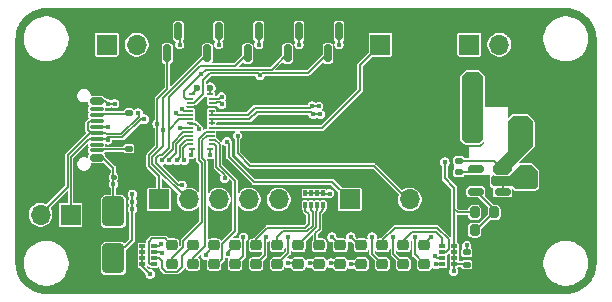
<source format=gtl>
G04 #@! TF.GenerationSoftware,KiCad,Pcbnew,9.0.4*
G04 #@! TF.CreationDate,2025-09-01T19:04:16-04:00*
G04 #@! TF.ProjectId,rp24-usb-tester,72703234-2d75-4736-922d-746573746572,v0.3.4*
G04 #@! TF.SameCoordinates,Original*
G04 #@! TF.FileFunction,Copper,L1,Top*
G04 #@! TF.FilePolarity,Positive*
%FSLAX46Y46*%
G04 Gerber Fmt 4.6, Leading zero omitted, Abs format (unit mm)*
G04 Created by KiCad (PCBNEW 9.0.4) date 2025-09-01 19:04:16*
%MOMM*%
%LPD*%
G01*
G04 APERTURE LIST*
G04 Aperture macros list*
%AMRoundRect*
0 Rectangle with rounded corners*
0 $1 Rounding radius*
0 $2 $3 $4 $5 $6 $7 $8 $9 X,Y pos of 4 corners*
0 Add a 4 corners polygon primitive as box body*
4,1,4,$2,$3,$4,$5,$6,$7,$8,$9,$2,$3,0*
0 Add four circle primitives for the rounded corners*
1,1,$1+$1,$2,$3*
1,1,$1+$1,$4,$5*
1,1,$1+$1,$6,$7*
1,1,$1+$1,$8,$9*
0 Add four rect primitives between the rounded corners*
20,1,$1+$1,$2,$3,$4,$5,0*
20,1,$1+$1,$4,$5,$6,$7,0*
20,1,$1+$1,$6,$7,$8,$9,0*
20,1,$1+$1,$8,$9,$2,$3,0*%
G04 Aperture macros list end*
G04 #@! TA.AperFunction,ComponentPad*
%ADD10R,1.700000X1.700000*%
G04 #@! TD*
G04 #@! TA.AperFunction,ComponentPad*
%ADD11O,1.700000X1.700000*%
G04 #@! TD*
G04 #@! TA.AperFunction,SMDPad,CuDef*
%ADD12RoundRect,0.218750X0.256250X-0.218750X0.256250X0.218750X-0.256250X0.218750X-0.256250X-0.218750X0*%
G04 #@! TD*
G04 #@! TA.AperFunction,SMDPad,CuDef*
%ADD13R,0.490000X0.180000*%
G04 #@! TD*
G04 #@! TA.AperFunction,SMDPad,CuDef*
%ADD14R,0.540000X0.230000*%
G04 #@! TD*
G04 #@! TA.AperFunction,SMDPad,CuDef*
%ADD15RoundRect,0.150000X0.150000X-0.587500X0.150000X0.587500X-0.150000X0.587500X-0.150000X-0.587500X0*%
G04 #@! TD*
G04 #@! TA.AperFunction,SMDPad,CuDef*
%ADD16RoundRect,0.200000X-0.200000X-0.275000X0.200000X-0.275000X0.200000X0.275000X-0.200000X0.275000X0*%
G04 #@! TD*
G04 #@! TA.AperFunction,SMDPad,CuDef*
%ADD17R,0.500000X0.320000*%
G04 #@! TD*
G04 #@! TA.AperFunction,SMDPad,CuDef*
%ADD18RoundRect,0.250000X0.650000X-1.000000X0.650000X1.000000X-0.650000X1.000000X-0.650000X-1.000000X0*%
G04 #@! TD*
G04 #@! TA.AperFunction,SMDPad,CuDef*
%ADD19RoundRect,0.135000X0.185000X-0.135000X0.185000X0.135000X-0.185000X0.135000X-0.185000X-0.135000X0*%
G04 #@! TD*
G04 #@! TA.AperFunction,SMDPad,CuDef*
%ADD20RoundRect,0.150000X-0.512500X-0.150000X0.512500X-0.150000X0.512500X0.150000X-0.512500X0.150000X0*%
G04 #@! TD*
G04 #@! TA.AperFunction,SMDPad,CuDef*
%ADD21RoundRect,0.250000X-0.250000X-0.475000X0.250000X-0.475000X0.250000X0.475000X-0.250000X0.475000X0*%
G04 #@! TD*
G04 #@! TA.AperFunction,SMDPad,CuDef*
%ADD22RoundRect,0.140000X0.170000X-0.140000X0.170000X0.140000X-0.170000X0.140000X-0.170000X-0.140000X0*%
G04 #@! TD*
G04 #@! TA.AperFunction,SMDPad,CuDef*
%ADD23RoundRect,0.150000X-0.425000X0.150000X-0.425000X-0.150000X0.425000X-0.150000X0.425000X0.150000X0*%
G04 #@! TD*
G04 #@! TA.AperFunction,SMDPad,CuDef*
%ADD24RoundRect,0.075000X-0.500000X0.075000X-0.500000X-0.075000X0.500000X-0.075000X0.500000X0.075000X0*%
G04 #@! TD*
G04 #@! TA.AperFunction,HeatsinkPad*
%ADD25O,2.100000X1.000000*%
G04 #@! TD*
G04 #@! TA.AperFunction,HeatsinkPad*
%ADD26O,1.800000X1.000000*%
G04 #@! TD*
G04 #@! TA.AperFunction,SMDPad,CuDef*
%ADD27R,1.400000X1.900000*%
G04 #@! TD*
G04 #@! TA.AperFunction,SMDPad,CuDef*
%ADD28R,0.320000X0.500000*%
G04 #@! TD*
G04 #@! TA.AperFunction,SMDPad,CuDef*
%ADD29RoundRect,0.250000X-0.475000X0.250000X-0.475000X-0.250000X0.475000X-0.250000X0.475000X0.250000X0*%
G04 #@! TD*
G04 #@! TA.AperFunction,ViaPad*
%ADD30C,0.450000*%
G04 #@! TD*
G04 #@! TA.AperFunction,ViaPad*
%ADD31C,0.600000*%
G04 #@! TD*
G04 #@! TA.AperFunction,Conductor*
%ADD32C,0.200000*%
G04 #@! TD*
G04 #@! TA.AperFunction,Conductor*
%ADD33C,0.150000*%
G04 #@! TD*
G04 #@! TA.AperFunction,Conductor*
%ADD34C,0.160000*%
G04 #@! TD*
G04 #@! TA.AperFunction,Conductor*
%ADD35C,0.400000*%
G04 #@! TD*
G04 APERTURE END LIST*
D10*
G04 #@! TO.P,J6,1,Pin_1*
G04 #@! TO.N,/AUX3*
X12540000Y-16600000D03*
D11*
G04 #@! TO.P,J6,2,Pin_2*
G04 #@! TO.N,/AUX4*
X15080000Y-16600000D03*
G04 #@! TO.P,J6,3,Pin_3*
G04 #@! TO.N,/AUX10*
X17620000Y-16600000D03*
G04 #@! TO.P,J6,4,Pin_4*
G04 #@! TO.N,/AUX11*
X20160000Y-16600000D03*
G04 #@! TO.P,J6,5,Pin_5*
G04 #@! TO.N,/AUX12*
X22700000Y-16600000D03*
G04 #@! TD*
D12*
G04 #@! TO.P,D11,1,K*
G04 #@! TO.N,Net-(D11-K)*
X31462960Y-22062500D03*
G04 #@! TO.P,D11,2,A*
G04 #@! TO.N,Net-(D11-A)*
X31462960Y-20487500D03*
G04 #@! TD*
D13*
G04 #@! TO.P,J4,1,1*
G04 #@! TO.N,/D-*
X17010000Y-8070000D03*
G04 #@! TO.P,J4,2,2*
G04 #@! TO.N,/D+*
X17010000Y-8420000D03*
G04 #@! TO.P,J4,3,3*
G04 #@! TO.N,GND*
X17010000Y-8770000D03*
G04 #@! TO.P,J4,4,4*
G04 #@! TO.N,/MOTOR_B*
X17010000Y-9120000D03*
G04 #@! TO.P,J4,5,5*
X17010000Y-9470000D03*
G04 #@! TO.P,J4,6,6*
G04 #@! TO.N,/MOTOR_A*
X17010000Y-9820000D03*
G04 #@! TO.P,J4,7,7*
X17010000Y-10170000D03*
G04 #@! TO.P,J4,8,8*
G04 #@! TO.N,/CAP+*
X17010000Y-10520000D03*
G04 #@! TO.P,J4,9,9*
G04 #@! TO.N,/LAMP_FRONT*
X17010000Y-10870000D03*
G04 #@! TO.P,J4,10,10*
G04 #@! TO.N,/LAMP_REAR*
X17010000Y-11220000D03*
G04 #@! TO.P,J4,11,11*
G04 #@! TO.N,/AUX1*
X17010000Y-11570000D03*
G04 #@! TO.P,J4,12,12*
G04 #@! TO.N,/AUX2*
X17010000Y-11920000D03*
G04 #@! TO.P,J4,13,13*
G04 #@! TO.N,/AUX8*
X15190000Y-11920000D03*
G04 #@! TO.P,J4,14,14*
G04 #@! TO.N,/AUX7*
X15190000Y-11570000D03*
G04 #@! TO.P,J4,15,15*
G04 #@! TO.N,/AUX6*
X15190000Y-11220000D03*
G04 #@! TO.P,J4,16,16*
G04 #@! TO.N,/AUX5*
X15190000Y-10870000D03*
G04 #@! TO.P,J4,17,17*
G04 #@! TO.N,VDC*
X15190000Y-10520000D03*
G04 #@! TO.P,J4,18,18*
G04 #@! TO.N,VCC*
X15190000Y-10170000D03*
G04 #@! TO.P,J4,19,19*
G04 #@! TO.N,/AUX10*
X15190000Y-9820000D03*
G04 #@! TO.P,J4,20,20*
G04 #@! TO.N,/AUX4*
X15190000Y-9470000D03*
G04 #@! TO.P,J4,21,21*
G04 #@! TO.N,/AUX3*
X15190000Y-9120000D03*
G04 #@! TO.P,J4,22,22*
G04 #@! TO.N,GND*
X15190000Y-8770000D03*
G04 #@! TO.P,J4,23,23*
G04 #@! TO.N,/AUX12*
X15190000Y-8420000D03*
G04 #@! TO.P,J4,24,24*
G04 #@! TO.N,/AUX11*
X15190000Y-8070000D03*
D14*
G04 #@! TO.P,J4,X1A,X1A*
G04 #@! TO.N,/TRACK_LEFT*
X16870000Y-7700000D03*
G04 #@! TO.P,J4,X1B,X1B*
X15330000Y-7700000D03*
G04 #@! TO.P,J4,X2A,X2A*
G04 #@! TO.N,/TRACK_RIGHT*
X16870000Y-12300000D03*
G04 #@! TO.P,J4,X2B,X2B*
X15330000Y-12300000D03*
G04 #@! TD*
D15*
G04 #@! TO.P,Q1,1,B*
G04 #@! TO.N,/AUX3*
X13250000Y-4237500D03*
G04 #@! TO.P,Q1,2,E*
G04 #@! TO.N,GND*
X15150000Y-4237500D03*
G04 #@! TO.P,Q1,3,C*
G04 #@! TO.N,Net-(D5-K)*
X14200000Y-2362500D03*
G04 #@! TD*
D10*
G04 #@! TO.P,J5,1,Pin_1*
G04 #@! TO.N,/TRACK_LEFT*
X8125000Y-3500000D03*
D11*
G04 #@! TO.P,J5,2,Pin_2*
G04 #@! TO.N,/TRACK_RIGHT*
X10665000Y-3500000D03*
G04 #@! TD*
D10*
G04 #@! TO.P,J7,1,Pin_1*
G04 #@! TO.N,/MOTOR_A*
X38825000Y-3500000D03*
D11*
G04 #@! TO.P,J7,2,Pin_2*
G04 #@! TO.N,/MOTOR_B*
X41365000Y-3500000D03*
G04 #@! TD*
D12*
G04 #@! TO.P,D6,1,K*
G04 #@! TO.N,Net-(D6-K)*
X22556480Y-22062500D03*
G04 #@! TO.P,D6,2,A*
G04 #@! TO.N,Net-(D6-A)*
X22556480Y-20487500D03*
G04 #@! TD*
D16*
G04 #@! TO.P,R3,1*
G04 #@! TO.N,+5V*
X39275000Y-17700000D03*
G04 #@! TO.P,R3,2*
G04 #@! TO.N,Net-(U1-FB)*
X40925000Y-17700000D03*
G04 #@! TD*
D17*
G04 #@! TO.P,RN1,1,R1.1*
G04 #@! TO.N,+5V*
X11150000Y-20575000D03*
G04 #@! TO.P,RN1,2,R2.1*
X11150000Y-21075000D03*
G04 #@! TO.P,RN1,3,R3.1*
X11150000Y-21575000D03*
G04 #@! TO.P,RN1,4,R4.1*
X11150000Y-22075000D03*
G04 #@! TO.P,RN1,5,R4.2*
G04 #@! TO.N,Net-(D1-A)*
X12150000Y-22075000D03*
G04 #@! TO.P,RN1,6,R3.2*
G04 #@! TO.N,Net-(D2-A)*
X12150000Y-21575000D03*
G04 #@! TO.P,RN1,7,R2.2*
G04 #@! TO.N,Net-(D3-A)*
X12150000Y-21075000D03*
G04 #@! TO.P,RN1,8,R1.2*
G04 #@! TO.N,Net-(D4-A)*
X12150000Y-20575000D03*
G04 #@! TD*
D12*
G04 #@! TO.P,D5,1,K*
G04 #@! TO.N,Net-(D5-K)*
X20775184Y-22062500D03*
G04 #@! TO.P,D5,2,A*
G04 #@! TO.N,Net-(D5-A)*
X20775184Y-20487500D03*
G04 #@! TD*
G04 #@! TO.P,D12,1,K*
G04 #@! TO.N,Net-(D12-K)*
X33244256Y-22062500D03*
G04 #@! TO.P,D12,2,A*
G04 #@! TO.N,Net-(D12-A)*
X33244256Y-20487500D03*
G04 #@! TD*
D18*
G04 #@! TO.P,D13,1,K*
G04 #@! TO.N,VDC*
X8700000Y-21600000D03*
G04 #@! TO.P,D13,2,A*
G04 #@! TO.N,VBUS*
X8700000Y-17600000D03*
G04 #@! TD*
D15*
G04 #@! TO.P,Q4,1,B*
G04 #@! TO.N,/AUX11*
X23450000Y-4237500D03*
G04 #@! TO.P,Q4,2,E*
G04 #@! TO.N,GND*
X25350000Y-4237500D03*
G04 #@! TO.P,Q4,3,C*
G04 #@! TO.N,Net-(D12-K)*
X24400000Y-2362500D03*
G04 #@! TD*
D19*
G04 #@! TO.P,R2,1*
G04 #@! TO.N,GND*
X10000000Y-13310000D03*
G04 #@! TO.P,R2,2*
G04 #@! TO.N,Net-(P1-CC2)*
X10000000Y-12290000D03*
G04 #@! TD*
D15*
G04 #@! TO.P,Q2,1,B*
G04 #@! TO.N,/AUX4*
X16650000Y-4237500D03*
G04 #@! TO.P,Q2,2,E*
G04 #@! TO.N,GND*
X18550000Y-4237500D03*
G04 #@! TO.P,Q2,3,C*
G04 #@! TO.N,Net-(D6-K)*
X17600000Y-2362500D03*
G04 #@! TD*
G04 #@! TO.P,Q3,1,B*
G04 #@! TO.N,/AUX10*
X20050000Y-4237500D03*
G04 #@! TO.P,Q3,2,E*
G04 #@! TO.N,GND*
X21950000Y-4237500D03*
G04 #@! TO.P,Q3,3,C*
G04 #@! TO.N,Net-(D11-K)*
X21000000Y-2362500D03*
G04 #@! TD*
D12*
G04 #@! TO.P,D7,1,K*
G04 #@! TO.N,/AUX5*
X24337776Y-22062500D03*
G04 #@! TO.P,D7,2,A*
G04 #@! TO.N,Net-(D7-A)*
X24337776Y-20487500D03*
G04 #@! TD*
G04 #@! TO.P,D1,1,K*
G04 #@! TO.N,/LAMP_FRONT*
X13650000Y-22062500D03*
G04 #@! TO.P,D1,2,A*
G04 #@! TO.N,Net-(D1-A)*
X13650000Y-20487500D03*
G04 #@! TD*
D20*
G04 #@! TO.P,U1,1,BS*
G04 #@! TO.N,Net-(U1-BS)*
X39362500Y-14050000D03*
G04 #@! TO.P,U1,2,GND*
G04 #@! TO.N,GND*
X39362500Y-15000000D03*
G04 #@! TO.P,U1,3,FB*
G04 #@! TO.N,Net-(U1-FB)*
X39362500Y-15950000D03*
G04 #@! TO.P,U1,4,EN*
G04 #@! TO.N,VDC*
X41637500Y-15950000D03*
G04 #@! TO.P,U1,5,VIN*
X41637500Y-15000000D03*
G04 #@! TO.P,U1,6,SW*
G04 #@! TO.N,/SW*
X41637500Y-14050000D03*
G04 #@! TD*
D12*
G04 #@! TO.P,D4,1,K*
G04 #@! TO.N,/AUX2*
X18993888Y-22062500D03*
G04 #@! TO.P,D4,2,A*
G04 #@! TO.N,Net-(D4-A)*
X18993888Y-20487500D03*
G04 #@! TD*
D21*
G04 #@! TO.P,C3,1*
G04 #@! TO.N,+5V*
X39150000Y-7500000D03*
G04 #@! TO.P,C3,2*
G04 #@! TO.N,GND*
X41050000Y-7500000D03*
G04 #@! TD*
D19*
G04 #@! TO.P,R1,1*
G04 #@! TO.N,Net-(P1-CC1)*
X10000000Y-9310000D03*
G04 #@! TO.P,R1,2*
G04 #@! TO.N,GND*
X10000000Y-8290000D03*
G04 #@! TD*
D10*
G04 #@! TO.P,J1,1,Pin_1*
G04 #@! TO.N,/D+*
X5075000Y-17900000D03*
D11*
G04 #@! TO.P,J1,2,Pin_2*
G04 #@! TO.N,/D-*
X2535000Y-17900000D03*
G04 #@! TD*
D17*
G04 #@! TO.P,RN3,1,R1.1*
G04 #@! TO.N,+5V*
X37550000Y-22075000D03*
G04 #@! TO.P,RN3,2,R2.1*
X37550000Y-21575000D03*
G04 #@! TO.P,RN3,3,R3.1*
X37550000Y-21075000D03*
G04 #@! TO.P,RN3,4,R4.1*
X37550000Y-20575000D03*
G04 #@! TO.P,RN3,5,R4.2*
G04 #@! TO.N,Net-(D12-A)*
X36550000Y-20575000D03*
G04 #@! TO.P,RN3,6,R3.2*
G04 #@! TO.N,Net-(D11-A)*
X36550000Y-21075000D03*
G04 #@! TO.P,RN3,7,R2.2*
G04 #@! TO.N,Net-(D10-A)*
X36550000Y-21575000D03*
G04 #@! TO.P,RN3,8,R1.2*
G04 #@! TO.N,Net-(D9-A)*
X36550000Y-22075000D03*
G04 #@! TD*
D22*
G04 #@! TO.P,C2,1*
G04 #@! TO.N,Net-(U1-BS)*
X37941172Y-14296153D03*
G04 #@! TO.P,C2,2*
G04 #@! TO.N,/SW*
X37941172Y-13336153D03*
G04 #@! TD*
D12*
G04 #@! TO.P,D2,1,K*
G04 #@! TO.N,/LAMP_REAR*
X15431296Y-22062500D03*
G04 #@! TO.P,D2,2,A*
G04 #@! TO.N,Net-(D2-A)*
X15431296Y-20487500D03*
G04 #@! TD*
D23*
G04 #@! TO.P,P1,A1,GND*
G04 #@! TO.N,GND*
X7275000Y-7500000D03*
G04 #@! TO.P,P1,A4,VBUS*
G04 #@! TO.N,VBUS*
X7275000Y-8300000D03*
D24*
G04 #@! TO.P,P1,A5,CC1*
G04 #@! TO.N,Net-(P1-CC1)*
X7275000Y-9450000D03*
G04 #@! TO.P,P1,A6,D+*
G04 #@! TO.N,/D+*
X7275000Y-10450000D03*
G04 #@! TO.P,P1,A7,D-*
G04 #@! TO.N,/D-*
X7275000Y-10950000D03*
G04 #@! TO.P,P1,A8,SBU1*
G04 #@! TO.N,unconnected-(P1-SBU1-PadA8)*
X7275000Y-11950000D03*
D23*
G04 #@! TO.P,P1,A9,VBUS*
G04 #@! TO.N,VBUS*
X7275000Y-13100000D03*
G04 #@! TO.P,P1,A12,GND*
G04 #@! TO.N,GND*
X7275000Y-13900000D03*
G04 #@! TO.P,P1,B1,GND*
X7275000Y-13900000D03*
G04 #@! TO.P,P1,B4,VBUS*
G04 #@! TO.N,VBUS*
X7275000Y-13100000D03*
D24*
G04 #@! TO.P,P1,B5,CC2*
G04 #@! TO.N,Net-(P1-CC2)*
X7275000Y-12450000D03*
G04 #@! TO.P,P1,B6,D+*
G04 #@! TO.N,/D+*
X7275000Y-11450000D03*
G04 #@! TO.P,P1,B7,D-*
G04 #@! TO.N,/D-*
X7275000Y-9950000D03*
G04 #@! TO.P,P1,B8,SBU2*
G04 #@! TO.N,unconnected-(P1-SBU2-PadB8)*
X7275000Y-8950000D03*
D23*
G04 #@! TO.P,P1,B9,VBUS*
G04 #@! TO.N,VBUS*
X7275000Y-8300000D03*
G04 #@! TO.P,P1,B12,GND*
G04 #@! TO.N,GND*
X7275000Y-7500000D03*
D25*
G04 #@! TO.P,P1,S1,SHIELD*
X6700000Y-6380000D03*
D26*
X2520000Y-6380000D03*
D25*
X6700000Y-15020000D03*
D26*
X2520000Y-15020000D03*
G04 #@! TD*
D12*
G04 #@! TO.P,D3,1,K*
G04 #@! TO.N,/AUX1*
X17212592Y-22062500D03*
G04 #@! TO.P,D3,2,A*
G04 #@! TO.N,Net-(D3-A)*
X17212592Y-20487500D03*
G04 #@! TD*
D27*
G04 #@! TO.P,L1,1,1*
G04 #@! TO.N,/SW*
X43130000Y-10700000D03*
G04 #@! TO.P,L1,2,2*
G04 #@! TO.N,+5V*
X39070000Y-10700000D03*
G04 #@! TD*
D10*
G04 #@! TO.P,J3,1,Pin_1*
G04 #@! TO.N,/CAP+*
X31300000Y-3500000D03*
D11*
G04 #@! TO.P,J3,2,Pin_2*
G04 #@! TO.N,GND*
X33840000Y-3500000D03*
G04 #@! TD*
D15*
G04 #@! TO.P,Q5,1,B*
G04 #@! TO.N,/AUX12*
X26850000Y-4237500D03*
G04 #@! TO.P,Q5,2,E*
G04 #@! TO.N,GND*
X28750000Y-4237500D03*
G04 #@! TO.P,Q5,3,C*
G04 #@! TO.N,Net-(D14-K)*
X27800000Y-2362500D03*
G04 #@! TD*
D12*
G04 #@! TO.P,D14,1,K*
G04 #@! TO.N,Net-(D14-K)*
X35025556Y-22062500D03*
G04 #@! TO.P,D14,2,A*
G04 #@! TO.N,Net-(D14-A)*
X35025556Y-20487500D03*
G04 #@! TD*
D19*
G04 #@! TO.P,R5,1*
G04 #@! TO.N,+5V*
X38600000Y-22110000D03*
G04 #@! TO.P,R5,2*
G04 #@! TO.N,Net-(D14-A)*
X38600000Y-21090000D03*
G04 #@! TD*
D28*
G04 #@! TO.P,RN2,1,R1.1*
G04 #@! TO.N,+5V*
X26450000Y-16089478D03*
G04 #@! TO.P,RN2,2,R2.1*
X25950000Y-16089478D03*
G04 #@! TO.P,RN2,3,R3.1*
X25450000Y-16089478D03*
G04 #@! TO.P,RN2,4,R4.1*
X24950000Y-16089478D03*
G04 #@! TO.P,RN2,5,R4.2*
G04 #@! TO.N,Net-(D5-A)*
X24950000Y-17089478D03*
G04 #@! TO.P,RN2,6,R3.2*
G04 #@! TO.N,Net-(D6-A)*
X25450000Y-17089478D03*
G04 #@! TO.P,RN2,7,R2.2*
G04 #@! TO.N,Net-(D7-A)*
X25950000Y-17089478D03*
G04 #@! TO.P,RN2,8,R1.2*
G04 #@! TO.N,Net-(D8-A)*
X26450000Y-17089478D03*
G04 #@! TD*
D29*
G04 #@! TO.P,C1,1*
G04 #@! TO.N,VDC*
X43600000Y-15050000D03*
G04 #@! TO.P,C1,2*
G04 #@! TO.N,GND*
X43600000Y-16950000D03*
G04 #@! TD*
D12*
G04 #@! TO.P,D8,1,K*
G04 #@! TO.N,/AUX6*
X26119072Y-22062500D03*
G04 #@! TO.P,D8,2,A*
G04 #@! TO.N,Net-(D8-A)*
X26119072Y-20487500D03*
G04 #@! TD*
D16*
G04 #@! TO.P,R4,1*
G04 #@! TO.N,Net-(U1-FB)*
X39275000Y-19200000D03*
G04 #@! TO.P,R4,2*
G04 #@! TO.N,GND*
X40925000Y-19200000D03*
G04 #@! TD*
D12*
G04 #@! TO.P,D10,1,K*
G04 #@! TO.N,/AUX8*
X29681664Y-22062500D03*
G04 #@! TO.P,D10,2,A*
G04 #@! TO.N,Net-(D10-A)*
X29681664Y-20487500D03*
G04 #@! TD*
G04 #@! TO.P,D9,1,K*
G04 #@! TO.N,/AUX7*
X27900368Y-22062500D03*
G04 #@! TO.P,D9,2,A*
G04 #@! TO.N,Net-(D9-A)*
X27900368Y-20487500D03*
G04 #@! TD*
D10*
G04 #@! TO.P,J2,1,Pin_1*
G04 #@! TO.N,VDC*
X28700000Y-16600000D03*
D11*
G04 #@! TO.P,J2,2,Pin_2*
G04 #@! TO.N,GND*
X31240000Y-16600000D03*
G04 #@! TO.P,J2,3,Pin_3*
G04 #@! TO.N,VCC*
X33780000Y-16600000D03*
G04 #@! TO.P,J2,4,Pin_4*
G04 #@! TO.N,GND*
X36320000Y-16600000D03*
G04 #@! TD*
D30*
G04 #@! TO.N,VDC*
X18300000Y-11700000D03*
X44000000Y-14000000D03*
X43200000Y-14000000D03*
X10300000Y-16149994D03*
X10300000Y-17400000D03*
X14300000Y-10525000D03*
X10300000Y-16774997D03*
G04 #@! TO.N,+5V*
X38800000Y-6200000D03*
X27000000Y-16100000D03*
X37500000Y-22700000D03*
X36750000Y-13450000D03*
X11800000Y-22900000D03*
X39400000Y-6200000D03*
G04 #@! TO.N,Net-(D3-A)*
X12800000Y-21100000D03*
X16500000Y-21325000D03*
G04 #@! TO.N,Net-(D4-A)*
X12700000Y-20400000D03*
X18400000Y-21200000D03*
G04 #@! TO.N,/AUX2*
X18100000Y-14800000D03*
X19700000Y-19800000D03*
G04 #@! TO.N,/AUX5*
X12774997Y-13300000D03*
X23500000Y-22000000D03*
G04 #@! TO.N,/AUX6*
X25300000Y-22000000D03*
X13400000Y-13300000D03*
G04 #@! TO.N,/AUX7*
X27100000Y-22000000D03*
X14074997Y-13300000D03*
G04 #@! TO.N,Net-(D9-A)*
X36000000Y-22100000D03*
X27200000Y-19800000D03*
G04 #@! TO.N,/AUX8*
X14700000Y-13300000D03*
X28800000Y-22100000D03*
D31*
G04 #@! TO.N,/TRACK_LEFT*
X15770982Y-7170982D03*
X16900000Y-7150000D03*
D30*
G04 #@! TO.N,/TRACK_RIGHT*
X15300000Y-12800000D03*
X16900000Y-12800000D03*
G04 #@! TO.N,/D+*
X8210000Y-11560000D03*
X11300000Y-9800000D03*
X8210000Y-10490000D03*
X17863262Y-8530000D03*
G04 #@! TO.N,/D-*
X10800000Y-9300000D03*
X17848975Y-7905161D03*
G04 #@! TO.N,/AUX3*
X14520033Y-8953311D03*
X12400000Y-10200000D03*
G04 #@! TO.N,/MOTOR_B*
X25500000Y-8700000D03*
X26066661Y-8716786D03*
G04 #@! TO.N,GND*
X34500000Y-9900000D03*
X23000000Y-6400000D03*
X11200000Y-14300000D03*
X18650000Y-8900000D03*
X26200000Y-6400000D03*
X23000000Y-10000000D03*
X15600000Y-17900000D03*
X18725000Y-8175000D03*
X13700000Y-17800000D03*
X15900000Y-9000000D03*
X18400000Y-17700000D03*
X20800000Y-17700000D03*
X19200000Y-14500000D03*
X15300000Y-14500000D03*
X17100000Y-14500000D03*
X23000000Y-14500000D03*
X26200000Y-14500000D03*
X34500000Y-5500000D03*
X16300000Y-9400000D03*
X34500000Y-14200000D03*
G04 #@! TO.N,/MOTOR_A*
X25600000Y-9400000D03*
X26200000Y-9400000D03*
G04 #@! TO.N,VCC*
X15900000Y-10600000D03*
X19200000Y-11200000D03*
G04 #@! TO.N,/AUX10*
X14500000Y-15400000D03*
G04 #@! TO.N,/AUX12*
X21100000Y-6100000D03*
G04 #@! TO.N,/AUX11*
X16100000Y-6000000D03*
G04 #@! TO.N,/AUX4*
X12900000Y-10700000D03*
X14000000Y-9300000D03*
G04 #@! TO.N,Net-(D14-A)*
X38600000Y-20500000D03*
X35600000Y-19800000D03*
G04 #@! TO.N,Net-(D6-K)*
X23500000Y-19800000D03*
X17600000Y-3500000D03*
G04 #@! TO.N,Net-(D10-A)*
X28800000Y-19800000D03*
X35900000Y-21400000D03*
G04 #@! TO.N,Net-(D11-K)*
X21000000Y-3500000D03*
X30600000Y-19800000D03*
G04 #@! TO.N,Net-(D12-K)*
X32400000Y-19800000D03*
X24400000Y-3500000D03*
G04 #@! TO.N,Net-(D5-K)*
X14300000Y-3500000D03*
X21600000Y-19800000D03*
G04 #@! TO.N,VBUS*
X8700000Y-14690000D03*
X8200000Y-8500000D03*
X8800000Y-8500000D03*
X8700000Y-15300000D03*
G04 #@! TO.N,Net-(D14-K)*
X27800000Y-3500000D03*
X34200000Y-19800000D03*
G04 #@! TD*
D32*
G04 #@! TO.N,VDC*
X10300000Y-17400000D02*
X10300000Y-16774997D01*
X18500000Y-13000000D02*
X20600000Y-15100000D01*
X15192000Y-10525000D02*
X14300000Y-10525000D01*
X18300000Y-11700000D02*
X18500000Y-11900000D01*
X10300000Y-16774997D02*
X10300000Y-16149994D01*
X8700000Y-21600000D02*
X10300000Y-20000000D01*
X10300000Y-20000000D02*
X10300000Y-17400000D01*
D33*
X41637500Y-15950000D02*
X41637500Y-15000000D01*
D32*
X20600000Y-15100000D02*
X27200000Y-15100000D01*
X18500000Y-11900000D02*
X18500000Y-13000000D01*
X27200000Y-15100000D02*
X28700000Y-16600000D01*
G04 #@! TO.N,+5V*
X27000000Y-16100000D02*
X26460522Y-16100000D01*
X38565000Y-22075000D02*
X38600000Y-22110000D01*
D33*
X37850000Y-17700000D02*
X37550000Y-17400000D01*
D32*
X37500000Y-22700000D02*
X37550000Y-22650000D01*
D33*
X39275000Y-17700000D02*
X37850000Y-17700000D01*
D32*
X24950000Y-16089478D02*
X26450000Y-16089478D01*
X36750000Y-14810202D02*
X37550000Y-15610202D01*
X11150000Y-22075000D02*
X11150000Y-20575000D01*
X37550000Y-17400000D02*
X37550000Y-20575000D01*
X37550000Y-22650000D02*
X37550000Y-22075000D01*
X11150000Y-22075000D02*
X11150000Y-22250000D01*
X37550000Y-22075000D02*
X37550000Y-20575000D01*
X37550000Y-15610202D02*
X37550000Y-17400000D01*
X36750000Y-13450000D02*
X36750000Y-14810202D01*
X11150000Y-22250000D02*
X11800000Y-22900000D01*
X37550000Y-22075000D02*
X38565000Y-22075000D01*
D33*
G04 #@! TO.N,/LAMP_FRONT*
X16155000Y-18545000D02*
X14600000Y-20100000D01*
X15900000Y-11475736D02*
X15900000Y-13224264D01*
X17007000Y-10875000D02*
X16500736Y-10875000D01*
X16155000Y-13479264D02*
X16155000Y-18545000D01*
X16500736Y-10875000D02*
X15900000Y-11475736D01*
X13650000Y-21596118D02*
X13650000Y-22062500D01*
X15900000Y-13224264D02*
X16155000Y-13479264D01*
X14600000Y-20646118D02*
X13650000Y-21596118D01*
X14600000Y-20100000D02*
X14600000Y-20646118D01*
G04 #@! TO.N,Net-(D2-A)*
X12150000Y-21575000D02*
X12550000Y-21575000D01*
X13125000Y-22725000D02*
X14096118Y-22725000D01*
X12800000Y-21825000D02*
X12800000Y-22400000D01*
X14500000Y-22321118D02*
X14500000Y-21418796D01*
X12550000Y-21575000D02*
X12800000Y-21825000D01*
X12800000Y-22400000D02*
X13125000Y-22725000D01*
X14500000Y-21418796D02*
X15431296Y-20487500D01*
X14096118Y-22725000D02*
X14500000Y-22321118D01*
G04 #@! TO.N,Net-(D3-A)*
X12150000Y-21075000D02*
X12775000Y-21075000D01*
X16500000Y-21200092D02*
X17212592Y-20487500D01*
X12775000Y-21075000D02*
X12800000Y-21100000D01*
X16500000Y-21325000D02*
X16500000Y-21200092D01*
G04 #@! TO.N,/LAMP_REAR*
X15431296Y-21596118D02*
X15431296Y-22062500D01*
X17007000Y-11225000D02*
X16575000Y-11225000D01*
X16200000Y-11600000D02*
X16200000Y-13100000D01*
X16455000Y-13355000D02*
X16455000Y-20572414D01*
X16200000Y-13100000D02*
X16455000Y-13355000D01*
X16575000Y-11225000D02*
X16200000Y-11600000D01*
X16455000Y-20572414D02*
X15431296Y-21596118D01*
G04 #@! TO.N,/AUX1*
X17925000Y-21650092D02*
X17512592Y-22062500D01*
X17326623Y-11575000D02*
X17700000Y-11948377D01*
X17925000Y-20375000D02*
X17925000Y-21650092D01*
X19000000Y-15028248D02*
X19000000Y-19300000D01*
X17700000Y-11948377D02*
X17700000Y-13728248D01*
X17700000Y-13728248D02*
X19000000Y-15028248D01*
X17007000Y-11575000D02*
X17326623Y-11575000D01*
X19000000Y-19300000D02*
X17925000Y-20375000D01*
G04 #@! TO.N,Net-(D4-A)*
X12525000Y-20575000D02*
X12700000Y-20400000D01*
X18400000Y-21200000D02*
X18400000Y-21081388D01*
X18400000Y-21081388D02*
X18993888Y-20487500D01*
X12150000Y-20575000D02*
X12525000Y-20575000D01*
G04 #@! TO.N,Net-(D5-A)*
X21728248Y-19000000D02*
X24951472Y-19000000D01*
X24950000Y-17560000D02*
X24950000Y-17089478D01*
X25250000Y-18701472D02*
X25250000Y-17860000D01*
X20775184Y-19953064D02*
X21728248Y-19000000D01*
X20775184Y-20487500D02*
X20775184Y-19953064D01*
X25250000Y-17860000D02*
X24950000Y-17560000D01*
X24951472Y-19000000D02*
X25250000Y-18701472D01*
G04 #@! TO.N,/AUX2*
X19700000Y-21356388D02*
X18993888Y-22062500D01*
X18100000Y-14552512D02*
X17400000Y-13852512D01*
X19700000Y-19800000D02*
X19700000Y-21356388D01*
X18100000Y-14800000D02*
X18100000Y-14552512D01*
X17400000Y-13852512D02*
X17400000Y-12100000D01*
X17400000Y-12100000D02*
X17225000Y-11925000D01*
X17225000Y-11925000D02*
X17007000Y-11925000D01*
G04 #@! TO.N,/AUX5*
X12774997Y-13300000D02*
X12774997Y-13253251D01*
X12774997Y-13253251D02*
X13700000Y-12328248D01*
X14621752Y-10875000D02*
X15192000Y-10875000D01*
X13700000Y-11796752D02*
X14621752Y-10875000D01*
X13700000Y-12328248D02*
X13700000Y-11796752D01*
X23500000Y-22000000D02*
X24275276Y-22000000D01*
G04 #@! TO.N,/AUX6*
X14696016Y-11225000D02*
X15192000Y-11225000D01*
X14000000Y-11921016D02*
X14696016Y-11225000D01*
X25300000Y-22000000D02*
X26056572Y-22000000D01*
X14000000Y-12700000D02*
X14000000Y-11921016D01*
X13400000Y-13300000D02*
X14000000Y-12700000D01*
G04 #@! TO.N,Net-(D7-A)*
X24337776Y-20462224D02*
X25850000Y-18950000D01*
X25850000Y-18950000D02*
X25850000Y-17634869D01*
X25850000Y-17634869D02*
X25950000Y-17534869D01*
X25950000Y-17534869D02*
X25950000Y-17089478D01*
G04 #@! TO.N,/AUX7*
X14225000Y-13149997D02*
X14225000Y-13103248D01*
X14825000Y-11575000D02*
X15192000Y-11575000D01*
X14300000Y-12100000D02*
X14825000Y-11575000D01*
X27100000Y-22000000D02*
X27837868Y-22000000D01*
X14074997Y-13300000D02*
X14225000Y-13149997D01*
X14225000Y-13103248D02*
X14300000Y-13028248D01*
X14300000Y-13028248D02*
X14300000Y-12100000D01*
G04 #@! TO.N,Net-(D8-A)*
X26250000Y-17650000D02*
X26450000Y-17450000D01*
X26250000Y-17659133D02*
X26250000Y-17650000D01*
X26450000Y-17450000D02*
X26450000Y-17089478D01*
X25800000Y-19424264D02*
X26150000Y-19074264D01*
X26150000Y-19074264D02*
X26150000Y-17759133D01*
X25800000Y-20168428D02*
X25800000Y-19424264D01*
X26150000Y-17759133D02*
X26250000Y-17659133D01*
G04 #@! TO.N,Net-(D9-A)*
X36000000Y-22100000D02*
X36525000Y-22100000D01*
X27887500Y-20487500D02*
X27200000Y-19800000D01*
G04 #@! TO.N,/AUX8*
X14600000Y-12224264D02*
X14899264Y-11925000D01*
X14700000Y-13300000D02*
X14600000Y-13200000D01*
X14899264Y-11925000D02*
X15192000Y-11925000D01*
X29681664Y-22062500D02*
X28837500Y-22062500D01*
X14600000Y-13200000D02*
X14600000Y-12224264D01*
X28837500Y-22062500D02*
X28800000Y-22100000D01*
G04 #@! TO.N,Net-(D12-A)*
X36550000Y-19878248D02*
X35996752Y-19325000D01*
X34003248Y-19325000D02*
X33244256Y-20083992D01*
X33244256Y-20083992D02*
X33244256Y-20487500D01*
X36550000Y-20575000D02*
X36550000Y-19878248D01*
X35996752Y-19325000D02*
X34003248Y-19325000D01*
G04 #@! TO.N,Net-(U1-BS)*
X37941172Y-14296153D02*
X39116347Y-14296153D01*
X39116347Y-14296153D02*
X39362500Y-14050000D01*
D32*
G04 #@! TO.N,/TRACK_LEFT*
X16900000Y-7150000D02*
X16868000Y-7182000D01*
X16868000Y-7182000D02*
X16868000Y-7700000D01*
X15770982Y-7170982D02*
X15770982Y-7261018D01*
X15770982Y-7261018D02*
X15332000Y-7700000D01*
D33*
G04 #@! TO.N,/TRACK_RIGHT*
X16900000Y-12800000D02*
X16900000Y-12332000D01*
X15332000Y-12300000D02*
X15332000Y-12768000D01*
X15332000Y-12768000D02*
X15300000Y-12800000D01*
D34*
G04 #@! TO.N,/D+*
X11300000Y-9800000D02*
X10990919Y-9800000D01*
X17370751Y-8425000D02*
X17007000Y-8425000D01*
D33*
X5075000Y-17900000D02*
X5075000Y-12985001D01*
D34*
X17410751Y-8385000D02*
X17370751Y-8425000D01*
X9448755Y-11342165D02*
X8132434Y-11342165D01*
X10990919Y-9800000D02*
X9448755Y-11342165D01*
X17718262Y-8385000D02*
X17410751Y-8385000D01*
D33*
X5075000Y-12985001D02*
X6610001Y-11450000D01*
D34*
X7275000Y-10450000D02*
X8170000Y-10450000D01*
X17863262Y-8530000D02*
X17718262Y-8385000D01*
D33*
X6610001Y-11450000D02*
X7275000Y-11450000D01*
D34*
X8132434Y-11342165D02*
X8024599Y-11450000D01*
X8170000Y-10450000D02*
X8210000Y-10490000D01*
X8024599Y-11450000D02*
X7275000Y-11450000D01*
D33*
G04 #@! TO.N,/D-*
X6515000Y-11175226D02*
X6830226Y-10860000D01*
D34*
X17809278Y-7905161D02*
X17599439Y-8115000D01*
X17599439Y-8115000D02*
X17410751Y-8115000D01*
X17848975Y-7905161D02*
X17809278Y-7905161D01*
X8132434Y-11072165D02*
X8010269Y-10950000D01*
X8010269Y-10950000D02*
X7275000Y-10950000D01*
X10800000Y-9300000D02*
X10817990Y-9317990D01*
D33*
X2535000Y-17900000D02*
X2535000Y-17800000D01*
D34*
X10817990Y-9591091D02*
X9336915Y-11072165D01*
D33*
X6700001Y-9950000D02*
X6515000Y-10135001D01*
X4815000Y-15520000D02*
X4815000Y-12877305D01*
D34*
X9336915Y-11072165D02*
X8132434Y-11072165D01*
D33*
X6760000Y-10950000D02*
X7275000Y-10950000D01*
X7275000Y-9950000D02*
X6700001Y-9950000D01*
X6515000Y-10135001D02*
X6515000Y-10705000D01*
X2535000Y-17800000D02*
X4815000Y-15520000D01*
X6515000Y-10705000D02*
X6760000Y-10950000D01*
X6515000Y-11177305D02*
X6515000Y-11175226D01*
D34*
X17410751Y-8115000D02*
X17370751Y-8075000D01*
X17370751Y-8075000D02*
X17007000Y-8075000D01*
X10817990Y-9317990D02*
X10817990Y-9591091D01*
D33*
X4815000Y-12877305D02*
X6515000Y-11177305D01*
G04 #@! TO.N,/AUX3*
X12400000Y-10200000D02*
X12400000Y-8075736D01*
X12540000Y-14585283D02*
X12540000Y-16600000D01*
X12400000Y-10200000D02*
X12400000Y-12154717D01*
X11699997Y-13745280D02*
X12540000Y-14585283D01*
X12400000Y-8075736D02*
X13250000Y-7225736D01*
X13250000Y-7225736D02*
X13250000Y-4237500D01*
X14520033Y-8953311D02*
X14691722Y-9125000D01*
X12400000Y-12154717D02*
X11699997Y-12854720D01*
X14691722Y-9125000D02*
X15192000Y-9125000D01*
X11699997Y-12854720D02*
X11699997Y-13745280D01*
D32*
G04 #@! TO.N,/MOTOR_B*
X20678248Y-8850000D02*
X25350000Y-8850000D01*
D33*
X25500000Y-8700000D02*
X25516786Y-8716786D01*
D32*
X17007000Y-9475000D02*
X20053248Y-9475000D01*
X25516786Y-8716786D02*
X26066661Y-8716786D01*
X17007000Y-9125000D02*
X17007000Y-9475000D01*
X20053248Y-9475000D02*
X20678248Y-8850000D01*
X25350000Y-8850000D02*
X25500000Y-8700000D01*
G04 #@! TO.N,GND*
X15192000Y-8775000D02*
X16000000Y-8775000D01*
X16000000Y-8775000D02*
X16000000Y-8900000D01*
X18650000Y-8250000D02*
X18650000Y-8900000D01*
X18650000Y-8900000D02*
X18425000Y-9125000D01*
X16000000Y-8775000D02*
X16500000Y-8775000D01*
X18425000Y-9125000D02*
X17712500Y-9125000D01*
X16000000Y-8900000D02*
X15900000Y-9000000D01*
X16500000Y-8775000D02*
X16500000Y-9200000D01*
X17362500Y-8775000D02*
X16500000Y-8775000D01*
X16500000Y-9200000D02*
X16300000Y-9400000D01*
X18725000Y-8175000D02*
X18650000Y-8250000D01*
X17712500Y-9125000D02*
X17362500Y-8775000D01*
G04 #@! TO.N,/MOTOR_A*
X20198222Y-9825000D02*
X20823222Y-9200000D01*
X20823222Y-9200000D02*
X25400000Y-9200000D01*
X26200000Y-9400000D02*
X25600000Y-9400000D01*
X17007000Y-9825000D02*
X20198222Y-9825000D01*
X17007000Y-10175000D02*
X17007000Y-9825000D01*
X25400000Y-9200000D02*
X25600000Y-9400000D01*
D33*
G04 #@! TO.N,VCC*
X20278245Y-13775000D02*
X30755000Y-13775000D01*
X19200000Y-11200000D02*
X19200000Y-12696755D01*
X15900000Y-10450500D02*
X15624500Y-10175000D01*
X15624500Y-10175000D02*
X15192000Y-10175000D01*
X15900000Y-10600000D02*
X15900000Y-10450500D01*
X30755000Y-13775000D02*
X33580000Y-16600000D01*
X19200000Y-12696755D02*
X20278245Y-13775000D01*
D32*
G04 #@! TO.N,/CAP+*
X29600000Y-5200000D02*
X31300000Y-3500000D01*
X29600000Y-7307107D02*
X29600000Y-5200000D01*
X17007000Y-10525000D02*
X26382107Y-10525000D01*
X26382107Y-10525000D02*
X29600000Y-7307107D01*
D33*
G04 #@! TO.N,/AUX10*
X15192000Y-9825000D02*
X14275000Y-9825000D01*
X12578245Y-12825000D02*
X12778984Y-12825000D01*
X12299997Y-13103248D02*
X12578245Y-12825000D01*
X13400000Y-12203984D02*
X13400000Y-7950972D01*
X12778984Y-12825000D02*
X13400000Y-12203984D01*
X14275000Y-9825000D02*
X13400000Y-10700000D01*
X18987500Y-5300000D02*
X20050000Y-4237500D01*
X14500000Y-15400000D02*
X14203245Y-15400000D01*
X13400000Y-7950972D02*
X16050972Y-5300000D01*
X12299997Y-13496752D02*
X12299997Y-13103248D01*
X14203245Y-15400000D02*
X12299997Y-13496752D01*
X16050972Y-5300000D02*
X18987500Y-5300000D01*
G04 #@! TO.N,/AUX12*
X15190000Y-8420000D02*
X15550000Y-8420000D01*
X20900000Y-5900000D02*
X21100000Y-6100000D01*
X16900000Y-5900000D02*
X20900000Y-5900000D01*
X15550000Y-8420000D02*
X16300000Y-7670000D01*
X16300000Y-7670000D02*
X16300000Y-6500000D01*
X21100000Y-6100000D02*
X21300000Y-5900000D01*
X21300000Y-5900000D02*
X25187500Y-5900000D01*
X25187500Y-5900000D02*
X26850000Y-4237500D01*
X16300000Y-6500000D02*
X16900000Y-5900000D01*
G04 #@! TO.N,/AUX11*
X14825000Y-8075000D02*
X15192000Y-8075000D01*
X22087500Y-5600000D02*
X23450000Y-4237500D01*
X16100000Y-6000000D02*
X14700000Y-7400000D01*
X16500000Y-5600000D02*
X22087500Y-5600000D01*
X14700000Y-7400000D02*
X14700000Y-7950000D01*
X14700000Y-7950000D02*
X14825000Y-8075000D01*
X16100000Y-6000000D02*
X16500000Y-5600000D01*
G04 #@! TO.N,/AUX4*
X14000000Y-9300000D02*
X14175000Y-9475000D01*
X16650000Y-4250000D02*
X16650000Y-4237500D01*
X12900000Y-10700000D02*
X12900000Y-12078981D01*
X12900000Y-12078981D02*
X11999997Y-12978984D01*
X11999997Y-12978984D02*
X11999997Y-13621016D01*
X11999997Y-13621016D02*
X14978981Y-16600000D01*
X12900000Y-8000000D02*
X16650000Y-4250000D01*
X12900000Y-10700000D02*
X12900000Y-8000000D01*
X14175000Y-9475000D02*
X15192000Y-9475000D01*
G04 #@! TO.N,Net-(P1-CC2)*
X7275000Y-12450000D02*
X7365000Y-12360000D01*
X7365000Y-12360000D02*
X9715000Y-12360000D01*
G04 #@! TO.N,Net-(P1-CC1)*
X7275000Y-9450000D02*
X7365000Y-9360000D01*
X7365000Y-9360000D02*
X9765000Y-9360000D01*
G04 #@! TO.N,Net-(D14-A)*
X35025556Y-20374444D02*
X35600000Y-19800000D01*
X38600000Y-20500000D02*
X38600000Y-21090000D01*
G04 #@! TO.N,Net-(D1-A)*
X11675000Y-21960000D02*
X11675000Y-20190000D01*
X13062500Y-19900000D02*
X13437868Y-20275368D01*
X11965000Y-19900000D02*
X13062500Y-19900000D01*
X11675000Y-20190000D02*
X11965000Y-19900000D01*
X12150000Y-22075000D02*
X11790000Y-22075000D01*
X11790000Y-22075000D02*
X11675000Y-21960000D01*
G04 #@! TO.N,Net-(D6-K)*
X23500000Y-19800000D02*
X23500000Y-21118980D01*
X17600000Y-3500000D02*
X17600000Y-2362500D01*
X23500000Y-21118980D02*
X22768612Y-21850368D01*
G04 #@! TO.N,Net-(D10-A)*
X36075000Y-21575000D02*
X36550000Y-21575000D01*
X35900000Y-21400000D02*
X36075000Y-21575000D01*
X29487500Y-20487500D02*
X28800000Y-19800000D01*
G04 #@! TO.N,Net-(D11-K)*
X30600000Y-19800000D02*
X30600000Y-21199540D01*
X21000000Y-3500000D02*
X21000000Y-2362500D01*
X30600000Y-21199540D02*
X31462960Y-22062500D01*
G04 #@! TO.N,Net-(D12-K)*
X32400000Y-21218244D02*
X33244256Y-22062500D01*
X32400000Y-19800000D02*
X32400000Y-21218244D01*
X24400000Y-3500000D02*
X24400000Y-2362500D01*
G04 #@! TO.N,Net-(D5-K)*
X14300000Y-3500000D02*
X14300000Y-2462500D01*
X14300000Y-2462500D02*
X14200000Y-2362500D01*
X21600000Y-19800000D02*
X21500000Y-19900000D01*
X21500000Y-21337684D02*
X20987316Y-21850368D01*
X21500000Y-19900000D02*
X21500000Y-21337684D01*
G04 #@! TO.N,Net-(D6-A)*
X25550000Y-18825736D02*
X25075736Y-19300000D01*
X23028248Y-19300000D02*
X22556480Y-19771768D01*
X22556480Y-19771768D02*
X22556480Y-20487500D01*
X25450000Y-17525000D02*
X25550000Y-17625000D01*
X25450000Y-17089478D02*
X25450000Y-17525000D01*
X25550000Y-17625000D02*
X25550000Y-18825736D01*
X25075736Y-19300000D02*
X23028248Y-19300000D01*
G04 #@! TO.N,Net-(D11-A)*
X32503248Y-19025000D02*
X31462960Y-20065288D01*
X36121016Y-19025000D02*
X32503248Y-19025000D01*
X36550000Y-21075000D02*
X36825000Y-21075000D01*
X31462960Y-20065288D02*
X31462960Y-20487500D01*
X37075000Y-20825000D02*
X37075000Y-19978984D01*
X37075000Y-19978984D02*
X36121016Y-19025000D01*
X36825000Y-21075000D02*
X37075000Y-20825000D01*
D32*
G04 #@! TO.N,VBUS*
X8700000Y-13950001D02*
X8700000Y-14690000D01*
X8800000Y-8500000D02*
X8200000Y-8500000D01*
X7275000Y-13100000D02*
X7849999Y-13100000D01*
X7275000Y-8300000D02*
X8000000Y-8300000D01*
X8000000Y-8300000D02*
X8200000Y-8500000D01*
X8700000Y-14690000D02*
X8700000Y-17600000D01*
X7849999Y-13100000D02*
X8700000Y-13950001D01*
D35*
X8700000Y-14690000D02*
X8710000Y-14700000D01*
D33*
G04 #@! TO.N,/SW*
X37941172Y-13336153D02*
X40923653Y-13336153D01*
X40923653Y-13336153D02*
X41637500Y-14050000D01*
G04 #@! TO.N,Net-(D14-K)*
X34200000Y-19800000D02*
X34200000Y-21236944D01*
X27800000Y-3500000D02*
X27800000Y-2362500D01*
X34200000Y-21236944D02*
X35025556Y-22062500D01*
G04 #@! TO.N,Net-(U1-FB)*
X39450000Y-15950000D02*
X39362500Y-15950000D01*
X39275000Y-19200000D02*
X39425000Y-19200000D01*
X40925000Y-17425000D02*
X39450000Y-15950000D01*
X39425000Y-19200000D02*
X40925000Y-17700000D01*
X40925000Y-17700000D02*
X40925000Y-17425000D01*
G04 #@! TD*
G04 #@! TA.AperFunction,Conductor*
G04 #@! TO.N,VDC*
G36*
X44114193Y-13714193D02*
G01*
X44585648Y-14185648D01*
X44600000Y-14220296D01*
X44600000Y-15479704D01*
X44585648Y-15514352D01*
X44414352Y-15685648D01*
X44379704Y-15700000D01*
X42720296Y-15700000D01*
X42685648Y-15685648D01*
X42500000Y-15500000D01*
X40920296Y-15500000D01*
X40885648Y-15485648D01*
X40714352Y-15314352D01*
X40700000Y-15279704D01*
X40700000Y-14720296D01*
X40714352Y-14685648D01*
X40855397Y-14544603D01*
X40890045Y-14530251D01*
X40924693Y-14544603D01*
X40975695Y-14595605D01*
X41009173Y-14617973D01*
X41026140Y-14629311D01*
X41026141Y-14629311D01*
X41026142Y-14629312D01*
X41060785Y-14643662D01*
X41060786Y-14643662D01*
X41060788Y-14643663D01*
X41060790Y-14643663D01*
X41060796Y-14643665D01*
X41120290Y-14655499D01*
X41120296Y-14655500D01*
X42079704Y-14655500D01*
X42081209Y-14655200D01*
X42139203Y-14643665D01*
X42139205Y-14643664D01*
X42139212Y-14643663D01*
X42173860Y-14629311D01*
X42224307Y-14595603D01*
X42495603Y-14324307D01*
X42529311Y-14273860D01*
X42529315Y-14273849D01*
X42529518Y-14273471D01*
X42530056Y-14272744D01*
X42530649Y-14271858D01*
X42530692Y-14271886D01*
X42538087Y-14261912D01*
X43085662Y-13714337D01*
X43120301Y-13699986D01*
X44079545Y-13699846D01*
X44114193Y-13714193D01*
G37*
G04 #@! TD.AperFunction*
G04 #@! TD*
G04 #@! TA.AperFunction,Conductor*
G04 #@! TO.N,+5V*
G36*
X39614352Y-5814352D02*
G01*
X39985648Y-6185648D01*
X40000000Y-6220296D01*
X40000000Y-11479704D01*
X39985648Y-11514352D01*
X39714352Y-11785648D01*
X39679704Y-11800000D01*
X38520296Y-11800000D01*
X38485648Y-11785648D01*
X38214352Y-11514352D01*
X38200000Y-11479704D01*
X38200000Y-6220296D01*
X38214352Y-6185648D01*
X38585648Y-5814352D01*
X38620296Y-5800000D01*
X39579704Y-5800000D01*
X39614352Y-5814352D01*
G37*
G04 #@! TD.AperFunction*
G04 #@! TD*
G04 #@! TA.AperFunction,Conductor*
G04 #@! TO.N,/SW*
G36*
X43714352Y-9514352D02*
G01*
X44183217Y-9983217D01*
X44197569Y-10017691D01*
X44204893Y-12074636D01*
X44190664Y-12109335D01*
X42400000Y-13899999D01*
X42400000Y-14179704D01*
X42385648Y-14214352D01*
X42114352Y-14485648D01*
X42079704Y-14500000D01*
X41120296Y-14500000D01*
X41085648Y-14485648D01*
X40814352Y-14214352D01*
X40800000Y-14179704D01*
X40800000Y-13820296D01*
X40814352Y-13785648D01*
X41000500Y-13599500D01*
X42100000Y-12500000D01*
X42100000Y-10020296D01*
X42114352Y-9985648D01*
X42585648Y-9514352D01*
X42620296Y-9500000D01*
X43679704Y-9500000D01*
X43714352Y-9514352D01*
G37*
G04 #@! TD.AperFunction*
G04 #@! TD*
G04 #@! TA.AperFunction,Conductor*
G04 #@! TO.N,GND*
G36*
X17167935Y-13164344D02*
G01*
X17174500Y-13188845D01*
X17174500Y-13803700D01*
X17174499Y-13803714D01*
X17174499Y-13897368D01*
X17193553Y-13943365D01*
X17193553Y-13943366D01*
X17208830Y-13980248D01*
X17208831Y-13980250D01*
X17279155Y-14050573D01*
X17279157Y-14050574D01*
X17754086Y-14525504D01*
X17768438Y-14560152D01*
X17761873Y-14584652D01*
X17726793Y-14645410D01*
X17726792Y-14645414D01*
X17699500Y-14747269D01*
X17699500Y-14852730D01*
X17726792Y-14954585D01*
X17726793Y-14954589D01*
X17768481Y-15026793D01*
X17779520Y-15045913D01*
X17854087Y-15120480D01*
X17856119Y-15121653D01*
X17945410Y-15173206D01*
X17945412Y-15173206D01*
X17945413Y-15173207D01*
X18025747Y-15194732D01*
X18047269Y-15200499D01*
X18047270Y-15200500D01*
X18047273Y-15200500D01*
X18152730Y-15200500D01*
X18152730Y-15200499D01*
X18254587Y-15173207D01*
X18345913Y-15120480D01*
X18420480Y-15045913D01*
X18473207Y-14954587D01*
X18479607Y-14930701D01*
X18502435Y-14900950D01*
X18539617Y-14896054D01*
X18561584Y-14908737D01*
X18760148Y-15107301D01*
X18774500Y-15141949D01*
X18774500Y-19186298D01*
X18760148Y-19220946D01*
X17873380Y-20107713D01*
X17838732Y-20122065D01*
X17804084Y-20107713D01*
X17794711Y-20094585D01*
X17773513Y-20051224D01*
X17773512Y-20051222D01*
X17773511Y-20051220D01*
X17686372Y-19964081D01*
X17605917Y-19924749D01*
X17575662Y-19909958D01*
X17575660Y-19909957D01*
X17503888Y-19899500D01*
X16921295Y-19899500D01*
X16849525Y-19909956D01*
X16849524Y-19909956D01*
X16751021Y-19958112D01*
X16713590Y-19960436D01*
X16685479Y-19935612D01*
X16680500Y-19914091D01*
X16680500Y-17156322D01*
X16694852Y-17121674D01*
X16729500Y-17107322D01*
X16764148Y-17121674D01*
X16770238Y-17129095D01*
X16793431Y-17163805D01*
X16829988Y-17218517D01*
X16842861Y-17237782D01*
X16982218Y-17377139D01*
X17146086Y-17486632D01*
X17328165Y-17562051D01*
X17521459Y-17600500D01*
X17718541Y-17600500D01*
X17911835Y-17562051D01*
X18093914Y-17486632D01*
X18257782Y-17377139D01*
X18397139Y-17237782D01*
X18506632Y-17073914D01*
X18582051Y-16891835D01*
X18620500Y-16698541D01*
X18620500Y-16501459D01*
X18582051Y-16308165D01*
X18506632Y-16126086D01*
X18397139Y-15962218D01*
X18257782Y-15822861D01*
X18247554Y-15816027D01*
X18194767Y-15780756D01*
X18093914Y-15713368D01*
X18093911Y-15713366D01*
X18093910Y-15713366D01*
X17911836Y-15637949D01*
X17911827Y-15637947D01*
X17718544Y-15599500D01*
X17718541Y-15599500D01*
X17521459Y-15599500D01*
X17521455Y-15599500D01*
X17328172Y-15637947D01*
X17328163Y-15637949D01*
X17146089Y-15713366D01*
X16982218Y-15822860D01*
X16842860Y-15962218D01*
X16770242Y-16070900D01*
X16739059Y-16091735D01*
X16702277Y-16084419D01*
X16681442Y-16053236D01*
X16680500Y-16043677D01*
X16680500Y-13310147D01*
X16680500Y-13310145D01*
X16646170Y-13227264D01*
X16646169Y-13227263D01*
X16646168Y-13227261D01*
X16645881Y-13226974D01*
X16645725Y-13226598D01*
X16643487Y-13223248D01*
X16644153Y-13222802D01*
X16631529Y-13192326D01*
X16645881Y-13157678D01*
X16680529Y-13143326D01*
X16705027Y-13149890D01*
X16745413Y-13173207D01*
X16816767Y-13192326D01*
X16847269Y-13200499D01*
X16847270Y-13200500D01*
X16847273Y-13200500D01*
X16952730Y-13200500D01*
X16952730Y-13200499D01*
X17054587Y-13173207D01*
X17101001Y-13146409D01*
X17138182Y-13141514D01*
X17167935Y-13164344D01*
G37*
G04 #@! TD.AperFunction*
G04 #@! TA.AperFunction,Conductor*
G36*
X15660148Y-13075541D02*
G01*
X15674500Y-13110189D01*
X15674500Y-13175452D01*
X15674499Y-13175466D01*
X15674499Y-13269120D01*
X15697853Y-13325500D01*
X15708830Y-13352001D01*
X15779155Y-13422325D01*
X15779157Y-13422326D01*
X15915148Y-13558317D01*
X15929500Y-13592965D01*
X15929500Y-15916283D01*
X15915148Y-15950931D01*
X15880500Y-15965283D01*
X15845852Y-15950931D01*
X15717781Y-15822860D01*
X15654767Y-15780756D01*
X15553914Y-15713368D01*
X15553911Y-15713366D01*
X15553910Y-15713366D01*
X15371836Y-15637949D01*
X15371827Y-15637947D01*
X15178544Y-15599500D01*
X15178541Y-15599500D01*
X14981459Y-15599500D01*
X14931683Y-15609400D01*
X14894902Y-15602084D01*
X14874066Y-15570901D01*
X14874795Y-15548660D01*
X14900500Y-15452729D01*
X14900500Y-15347270D01*
X14900499Y-15347269D01*
X14873705Y-15247273D01*
X14873207Y-15245413D01*
X14873206Y-15245412D01*
X14873206Y-15245410D01*
X14820479Y-15154086D01*
X14745913Y-15079520D01*
X14654589Y-15026793D01*
X14654585Y-15026792D01*
X14552730Y-14999500D01*
X14552727Y-14999500D01*
X14447273Y-14999500D01*
X14447270Y-14999500D01*
X14345414Y-15026792D01*
X14345410Y-15026793D01*
X14253417Y-15079906D01*
X14216235Y-15084801D01*
X14194269Y-15072119D01*
X12883734Y-13761584D01*
X12869382Y-13726936D01*
X12883734Y-13692288D01*
X12905696Y-13679607D01*
X12929584Y-13673207D01*
X13020910Y-13620480D01*
X13052851Y-13588537D01*
X13087497Y-13574187D01*
X13122144Y-13588537D01*
X13154087Y-13620480D01*
X13187513Y-13639778D01*
X13245410Y-13673206D01*
X13245412Y-13673206D01*
X13245413Y-13673207D01*
X13316625Y-13692288D01*
X13347269Y-13700499D01*
X13347270Y-13700500D01*
X13347273Y-13700500D01*
X13452730Y-13700500D01*
X13452730Y-13700499D01*
X13554587Y-13673207D01*
X13554591Y-13673205D01*
X13567475Y-13665766D01*
X13645913Y-13620480D01*
X13702852Y-13563540D01*
X13737498Y-13549190D01*
X13772144Y-13563540D01*
X13829084Y-13620480D01*
X13862510Y-13639778D01*
X13920407Y-13673206D01*
X13920409Y-13673206D01*
X13920410Y-13673207D01*
X13991622Y-13692288D01*
X14022266Y-13700499D01*
X14022267Y-13700500D01*
X14022270Y-13700500D01*
X14127727Y-13700500D01*
X14127727Y-13700499D01*
X14229584Y-13673207D01*
X14229588Y-13673205D01*
X14242472Y-13665766D01*
X14320910Y-13620480D01*
X14352851Y-13588537D01*
X14387497Y-13574187D01*
X14422144Y-13588537D01*
X14454087Y-13620480D01*
X14487513Y-13639778D01*
X14545410Y-13673206D01*
X14545412Y-13673206D01*
X14545413Y-13673207D01*
X14616625Y-13692288D01*
X14647269Y-13700499D01*
X14647270Y-13700500D01*
X14647273Y-13700500D01*
X14752730Y-13700500D01*
X14752730Y-13700499D01*
X14854587Y-13673207D01*
X14854591Y-13673205D01*
X14867475Y-13665766D01*
X14945913Y-13620480D01*
X15020480Y-13545913D01*
X15073207Y-13454587D01*
X15100499Y-13352730D01*
X15100500Y-13352730D01*
X15100500Y-13247273D01*
X15097611Y-13236491D01*
X15102504Y-13199311D01*
X15132256Y-13176479D01*
X15157623Y-13176479D01*
X15247269Y-13200499D01*
X15247270Y-13200500D01*
X15247273Y-13200500D01*
X15352730Y-13200500D01*
X15352730Y-13200499D01*
X15454587Y-13173207D01*
X15545913Y-13120480D01*
X15590852Y-13075541D01*
X15625500Y-13061189D01*
X15660148Y-13075541D01*
G37*
G04 #@! TD.AperFunction*
G04 #@! TA.AperFunction,Conductor*
G36*
X47001371Y-400577D02*
G01*
X47288310Y-416691D01*
X47293754Y-417304D01*
X47575738Y-465215D01*
X47581084Y-466435D01*
X47766030Y-519717D01*
X47855918Y-545614D01*
X47861104Y-547429D01*
X48125336Y-656877D01*
X48130287Y-659261D01*
X48380619Y-797614D01*
X48385243Y-800519D01*
X48618538Y-966051D01*
X48622805Y-969455D01*
X48819702Y-1145413D01*
X48836072Y-1160042D01*
X48839955Y-1163925D01*
X49030542Y-1377192D01*
X49033950Y-1381463D01*
X49199477Y-1614752D01*
X49202390Y-1619389D01*
X49340738Y-1869712D01*
X49343122Y-1874663D01*
X49452570Y-2138895D01*
X49454385Y-2144081D01*
X49533562Y-2418910D01*
X49534785Y-2424267D01*
X49582694Y-2706237D01*
X49583309Y-2711697D01*
X49599423Y-2998627D01*
X49599500Y-3001375D01*
X49599500Y-21998624D01*
X49599423Y-22001372D01*
X49583309Y-22288302D01*
X49582694Y-22293762D01*
X49534785Y-22575732D01*
X49533562Y-22581089D01*
X49454385Y-22855918D01*
X49452570Y-22861104D01*
X49343122Y-23125336D01*
X49340738Y-23130287D01*
X49202390Y-23380610D01*
X49199471Y-23385255D01*
X49033956Y-23618527D01*
X49030537Y-23622814D01*
X48839957Y-23836072D01*
X48836072Y-23839957D01*
X48622814Y-24030537D01*
X48618527Y-24033956D01*
X48385255Y-24199471D01*
X48380610Y-24202390D01*
X48130287Y-24340738D01*
X48125336Y-24343122D01*
X47861104Y-24452570D01*
X47855918Y-24454385D01*
X47581089Y-24533562D01*
X47575732Y-24534785D01*
X47293762Y-24582694D01*
X47288302Y-24583309D01*
X47030529Y-24597785D01*
X47001370Y-24599423D01*
X46998624Y-24599500D01*
X3001376Y-24599500D01*
X2998629Y-24599423D01*
X2965650Y-24597570D01*
X2711697Y-24583309D01*
X2706237Y-24582694D01*
X2424267Y-24534785D01*
X2418910Y-24533562D01*
X2144081Y-24454385D01*
X2138895Y-24452570D01*
X1874663Y-24343122D01*
X1869712Y-24340738D01*
X1619389Y-24202390D01*
X1614752Y-24199477D01*
X1381463Y-24033950D01*
X1377192Y-24030542D01*
X1163925Y-23839955D01*
X1160042Y-23836072D01*
X969455Y-23622805D01*
X966051Y-23618538D01*
X800519Y-23385243D01*
X797614Y-23380619D01*
X659261Y-23130287D01*
X656877Y-23125336D01*
X547429Y-22861104D01*
X545614Y-22855918D01*
X504748Y-22714068D01*
X466435Y-22581084D01*
X465214Y-22575732D01*
X417304Y-22293754D01*
X416691Y-22288310D01*
X400577Y-22001371D01*
X400500Y-21998624D01*
X400500Y-21875435D01*
X1099500Y-21875435D01*
X1099500Y-21913734D01*
X1099500Y-22124565D01*
X1132018Y-22371565D01*
X1132019Y-22371569D01*
X1132020Y-22371576D01*
X1196495Y-22612200D01*
X1196499Y-22612210D01*
X1213845Y-22654086D01*
X1291836Y-22842373D01*
X1310128Y-22874056D01*
X1416399Y-23058124D01*
X1416409Y-23058139D01*
X1568057Y-23255770D01*
X1568067Y-23255782D01*
X1744217Y-23431932D01*
X1744229Y-23431942D01*
X1941860Y-23583590D01*
X1941869Y-23583596D01*
X1941873Y-23583599D01*
X2157627Y-23708164D01*
X2387793Y-23803502D01*
X2387796Y-23803502D01*
X2387799Y-23803504D01*
X2628423Y-23867979D01*
X2628424Y-23867979D01*
X2628435Y-23867982D01*
X2875435Y-23900500D01*
X2875439Y-23900500D01*
X3124561Y-23900500D01*
X3124565Y-23900500D01*
X3371565Y-23867982D01*
X3443056Y-23848825D01*
X3612200Y-23803504D01*
X3612200Y-23803503D01*
X3612207Y-23803502D01*
X3842373Y-23708164D01*
X4058127Y-23583599D01*
X4255776Y-23431938D01*
X4431938Y-23255776D01*
X4583599Y-23058127D01*
X4708164Y-22842373D01*
X4803502Y-22612207D01*
X4807293Y-22598061D01*
X4857913Y-22409142D01*
X4867982Y-22371565D01*
X4900500Y-22124565D01*
X4900500Y-21875435D01*
X4867982Y-21628435D01*
X4867979Y-21628423D01*
X4803504Y-21387799D01*
X4803500Y-21387789D01*
X4708164Y-21157627D01*
X4583599Y-20941873D01*
X4583596Y-20941869D01*
X4583590Y-20941860D01*
X4431942Y-20744229D01*
X4431932Y-20744217D01*
X4256197Y-20568482D01*
X7649500Y-20568482D01*
X7649500Y-22631517D01*
X7664353Y-22725303D01*
X7721945Y-22838335D01*
X7721950Y-22838342D01*
X7811657Y-22928049D01*
X7811664Y-22928054D01*
X7924691Y-22985644D01*
X7924692Y-22985644D01*
X7924696Y-22985646D01*
X8018481Y-23000500D01*
X9381518Y-23000499D01*
X9475304Y-22985646D01*
X9569839Y-22937478D01*
X9588335Y-22928054D01*
X9588337Y-22928052D01*
X9588342Y-22928050D01*
X9678050Y-22838342D01*
X9721672Y-22752730D01*
X9735644Y-22725309D01*
X9735644Y-22725307D01*
X9735646Y-22725304D01*
X9750500Y-22631519D01*
X9750499Y-20924055D01*
X9764850Y-20889409D01*
X10254082Y-20400176D01*
X10749500Y-20400176D01*
X10749500Y-20749823D01*
X10758232Y-20793721D01*
X10760944Y-20797780D01*
X10768258Y-20834563D01*
X10760944Y-20852220D01*
X10758232Y-20856278D01*
X10749500Y-20900176D01*
X10749500Y-21249823D01*
X10758232Y-21293721D01*
X10760944Y-21297780D01*
X10768258Y-21334563D01*
X10760944Y-21352220D01*
X10758232Y-21356278D01*
X10749500Y-21400176D01*
X10749500Y-21749823D01*
X10758232Y-21793721D01*
X10760944Y-21797780D01*
X10768258Y-21834563D01*
X10760944Y-21852220D01*
X10758232Y-21856278D01*
X10749500Y-21900176D01*
X10749500Y-22249823D01*
X10758232Y-22293721D01*
X10791495Y-22343504D01*
X10837209Y-22374048D01*
X10841278Y-22376767D01*
X10885180Y-22385500D01*
X10910943Y-22385500D01*
X10945591Y-22399852D01*
X11385148Y-22839408D01*
X11399500Y-22874056D01*
X11399500Y-22952730D01*
X11426792Y-23054585D01*
X11426793Y-23054589D01*
X11467640Y-23125336D01*
X11479520Y-23145913D01*
X11554087Y-23220480D01*
X11587513Y-23239778D01*
X11645410Y-23273206D01*
X11645412Y-23273206D01*
X11645413Y-23273207D01*
X11725747Y-23294732D01*
X11747269Y-23300499D01*
X11747270Y-23300500D01*
X11747273Y-23300500D01*
X11852730Y-23300500D01*
X11852730Y-23300499D01*
X11954587Y-23273207D01*
X12045913Y-23220480D01*
X12120480Y-23145913D01*
X12173207Y-23054587D01*
X12200499Y-22952730D01*
X12200500Y-22952730D01*
X12200500Y-22847270D01*
X12200499Y-22847269D01*
X12194732Y-22825747D01*
X12173207Y-22745413D01*
X12173206Y-22745412D01*
X12173206Y-22745410D01*
X12120479Y-22654086D01*
X12045913Y-22579520D01*
X11954589Y-22526793D01*
X11954585Y-22526792D01*
X11852730Y-22499500D01*
X11852727Y-22499500D01*
X11774056Y-22499500D01*
X11739408Y-22485148D01*
X11561318Y-22307057D01*
X11559400Y-22302426D01*
X11555230Y-22299642D01*
X11552436Y-22285616D01*
X11546966Y-22272409D01*
X11547904Y-22262868D01*
X11548444Y-22260154D01*
X11569270Y-22228970D01*
X11606051Y-22221645D01*
X11631151Y-22235058D01*
X11662261Y-22266168D01*
X11662263Y-22266169D01*
X11662264Y-22266170D01*
X11696595Y-22280390D01*
X11745146Y-22300501D01*
X11747506Y-22300501D01*
X11754006Y-22303070D01*
X11764543Y-22313268D01*
X11776738Y-22321416D01*
X11776739Y-22321418D01*
X11791495Y-22343503D01*
X11791500Y-22343508D01*
X11837209Y-22374048D01*
X11841278Y-22376767D01*
X11885180Y-22385500D01*
X12414820Y-22385500D01*
X12458722Y-22376767D01*
X12498276Y-22350337D01*
X12535059Y-22343022D01*
X12566241Y-22363857D01*
X12574499Y-22391080D01*
X12574499Y-22444856D01*
X12586243Y-22473206D01*
X12587193Y-22475500D01*
X12608830Y-22527736D01*
X12608831Y-22527737D01*
X12608831Y-22527738D01*
X12679155Y-22598061D01*
X12679157Y-22598062D01*
X12997261Y-22916168D01*
X12997263Y-22916169D01*
X12997264Y-22916170D01*
X13080145Y-22950500D01*
X13169854Y-22950500D01*
X14045554Y-22950500D01*
X14045562Y-22950501D01*
X14051263Y-22950501D01*
X14140971Y-22950501D01*
X14140973Y-22950501D01*
X14199578Y-22926225D01*
X14216282Y-22919306D01*
X14223850Y-22916172D01*
X14223851Y-22916171D01*
X14223854Y-22916170D01*
X14287288Y-22852736D01*
X14287288Y-22852735D01*
X14294177Y-22845846D01*
X14294178Y-22845843D01*
X14691170Y-22448854D01*
X14722155Y-22374047D01*
X14748672Y-22347530D01*
X14786175Y-22347530D01*
X14812694Y-22374048D01*
X14815911Y-22385730D01*
X14816251Y-22388062D01*
X14816252Y-22388067D01*
X14853156Y-22463554D01*
X14870377Y-22498780D01*
X14957516Y-22585919D01*
X15068229Y-22640043D01*
X15140001Y-22650500D01*
X15722590Y-22650499D01*
X15722592Y-22650499D01*
X15770438Y-22643528D01*
X15794363Y-22640043D01*
X15905076Y-22585919D01*
X15992215Y-22498780D01*
X16046339Y-22388067D01*
X16056796Y-22316295D01*
X16056795Y-21808706D01*
X16056794Y-21808702D01*
X16046339Y-21736933D01*
X16046339Y-21736932D01*
X16023151Y-21689501D01*
X15992215Y-21626220D01*
X15905076Y-21539081D01*
X15905073Y-21539079D01*
X15905069Y-21539077D01*
X15901014Y-21537094D01*
X15876192Y-21508982D01*
X15878519Y-21471551D01*
X15887887Y-21458430D01*
X16015852Y-21330466D01*
X16050500Y-21316114D01*
X16085148Y-21330466D01*
X16099500Y-21365114D01*
X16099500Y-21377730D01*
X16126792Y-21479585D01*
X16126793Y-21479589D01*
X16170094Y-21554587D01*
X16179520Y-21570913D01*
X16254087Y-21645480D01*
X16278166Y-21659382D01*
X16345410Y-21698206D01*
X16345412Y-21698206D01*
X16345413Y-21698207D01*
X16392303Y-21710771D01*
X16447269Y-21725499D01*
X16447270Y-21725500D01*
X16542558Y-21725500D01*
X16577206Y-21739852D01*
X16591558Y-21774500D01*
X16591046Y-21781565D01*
X16587092Y-21808702D01*
X16587092Y-22316296D01*
X16597548Y-22388066D01*
X16597548Y-22388067D01*
X16634452Y-22463554D01*
X16651673Y-22498780D01*
X16738812Y-22585919D01*
X16849525Y-22640043D01*
X16921297Y-22650500D01*
X17503886Y-22650499D01*
X17503888Y-22650499D01*
X17551734Y-22643528D01*
X17575659Y-22640043D01*
X17686372Y-22585919D01*
X17773511Y-22498780D01*
X17827635Y-22388067D01*
X17838092Y-22316295D01*
X17838091Y-22076199D01*
X17852442Y-22041553D01*
X18045843Y-21848153D01*
X18045846Y-21848151D01*
X18052735Y-21841262D01*
X18052736Y-21841262D01*
X18116170Y-21777828D01*
X18133751Y-21735384D01*
X18150501Y-21694947D01*
X18150501Y-21605237D01*
X18150501Y-21603279D01*
X18164853Y-21568631D01*
X18199501Y-21554279D01*
X18223999Y-21560844D01*
X18245413Y-21573207D01*
X18289978Y-21585148D01*
X18347269Y-21600499D01*
X18347270Y-21600500D01*
X18367046Y-21600500D01*
X18401694Y-21614852D01*
X18416046Y-21649500D01*
X18411067Y-21671021D01*
X18378846Y-21736929D01*
X18378845Y-21736931D01*
X18368388Y-21808703D01*
X18368388Y-22316296D01*
X18378844Y-22388066D01*
X18378844Y-22388067D01*
X18415748Y-22463554D01*
X18432969Y-22498780D01*
X18520108Y-22585919D01*
X18630821Y-22640043D01*
X18702593Y-22650500D01*
X19285182Y-22650499D01*
X19285184Y-22650499D01*
X19333030Y-22643528D01*
X19356955Y-22640043D01*
X19467668Y-22585919D01*
X19554807Y-22498780D01*
X19608931Y-22388067D01*
X19619388Y-22316295D01*
X19619387Y-21808706D01*
X19619386Y-21808702D01*
X19616217Y-21786946D01*
X19625423Y-21750591D01*
X19630050Y-21745241D01*
X19820843Y-21554449D01*
X19820846Y-21554447D01*
X19827735Y-21547558D01*
X19827736Y-21547558D01*
X19891170Y-21484124D01*
X19925500Y-21401243D01*
X19925500Y-20233703D01*
X20149684Y-20233703D01*
X20149684Y-20741296D01*
X20160140Y-20813066D01*
X20160140Y-20813067D01*
X20181265Y-20856278D01*
X20214265Y-20923780D01*
X20301404Y-21010919D01*
X20412117Y-21065043D01*
X20483889Y-21075500D01*
X21066478Y-21075499D01*
X21066480Y-21075499D01*
X21127309Y-21066637D01*
X21138251Y-21065043D01*
X21203980Y-21032909D01*
X21241410Y-21030586D01*
X21269521Y-21055410D01*
X21274500Y-21076931D01*
X21274500Y-21223982D01*
X21260148Y-21258630D01*
X21058630Y-21460148D01*
X21023982Y-21474500D01*
X20483887Y-21474500D01*
X20412117Y-21484956D01*
X20412116Y-21484956D01*
X20301406Y-21539080D01*
X20301402Y-21539082D01*
X20214266Y-21626218D01*
X20214264Y-21626222D01*
X20160142Y-21736929D01*
X20160141Y-21736931D01*
X20149684Y-21808703D01*
X20149684Y-22316296D01*
X20160140Y-22388066D01*
X20160140Y-22388067D01*
X20197044Y-22463554D01*
X20214265Y-22498780D01*
X20301404Y-22585919D01*
X20412117Y-22640043D01*
X20483889Y-22650500D01*
X21066478Y-22650499D01*
X21066480Y-22650499D01*
X21114326Y-22643528D01*
X21138251Y-22640043D01*
X21248964Y-22585919D01*
X21336103Y-22498780D01*
X21390227Y-22388067D01*
X21400684Y-22316295D01*
X21400683Y-21808706D01*
X21400682Y-21808702D01*
X21397513Y-21786946D01*
X21406719Y-21750591D01*
X21411346Y-21745241D01*
X21620843Y-21535745D01*
X21620846Y-21535743D01*
X21627735Y-21528854D01*
X21627736Y-21528854D01*
X21691170Y-21465420D01*
X21722116Y-21390710D01*
X21725501Y-21382538D01*
X21725501Y-21292829D01*
X21725501Y-21288886D01*
X21725500Y-21288872D01*
X21725500Y-20217995D01*
X21739852Y-20183347D01*
X21752034Y-20175209D01*
X21751805Y-20174813D01*
X21754587Y-20173207D01*
X21845913Y-20120480D01*
X21864812Y-20101580D01*
X21899459Y-20087228D01*
X21934107Y-20101579D01*
X21948460Y-20136227D01*
X21943483Y-20157745D01*
X21941438Y-20161927D01*
X21941437Y-20161931D01*
X21930980Y-20233703D01*
X21930980Y-20741296D01*
X21941436Y-20813066D01*
X21941436Y-20813067D01*
X21962561Y-20856278D01*
X21995561Y-20923780D01*
X22082700Y-21010919D01*
X22193413Y-21065043D01*
X22265185Y-21075500D01*
X22847774Y-21075499D01*
X22847776Y-21075499D01*
X22908605Y-21066637D01*
X22919547Y-21065043D01*
X23030260Y-21010919D01*
X23117399Y-20923780D01*
X23171523Y-20813067D01*
X23177012Y-20775391D01*
X23196209Y-20743175D01*
X23232565Y-20733969D01*
X23264782Y-20753166D01*
X23274500Y-20782457D01*
X23274500Y-21005278D01*
X23260148Y-21039926D01*
X22839925Y-21460148D01*
X22805277Y-21474500D01*
X22265183Y-21474500D01*
X22193413Y-21484956D01*
X22193412Y-21484956D01*
X22082702Y-21539080D01*
X22082698Y-21539082D01*
X21995562Y-21626218D01*
X21995560Y-21626222D01*
X21941438Y-21736929D01*
X21941437Y-21736931D01*
X21930980Y-21808703D01*
X21930980Y-22316296D01*
X21941436Y-22388066D01*
X21941436Y-22388067D01*
X21978340Y-22463554D01*
X21995561Y-22498780D01*
X22082700Y-22585919D01*
X22193413Y-22640043D01*
X22265185Y-22650500D01*
X22847774Y-22650499D01*
X22847776Y-22650499D01*
X22895622Y-22643528D01*
X22919547Y-22640043D01*
X23030260Y-22585919D01*
X23117399Y-22498780D01*
X23171523Y-22388067D01*
X23176638Y-22352954D01*
X23195835Y-22320739D01*
X23232190Y-22311532D01*
X23250967Y-22319460D01*
X23251306Y-22318874D01*
X23254086Y-22320479D01*
X23254087Y-22320480D01*
X23255712Y-22321418D01*
X23345410Y-22373206D01*
X23345412Y-22373206D01*
X23345413Y-22373207D01*
X23400868Y-22388066D01*
X23447269Y-22400499D01*
X23447270Y-22400500D01*
X23447273Y-22400500D01*
X23552730Y-22400500D01*
X23552730Y-22400499D01*
X23654587Y-22373207D01*
X23656596Y-22372046D01*
X23693777Y-22367146D01*
X23723533Y-22389971D01*
X23725123Y-22392957D01*
X23752450Y-22448854D01*
X23776857Y-22498780D01*
X23863996Y-22585919D01*
X23974709Y-22640043D01*
X24046481Y-22650500D01*
X24629070Y-22650499D01*
X24629072Y-22650499D01*
X24676918Y-22643528D01*
X24700843Y-22640043D01*
X24811556Y-22585919D01*
X24898695Y-22498780D01*
X24952819Y-22388067D01*
X24960212Y-22337323D01*
X24979409Y-22305107D01*
X25015765Y-22295901D01*
X25043348Y-22309741D01*
X25054087Y-22320480D01*
X25055712Y-22321418D01*
X25145410Y-22373206D01*
X25145412Y-22373206D01*
X25145413Y-22373207D01*
X25200868Y-22388066D01*
X25247269Y-22400499D01*
X25247270Y-22400500D01*
X25247273Y-22400500D01*
X25352729Y-22400500D01*
X25431597Y-22379367D01*
X25452899Y-22373659D01*
X25490081Y-22378554D01*
X25509602Y-22399468D01*
X25534885Y-22451184D01*
X25558153Y-22498780D01*
X25645292Y-22585919D01*
X25756005Y-22640043D01*
X25827777Y-22650500D01*
X26410366Y-22650499D01*
X26410368Y-22650499D01*
X26458214Y-22643528D01*
X26482139Y-22640043D01*
X26592852Y-22585919D01*
X26679991Y-22498780D01*
X26734115Y-22388067D01*
X26743886Y-22320997D01*
X26763083Y-22288781D01*
X26799438Y-22279575D01*
X26827022Y-22293415D01*
X26854087Y-22320480D01*
X26855712Y-22321418D01*
X26945410Y-22373206D01*
X26945412Y-22373206D01*
X26945413Y-22373207D01*
X27000868Y-22388066D01*
X27047269Y-22400499D01*
X27047270Y-22400500D01*
X27047273Y-22400500D01*
X27152729Y-22400500D01*
X27192022Y-22389971D01*
X27236362Y-22378090D01*
X27273542Y-22382984D01*
X27293064Y-22403899D01*
X27339447Y-22498777D01*
X27339448Y-22498779D01*
X27339449Y-22498780D01*
X27426588Y-22585919D01*
X27537301Y-22640043D01*
X27609073Y-22650500D01*
X28191662Y-22650499D01*
X28191664Y-22650499D01*
X28239510Y-22643528D01*
X28263435Y-22640043D01*
X28374148Y-22585919D01*
X28461287Y-22498780D01*
X28488510Y-22443093D01*
X28516620Y-22418269D01*
X28554051Y-22420593D01*
X28557015Y-22422170D01*
X28645413Y-22473207D01*
X28689978Y-22485148D01*
X28747269Y-22500499D01*
X28747270Y-22500500D01*
X28747273Y-22500500D01*
X28852730Y-22500500D01*
X28852730Y-22500499D01*
X28954587Y-22473207D01*
X29028956Y-22430269D01*
X29066138Y-22425375D01*
X29095891Y-22448205D01*
X29097475Y-22451180D01*
X29120745Y-22498780D01*
X29207884Y-22585919D01*
X29318597Y-22640043D01*
X29390369Y-22650500D01*
X29972958Y-22650499D01*
X29972960Y-22650499D01*
X30020806Y-22643528D01*
X30044731Y-22640043D01*
X30155444Y-22585919D01*
X30242583Y-22498780D01*
X30296707Y-22388067D01*
X30307164Y-22316295D01*
X30307163Y-21808706D01*
X30307162Y-21808702D01*
X30296707Y-21736933D01*
X30296707Y-21736932D01*
X30273519Y-21689501D01*
X30242583Y-21626220D01*
X30155444Y-21539081D01*
X30089731Y-21506956D01*
X30044734Y-21484958D01*
X30044732Y-21484957D01*
X29972960Y-21474500D01*
X29390367Y-21474500D01*
X29318597Y-21484956D01*
X29318596Y-21484956D01*
X29207886Y-21539080D01*
X29207882Y-21539082D01*
X29120746Y-21626218D01*
X29120744Y-21626222D01*
X29068882Y-21732307D01*
X29040771Y-21757131D01*
X29003340Y-21754807D01*
X29000370Y-21753225D01*
X28972150Y-21736933D01*
X28954588Y-21726793D01*
X28954585Y-21726792D01*
X28852730Y-21699500D01*
X28852727Y-21699500D01*
X28747273Y-21699500D01*
X28747270Y-21699500D01*
X28645414Y-21726792D01*
X28645413Y-21726792D01*
X28585617Y-21761315D01*
X28548435Y-21766209D01*
X28518682Y-21743378D01*
X28517336Y-21740228D01*
X28517083Y-21740352D01*
X28492223Y-21689501D01*
X28461287Y-21626220D01*
X28374148Y-21539081D01*
X28308435Y-21506956D01*
X28263438Y-21484958D01*
X28263436Y-21484957D01*
X28191664Y-21474500D01*
X27609071Y-21474500D01*
X27537301Y-21484956D01*
X27537300Y-21484956D01*
X27426590Y-21539080D01*
X27426586Y-21539082D01*
X27336578Y-21629091D01*
X27335539Y-21628052D01*
X27308405Y-21644975D01*
X27275860Y-21639075D01*
X27254587Y-21626793D01*
X27254586Y-21626792D01*
X27254585Y-21626792D01*
X27152730Y-21599500D01*
X27152727Y-21599500D01*
X27047273Y-21599500D01*
X27047270Y-21599500D01*
X26945414Y-21626792D01*
X26945410Y-21626793D01*
X26854088Y-21679519D01*
X26803184Y-21730423D01*
X26768536Y-21744774D01*
X26733887Y-21730422D01*
X26724515Y-21717295D01*
X26710927Y-21689500D01*
X26679991Y-21626220D01*
X26592852Y-21539081D01*
X26527139Y-21506956D01*
X26482142Y-21484958D01*
X26482140Y-21484957D01*
X26410368Y-21474500D01*
X25827775Y-21474500D01*
X25756005Y-21484956D01*
X25756004Y-21484956D01*
X25645294Y-21539080D01*
X25645290Y-21539082D01*
X25558154Y-21626218D01*
X25555791Y-21629528D01*
X25554997Y-21628961D01*
X25530070Y-21650963D01*
X25492640Y-21648630D01*
X25489672Y-21647049D01*
X25466777Y-21633831D01*
X25454587Y-21626793D01*
X25454584Y-21626792D01*
X25454582Y-21626791D01*
X25352730Y-21599500D01*
X25352727Y-21599500D01*
X25247273Y-21599500D01*
X25247270Y-21599500D01*
X25145414Y-21626792D01*
X25145410Y-21626793D01*
X25054088Y-21679519D01*
X25015746Y-21717861D01*
X24981097Y-21732212D01*
X24946449Y-21717860D01*
X24937077Y-21704732D01*
X24898697Y-21626224D01*
X24898696Y-21626222D01*
X24898695Y-21626220D01*
X24811556Y-21539081D01*
X24745843Y-21506956D01*
X24700846Y-21484958D01*
X24700844Y-21484957D01*
X24629072Y-21474500D01*
X24046479Y-21474500D01*
X23974709Y-21484956D01*
X23974708Y-21484956D01*
X23863998Y-21539080D01*
X23863994Y-21539082D01*
X23776858Y-21626218D01*
X23776854Y-21626224D01*
X23772779Y-21634559D01*
X23744666Y-21659382D01*
X23707236Y-21657056D01*
X23704259Y-21655471D01*
X23654589Y-21626793D01*
X23654585Y-21626792D01*
X23552730Y-21599500D01*
X23552727Y-21599500D01*
X23456680Y-21599500D01*
X23422032Y-21585148D01*
X23407680Y-21550500D01*
X23422032Y-21515852D01*
X23517405Y-21420479D01*
X23620843Y-21317041D01*
X23620846Y-21317039D01*
X23627735Y-21310150D01*
X23627736Y-21310150D01*
X23691170Y-21246716D01*
X23721543Y-21173389D01*
X23725501Y-21163834D01*
X23725501Y-21074125D01*
X23725501Y-21070182D01*
X23725500Y-21070168D01*
X23725500Y-20990719D01*
X23739852Y-20956071D01*
X23774500Y-20941719D01*
X23809148Y-20956071D01*
X23863996Y-21010919D01*
X23974709Y-21065043D01*
X24046481Y-21075500D01*
X24629070Y-21075499D01*
X24629072Y-21075499D01*
X24689901Y-21066637D01*
X24700843Y-21065043D01*
X24811556Y-21010919D01*
X24898695Y-20923780D01*
X24952819Y-20813067D01*
X24963276Y-20741295D01*
X24963275Y-20233706D01*
X24961169Y-20219253D01*
X24956891Y-20189884D01*
X24966098Y-20153529D01*
X24970724Y-20148179D01*
X25490853Y-19628051D01*
X25525500Y-19613700D01*
X25560148Y-19628052D01*
X25574500Y-19662700D01*
X25574500Y-20014577D01*
X25560148Y-20049225D01*
X25558154Y-20051218D01*
X25558152Y-20051222D01*
X25504030Y-20161929D01*
X25504029Y-20161931D01*
X25493572Y-20233703D01*
X25493572Y-20741296D01*
X25504028Y-20813066D01*
X25504028Y-20813067D01*
X25525153Y-20856278D01*
X25558153Y-20923780D01*
X25645292Y-21010919D01*
X25756005Y-21065043D01*
X25827777Y-21075500D01*
X26410366Y-21075499D01*
X26410368Y-21075499D01*
X26471197Y-21066637D01*
X26482139Y-21065043D01*
X26592852Y-21010919D01*
X26679991Y-20923780D01*
X26734115Y-20813067D01*
X26744572Y-20741295D01*
X26744571Y-20233706D01*
X26742465Y-20219253D01*
X26734115Y-20161933D01*
X26734115Y-20161932D01*
X26710440Y-20113505D01*
X26679991Y-20051220D01*
X26592852Y-19964081D01*
X26512397Y-19924749D01*
X26482142Y-19909958D01*
X26482140Y-19909957D01*
X26410369Y-19899500D01*
X26410367Y-19899500D01*
X26074500Y-19899500D01*
X26039852Y-19885148D01*
X26025500Y-19850500D01*
X26025500Y-19747269D01*
X26799500Y-19747269D01*
X26799500Y-19852730D01*
X26826792Y-19954585D01*
X26826793Y-19954589D01*
X26873146Y-20034873D01*
X26879520Y-20045913D01*
X26954087Y-20120480D01*
X26985479Y-20138604D01*
X27045410Y-20173206D01*
X27045412Y-20173206D01*
X27045413Y-20173207D01*
X27098446Y-20187417D01*
X27147269Y-20200499D01*
X27147270Y-20200500D01*
X27225868Y-20200500D01*
X27260516Y-20214852D01*
X27274868Y-20249500D01*
X27274868Y-20741296D01*
X27285324Y-20813066D01*
X27285324Y-20813067D01*
X27306449Y-20856278D01*
X27339449Y-20923780D01*
X27426588Y-21010919D01*
X27537301Y-21065043D01*
X27609073Y-21075500D01*
X28191662Y-21075499D01*
X28191664Y-21075499D01*
X28252493Y-21066637D01*
X28263435Y-21065043D01*
X28374148Y-21010919D01*
X28461287Y-20923780D01*
X28515411Y-20813067D01*
X28525868Y-20741295D01*
X28525867Y-20233706D01*
X28523761Y-20219253D01*
X28519842Y-20192347D01*
X28529049Y-20155992D01*
X28561266Y-20136795D01*
X28592829Y-20142847D01*
X28645413Y-20173207D01*
X28698446Y-20187417D01*
X28747269Y-20200499D01*
X28747270Y-20200500D01*
X28747273Y-20200500D01*
X28852726Y-20200500D01*
X28852727Y-20200500D01*
X28852727Y-20200499D01*
X28854274Y-20200296D01*
X28855036Y-20200500D01*
X28855939Y-20200500D01*
X28855939Y-20200741D01*
X28890500Y-20209999D01*
X28895323Y-20214228D01*
X29041812Y-20360717D01*
X29056164Y-20395365D01*
X29056164Y-20741296D01*
X29066620Y-20813066D01*
X29066620Y-20813067D01*
X29087745Y-20856278D01*
X29120745Y-20923780D01*
X29207884Y-21010919D01*
X29318597Y-21065043D01*
X29390369Y-21075500D01*
X29972958Y-21075499D01*
X29972960Y-21075499D01*
X30033789Y-21066637D01*
X30044731Y-21065043D01*
X30155444Y-21010919D01*
X30242583Y-20923780D01*
X30281479Y-20844217D01*
X30309590Y-20819393D01*
X30347021Y-20821717D01*
X30371845Y-20849828D01*
X30374500Y-20865738D01*
X30374500Y-21150728D01*
X30374499Y-21150742D01*
X30374499Y-21244396D01*
X30397739Y-21300500D01*
X30408830Y-21327276D01*
X30408831Y-21327278D01*
X30479155Y-21397601D01*
X30479157Y-21397602D01*
X30826789Y-21745234D01*
X30841141Y-21779882D01*
X30840629Y-21786945D01*
X30837460Y-21808700D01*
X30837460Y-22316296D01*
X30847916Y-22388066D01*
X30847916Y-22388067D01*
X30884820Y-22463554D01*
X30902041Y-22498780D01*
X30989180Y-22585919D01*
X31099893Y-22640043D01*
X31171665Y-22650500D01*
X31754254Y-22650499D01*
X31754256Y-22650499D01*
X31802102Y-22643528D01*
X31826027Y-22640043D01*
X31936740Y-22585919D01*
X32023879Y-22498780D01*
X32078003Y-22388067D01*
X32088460Y-22316295D01*
X32088459Y-21808706D01*
X32088458Y-21808702D01*
X32078003Y-21736933D01*
X32078003Y-21736932D01*
X32054815Y-21689501D01*
X32023879Y-21626220D01*
X31936740Y-21539081D01*
X31871027Y-21506956D01*
X31826030Y-21484958D01*
X31826028Y-21484957D01*
X31754257Y-21474500D01*
X31754255Y-21474500D01*
X31214161Y-21474500D01*
X31179513Y-21460148D01*
X30839852Y-21120487D01*
X30825500Y-21085839D01*
X30825500Y-20965535D01*
X30839852Y-20930887D01*
X30874500Y-20916535D01*
X30909148Y-20930887D01*
X30989180Y-21010919D01*
X31099893Y-21065043D01*
X31171665Y-21075500D01*
X31754254Y-21075499D01*
X31754256Y-21075499D01*
X31815085Y-21066637D01*
X31826027Y-21065043D01*
X31936740Y-21010919D01*
X32023879Y-20923780D01*
X32078003Y-20813067D01*
X32078003Y-20813060D01*
X32078682Y-20810868D01*
X32079648Y-20809702D01*
X32079675Y-20809648D01*
X32079688Y-20809654D01*
X32102619Y-20781998D01*
X32139960Y-20778510D01*
X32168830Y-20802447D01*
X32174500Y-20825328D01*
X32174500Y-21169432D01*
X32174499Y-21169446D01*
X32174499Y-21263100D01*
X32187184Y-21293722D01*
X32189992Y-21300501D01*
X32208830Y-21345980D01*
X32208831Y-21345981D01*
X32208831Y-21345982D01*
X32279155Y-21416305D01*
X32279157Y-21416306D01*
X32608085Y-21745234D01*
X32622437Y-21779882D01*
X32621925Y-21786945D01*
X32618756Y-21808700D01*
X32618756Y-22316296D01*
X32629212Y-22388066D01*
X32629212Y-22388067D01*
X32666116Y-22463554D01*
X32683337Y-22498780D01*
X32770476Y-22585919D01*
X32881189Y-22640043D01*
X32952961Y-22650500D01*
X33535550Y-22650499D01*
X33535552Y-22650499D01*
X33583398Y-22643528D01*
X33607323Y-22640043D01*
X33718036Y-22585919D01*
X33805175Y-22498780D01*
X33859299Y-22388067D01*
X33869756Y-22316295D01*
X33869755Y-21808706D01*
X33869754Y-21808702D01*
X33859299Y-21736933D01*
X33859299Y-21736932D01*
X33836111Y-21689501D01*
X33805175Y-21626220D01*
X33718036Y-21539081D01*
X33652323Y-21506956D01*
X33607326Y-21484958D01*
X33607324Y-21484957D01*
X33535553Y-21474500D01*
X33535551Y-21474500D01*
X32995458Y-21474500D01*
X32960810Y-21460148D01*
X32639852Y-21139190D01*
X32625500Y-21104542D01*
X32625500Y-20984239D01*
X32639852Y-20949591D01*
X32674500Y-20935239D01*
X32709148Y-20949591D01*
X32770476Y-21010919D01*
X32881189Y-21065043D01*
X32952961Y-21075500D01*
X33535550Y-21075499D01*
X33535552Y-21075499D01*
X33596381Y-21066637D01*
X33607323Y-21065043D01*
X33718036Y-21010919D01*
X33805175Y-20923780D01*
X33859299Y-20813067D01*
X33869756Y-20741295D01*
X33869755Y-20233706D01*
X33867649Y-20219253D01*
X33859299Y-20161933D01*
X33859299Y-20161932D01*
X33857958Y-20159189D01*
X33857291Y-20148457D01*
X33852988Y-20138604D01*
X33856175Y-20130473D01*
X33855634Y-20121758D01*
X33862750Y-20113698D01*
X33866675Y-20103688D01*
X33874677Y-20100192D01*
X33880458Y-20093647D01*
X33891189Y-20092980D01*
X33901043Y-20088677D01*
X33908979Y-20091876D01*
X33917889Y-20091323D01*
X33935959Y-20102364D01*
X33936279Y-20102672D01*
X33954087Y-20120480D01*
X33955820Y-20121480D01*
X33959480Y-20125003D01*
X33965971Y-20139864D01*
X33974081Y-20153910D01*
X33974429Y-20159230D01*
X33974491Y-20159371D01*
X33974446Y-20159485D01*
X33974500Y-20160307D01*
X33974500Y-21188132D01*
X33974499Y-21188146D01*
X33974499Y-21281800D01*
X33989098Y-21317043D01*
X33993337Y-21327276D01*
X34008830Y-21364680D01*
X34008831Y-21364681D01*
X34008831Y-21364682D01*
X34079155Y-21435005D01*
X34079157Y-21435006D01*
X34389385Y-21745234D01*
X34403737Y-21779882D01*
X34403225Y-21786945D01*
X34400056Y-21808700D01*
X34400056Y-22316296D01*
X34410512Y-22388066D01*
X34410512Y-22388067D01*
X34447416Y-22463554D01*
X34464637Y-22498780D01*
X34551776Y-22585919D01*
X34662489Y-22640043D01*
X34734261Y-22650500D01*
X35316850Y-22650499D01*
X35316852Y-22650499D01*
X35364698Y-22643528D01*
X35388623Y-22640043D01*
X35499336Y-22585919D01*
X35586475Y-22498780D01*
X35634521Y-22400500D01*
X35637079Y-22395268D01*
X35665190Y-22370444D01*
X35702621Y-22372768D01*
X35715748Y-22382141D01*
X35754087Y-22420480D01*
X35771044Y-22430270D01*
X35845410Y-22473206D01*
X35845412Y-22473206D01*
X35845413Y-22473207D01*
X35889978Y-22485148D01*
X35947269Y-22500499D01*
X35947270Y-22500500D01*
X35947273Y-22500500D01*
X36052730Y-22500500D01*
X36052730Y-22500499D01*
X36154587Y-22473207D01*
X36245913Y-22420480D01*
X36262494Y-22403899D01*
X36266540Y-22399853D01*
X36301188Y-22385500D01*
X36814820Y-22385500D01*
X36858722Y-22376767D01*
X36908504Y-22343504D01*
X36941767Y-22293722D01*
X36950500Y-22249820D01*
X36950500Y-21900180D01*
X36941767Y-21856278D01*
X36939058Y-21852225D01*
X36931740Y-21815444D01*
X36939059Y-21797774D01*
X36941767Y-21793722D01*
X36950500Y-21749820D01*
X36950500Y-21400180D01*
X36941767Y-21356278D01*
X36940150Y-21353858D01*
X36939057Y-21352222D01*
X36931740Y-21315440D01*
X36934364Y-21306650D01*
X36936251Y-21301976D01*
X36941767Y-21293722D01*
X36943884Y-21283077D01*
X36945607Y-21278811D01*
X36950159Y-21274176D01*
X36956394Y-21262512D01*
X36981404Y-21237502D01*
X37016170Y-21202736D01*
X37016170Y-21202735D01*
X37023057Y-21195848D01*
X37023058Y-21195845D01*
X37065854Y-21153050D01*
X37100501Y-21138700D01*
X37135149Y-21153052D01*
X37149500Y-21187700D01*
X37149500Y-21249823D01*
X37158232Y-21293721D01*
X37160944Y-21297780D01*
X37168258Y-21334563D01*
X37160944Y-21352220D01*
X37158232Y-21356278D01*
X37149500Y-21400176D01*
X37149500Y-21749823D01*
X37158232Y-21793721D01*
X37160944Y-21797780D01*
X37168258Y-21834563D01*
X37160944Y-21852220D01*
X37158232Y-21856278D01*
X37149500Y-21900176D01*
X37149500Y-22249823D01*
X37158232Y-22293721D01*
X37191494Y-22343502D01*
X37191495Y-22343502D01*
X37191496Y-22343504D01*
X37200961Y-22349828D01*
X37221797Y-22381011D01*
X37214482Y-22417793D01*
X37208388Y-22425219D01*
X37179519Y-22454088D01*
X37126793Y-22545410D01*
X37126792Y-22545414D01*
X37099500Y-22647269D01*
X37099500Y-22752730D01*
X37126792Y-22854585D01*
X37126793Y-22854589D01*
X37162347Y-22916169D01*
X37179520Y-22945913D01*
X37254087Y-23020480D01*
X37287513Y-23039778D01*
X37345410Y-23073206D01*
X37345412Y-23073206D01*
X37345413Y-23073207D01*
X37425747Y-23094732D01*
X37447269Y-23100499D01*
X37447270Y-23100500D01*
X37447273Y-23100500D01*
X37552730Y-23100500D01*
X37552730Y-23100499D01*
X37654587Y-23073207D01*
X37745913Y-23020480D01*
X37820480Y-22945913D01*
X37873207Y-22854587D01*
X37900499Y-22752730D01*
X37900500Y-22752730D01*
X37900500Y-22647270D01*
X37900499Y-22647269D01*
X37873207Y-22545414D01*
X37873206Y-22545410D01*
X37831518Y-22473206D01*
X37820480Y-22454087D01*
X37820479Y-22454086D01*
X37818874Y-22451306D01*
X37820509Y-22450361D01*
X37812326Y-22419944D01*
X37831044Y-22387447D01*
X37851351Y-22378233D01*
X37858722Y-22376767D01*
X37908504Y-22343504D01*
X37908505Y-22343503D01*
X37911917Y-22340092D01*
X37913854Y-22342029D01*
X37937115Y-22326452D01*
X37946725Y-22325500D01*
X38106524Y-22325500D01*
X38141172Y-22339852D01*
X38151349Y-22354708D01*
X38175384Y-22409142D01*
X38250857Y-22484615D01*
X38348499Y-22527729D01*
X38348505Y-22527731D01*
X38372359Y-22530498D01*
X38372360Y-22530498D01*
X38372377Y-22530500D01*
X38827622Y-22530499D01*
X38851498Y-22527730D01*
X38949141Y-22484616D01*
X39024616Y-22409141D01*
X39067730Y-22311498D01*
X39067730Y-22311496D01*
X39067731Y-22311494D01*
X39070498Y-22287640D01*
X39070497Y-22287640D01*
X39070500Y-22287623D01*
X39070499Y-21932378D01*
X39067730Y-21908502D01*
X39053129Y-21875435D01*
X45099500Y-21875435D01*
X45099500Y-21913734D01*
X45099500Y-22124565D01*
X45132018Y-22371565D01*
X45132019Y-22371569D01*
X45132020Y-22371576D01*
X45196495Y-22612200D01*
X45196499Y-22612210D01*
X45213845Y-22654086D01*
X45291836Y-22842373D01*
X45310128Y-22874056D01*
X45416399Y-23058124D01*
X45416409Y-23058139D01*
X45568057Y-23255770D01*
X45568067Y-23255782D01*
X45744217Y-23431932D01*
X45744229Y-23431942D01*
X45941860Y-23583590D01*
X45941869Y-23583596D01*
X45941873Y-23583599D01*
X46157627Y-23708164D01*
X46387793Y-23803502D01*
X46387796Y-23803502D01*
X46387799Y-23803504D01*
X46628423Y-23867979D01*
X46628424Y-23867979D01*
X46628435Y-23867982D01*
X46875435Y-23900500D01*
X46875439Y-23900500D01*
X47124561Y-23900500D01*
X47124565Y-23900500D01*
X47371565Y-23867982D01*
X47443056Y-23848825D01*
X47612200Y-23803504D01*
X47612200Y-23803503D01*
X47612207Y-23803502D01*
X47842373Y-23708164D01*
X48058127Y-23583599D01*
X48255776Y-23431938D01*
X48431938Y-23255776D01*
X48583599Y-23058127D01*
X48708164Y-22842373D01*
X48803502Y-22612207D01*
X48807293Y-22598061D01*
X48857913Y-22409142D01*
X48867982Y-22371565D01*
X48900500Y-22124565D01*
X48900500Y-21875435D01*
X48867982Y-21628435D01*
X48867979Y-21628423D01*
X48803504Y-21387799D01*
X48803500Y-21387789D01*
X48708164Y-21157627D01*
X48583599Y-20941873D01*
X48583596Y-20941869D01*
X48583590Y-20941860D01*
X48431942Y-20744229D01*
X48431932Y-20744217D01*
X48255780Y-20568065D01*
X48255770Y-20568057D01*
X48058139Y-20416409D01*
X48058124Y-20416399D01*
X47935173Y-20345414D01*
X47842373Y-20291836D01*
X47658082Y-20215500D01*
X47612210Y-20196499D01*
X47612200Y-20196495D01*
X47371576Y-20132020D01*
X47371569Y-20132019D01*
X47371565Y-20132018D01*
X47124565Y-20099500D01*
X46875435Y-20099500D01*
X46628435Y-20132018D01*
X46628431Y-20132018D01*
X46628423Y-20132020D01*
X46387799Y-20196495D01*
X46387789Y-20196499D01*
X46257382Y-20250516D01*
X46157627Y-20291836D01*
X46157624Y-20291837D01*
X46157623Y-20291838D01*
X45941875Y-20416399D01*
X45941860Y-20416409D01*
X45744229Y-20568057D01*
X45744220Y-20568065D01*
X45568067Y-20744217D01*
X45568057Y-20744229D01*
X45416409Y-20941860D01*
X45416399Y-20941875D01*
X45293467Y-21154802D01*
X45291836Y-21157627D01*
X45273152Y-21202734D01*
X45196499Y-21387789D01*
X45196495Y-21387799D01*
X45132020Y-21628423D01*
X45132018Y-21628431D01*
X45132018Y-21628435D01*
X45099500Y-21875435D01*
X39053129Y-21875435D01*
X39024616Y-21810859D01*
X39024615Y-21810858D01*
X39024615Y-21810857D01*
X38949142Y-21735384D01*
X38851500Y-21692270D01*
X38851494Y-21692268D01*
X38827640Y-21689501D01*
X38827625Y-21689500D01*
X38827623Y-21689500D01*
X38827620Y-21689500D01*
X38372382Y-21689500D01*
X38372373Y-21689501D01*
X38348500Y-21692270D01*
X38250857Y-21735384D01*
X38176094Y-21810148D01*
X38141446Y-21824500D01*
X37995352Y-21824500D01*
X37960704Y-21810148D01*
X37946352Y-21775500D01*
X37947293Y-21765941D01*
X37948213Y-21761315D01*
X37950500Y-21749820D01*
X37950500Y-21400180D01*
X37941767Y-21356278D01*
X37939058Y-21352225D01*
X37931740Y-21315444D01*
X37939059Y-21297774D01*
X37941767Y-21293722D01*
X37950500Y-21249820D01*
X37950500Y-20912379D01*
X38129500Y-20912379D01*
X38129500Y-21267617D01*
X38129501Y-21267626D01*
X38132270Y-21291499D01*
X38175384Y-21389142D01*
X38250857Y-21464615D01*
X38250858Y-21464615D01*
X38250859Y-21464616D01*
X38256263Y-21467002D01*
X38348499Y-21507729D01*
X38348505Y-21507731D01*
X38372359Y-21510498D01*
X38372360Y-21510498D01*
X38372377Y-21510500D01*
X38827622Y-21510499D01*
X38851498Y-21507730D01*
X38949141Y-21464616D01*
X39024616Y-21389141D01*
X39067730Y-21291498D01*
X39067730Y-21291496D01*
X39067731Y-21291494D01*
X39070498Y-21267640D01*
X39070497Y-21267640D01*
X39070500Y-21267623D01*
X39070499Y-20912378D01*
X39067730Y-20888502D01*
X39024616Y-20790859D01*
X39024615Y-20790858D01*
X39024615Y-20790857D01*
X38968731Y-20734973D01*
X38954379Y-20700325D01*
X38960944Y-20675826D01*
X38973207Y-20654587D01*
X39000499Y-20552730D01*
X39000500Y-20552730D01*
X39000500Y-20447270D01*
X39000499Y-20447269D01*
X38987882Y-20400180D01*
X38973207Y-20345413D01*
X38973206Y-20345412D01*
X38973206Y-20345410D01*
X38920479Y-20254086D01*
X38845913Y-20179520D01*
X38754589Y-20126793D01*
X38754585Y-20126792D01*
X38652730Y-20099500D01*
X38652727Y-20099500D01*
X38547273Y-20099500D01*
X38547270Y-20099500D01*
X38445414Y-20126792D01*
X38445410Y-20126793D01*
X38354086Y-20179520D01*
X38354086Y-20179521D01*
X38279521Y-20254086D01*
X38279520Y-20254086D01*
X38226793Y-20345410D01*
X38226792Y-20345414D01*
X38199500Y-20447269D01*
X38199500Y-20552730D01*
X38226791Y-20654582D01*
X38226792Y-20654584D01*
X38226793Y-20654587D01*
X38239056Y-20675827D01*
X38243950Y-20713009D01*
X38231268Y-20734974D01*
X38175384Y-20790857D01*
X38132270Y-20888499D01*
X38132268Y-20888505D01*
X38129501Y-20912359D01*
X38129500Y-20912379D01*
X37950500Y-20912379D01*
X37950500Y-20900180D01*
X37941767Y-20856278D01*
X37939058Y-20852225D01*
X37931740Y-20815444D01*
X37939059Y-20797774D01*
X37941767Y-20793722D01*
X37950500Y-20749820D01*
X37950500Y-20400180D01*
X37941767Y-20356278D01*
X37926991Y-20334164D01*
X37908504Y-20306495D01*
X37858721Y-20273232D01*
X37858722Y-20273232D01*
X37839939Y-20269496D01*
X37808757Y-20248660D01*
X37800500Y-20221438D01*
X37800500Y-17974501D01*
X37804703Y-17964353D01*
X37814851Y-17939853D01*
X37849499Y-17925501D01*
X37894855Y-17925501D01*
X37894856Y-17925500D01*
X37900563Y-17925500D01*
X38675500Y-17925500D01*
X38710148Y-17939852D01*
X38724500Y-17974500D01*
X38724500Y-18008260D01*
X38734427Y-18076393D01*
X38785802Y-18181483D01*
X38868517Y-18264198D01*
X38973607Y-18315573D01*
X39021884Y-18322606D01*
X39041738Y-18325500D01*
X39041740Y-18325500D01*
X39508262Y-18325500D01*
X39525590Y-18322974D01*
X39576393Y-18315573D01*
X39681483Y-18264198D01*
X39764198Y-18181483D01*
X39815573Y-18076393D01*
X39825500Y-18008260D01*
X39825500Y-17391740D01*
X39815573Y-17323607D01*
X39764198Y-17218517D01*
X39681483Y-17135802D01*
X39623226Y-17107322D01*
X39576396Y-17084428D01*
X39576394Y-17084427D01*
X39508262Y-17074500D01*
X39508260Y-17074500D01*
X39041740Y-17074500D01*
X39041738Y-17074500D01*
X38973605Y-17084427D01*
X38973603Y-17084428D01*
X38868519Y-17135801D01*
X38868515Y-17135803D01*
X38785803Y-17218515D01*
X38785801Y-17218519D01*
X38734428Y-17323603D01*
X38734427Y-17323605D01*
X38724500Y-17391738D01*
X38724500Y-17425500D01*
X38710148Y-17460148D01*
X38675500Y-17474500D01*
X37963701Y-17474500D01*
X37929053Y-17460148D01*
X37814852Y-17345947D01*
X37800500Y-17311299D01*
X37800500Y-15755134D01*
X38549500Y-15755134D01*
X38549500Y-16144858D01*
X38549501Y-16144868D01*
X38552415Y-16169992D01*
X38597794Y-16272766D01*
X38677233Y-16352205D01*
X38780006Y-16397584D01*
X38780009Y-16397585D01*
X38805135Y-16400500D01*
X39561298Y-16400499D01*
X39595946Y-16414851D01*
X40399180Y-17218085D01*
X40413532Y-17252733D01*
X40408553Y-17274253D01*
X40384429Y-17323600D01*
X40384427Y-17323605D01*
X40374500Y-17391738D01*
X40374500Y-17911298D01*
X40360148Y-17945946D01*
X39698705Y-18607388D01*
X39664057Y-18621740D01*
X39642537Y-18616761D01*
X39576399Y-18584429D01*
X39576394Y-18584427D01*
X39508262Y-18574500D01*
X39508260Y-18574500D01*
X39041740Y-18574500D01*
X39041738Y-18574500D01*
X38973605Y-18584427D01*
X38973603Y-18584428D01*
X38868519Y-18635801D01*
X38868515Y-18635803D01*
X38785803Y-18718515D01*
X38785801Y-18718519D01*
X38734428Y-18823603D01*
X38734427Y-18823605D01*
X38724500Y-18891738D01*
X38724500Y-19508261D01*
X38734427Y-19576394D01*
X38734428Y-19576396D01*
X38742733Y-19593383D01*
X38785802Y-19681483D01*
X38868517Y-19764198D01*
X38973607Y-19815573D01*
X39019935Y-19822323D01*
X39041738Y-19825500D01*
X39041740Y-19825500D01*
X39508262Y-19825500D01*
X39530065Y-19822323D01*
X39576393Y-19815573D01*
X39681483Y-19764198D01*
X39764198Y-19681483D01*
X39815573Y-19576393D01*
X39825500Y-19508260D01*
X39825500Y-19138700D01*
X39839851Y-19104053D01*
X40610346Y-18333557D01*
X40644993Y-18319206D01*
X40652059Y-18319718D01*
X40691738Y-18325500D01*
X40691740Y-18325500D01*
X41158262Y-18325500D01*
X41175590Y-18322974D01*
X41226393Y-18315573D01*
X41331483Y-18264198D01*
X41414198Y-18181483D01*
X41465573Y-18076393D01*
X41475500Y-18008260D01*
X41475500Y-17391740D01*
X41465573Y-17323607D01*
X41414198Y-17218517D01*
X41331483Y-17135802D01*
X41273226Y-17107322D01*
X41226396Y-17084428D01*
X41226394Y-17084427D01*
X41158262Y-17074500D01*
X41158260Y-17074500D01*
X40913701Y-17074500D01*
X40879053Y-17060148D01*
X40140056Y-16321151D01*
X40125704Y-16286503D01*
X40129879Y-16266711D01*
X40135615Y-16253721D01*
X40172585Y-16169991D01*
X40175500Y-16144865D01*
X40175499Y-15755136D01*
X40172585Y-15730009D01*
X40127206Y-15627235D01*
X40127205Y-15627234D01*
X40127205Y-15627233D01*
X40047766Y-15547794D01*
X40047767Y-15547794D01*
X39944993Y-15502415D01*
X39932428Y-15500957D01*
X39919865Y-15499500D01*
X39919863Y-15499500D01*
X38805141Y-15499500D01*
X38805131Y-15499501D01*
X38780007Y-15502415D01*
X38677233Y-15547794D01*
X38597794Y-15627233D01*
X38552415Y-15730006D01*
X38549500Y-15755134D01*
X37800500Y-15755134D01*
X37800500Y-15560376D01*
X37800499Y-15560372D01*
X37795289Y-15547794D01*
X37762364Y-15468305D01*
X37762362Y-15468303D01*
X37762362Y-15468302D01*
X37689107Y-15395048D01*
X37689100Y-15395042D01*
X37014852Y-14720793D01*
X37000500Y-14686145D01*
X37000500Y-13786189D01*
X37014852Y-13751541D01*
X37070479Y-13695914D01*
X37070480Y-13695913D01*
X37123207Y-13604587D01*
X37150499Y-13502730D01*
X37150500Y-13502730D01*
X37150500Y-13397270D01*
X37150499Y-13397269D01*
X37144732Y-13375747D01*
X37123207Y-13295413D01*
X37123206Y-13295412D01*
X37123206Y-13295410D01*
X37083477Y-13226598D01*
X37070480Y-13204087D01*
X37019175Y-13152782D01*
X37480672Y-13152782D01*
X37480672Y-13519520D01*
X37480673Y-13519525D01*
X37483490Y-13543815D01*
X37495825Y-13571752D01*
X37500000Y-13591542D01*
X37500000Y-14040762D01*
X37495825Y-14060554D01*
X37483489Y-14088492D01*
X37480673Y-14112762D01*
X37480672Y-14112782D01*
X37480672Y-14479520D01*
X37480673Y-14479527D01*
X37483490Y-14503816D01*
X37527359Y-14603170D01*
X37604154Y-14679965D01*
X37703507Y-14723834D01*
X37703513Y-14723836D01*
X37727781Y-14726651D01*
X37727782Y-14726651D01*
X37727799Y-14726653D01*
X38154544Y-14726652D01*
X38178834Y-14723835D01*
X38278188Y-14679966D01*
X38354985Y-14603169D01*
X38378081Y-14550860D01*
X38405205Y-14524962D01*
X38422906Y-14521653D01*
X39065783Y-14521653D01*
X39065791Y-14521654D01*
X39071492Y-14521654D01*
X39161201Y-14521654D01*
X39161202Y-14521654D01*
X39182596Y-14512791D01*
X39203268Y-14504229D01*
X39222020Y-14500499D01*
X39919858Y-14500499D01*
X39919864Y-14500499D01*
X39921356Y-14500325D01*
X39927000Y-14500000D01*
X40563300Y-14500000D01*
X40597948Y-14514352D01*
X40612300Y-14549000D01*
X40604042Y-14576223D01*
X40570687Y-14626142D01*
X40556337Y-14660785D01*
X40556334Y-14660796D01*
X40544500Y-14720290D01*
X40544500Y-15279709D01*
X40556334Y-15339203D01*
X40556337Y-15339214D01*
X40570687Y-15373857D01*
X40604394Y-15424304D01*
X40775694Y-15595604D01*
X40775699Y-15595608D01*
X40827225Y-15630036D01*
X40848061Y-15661218D01*
X40844828Y-15690569D01*
X40827415Y-15730006D01*
X40824500Y-15755134D01*
X40824500Y-16144858D01*
X40824501Y-16144868D01*
X40827415Y-16169992D01*
X40872794Y-16272766D01*
X40952233Y-16352205D01*
X41055006Y-16397584D01*
X41055009Y-16397585D01*
X41080135Y-16400500D01*
X42194864Y-16400499D01*
X42219991Y-16397585D01*
X42322765Y-16352206D01*
X42402206Y-16272765D01*
X42447585Y-16169991D01*
X42450500Y-16144865D01*
X42450499Y-15788704D01*
X42464851Y-15754057D01*
X42499499Y-15739705D01*
X42534147Y-15754057D01*
X42575695Y-15795605D01*
X42595310Y-15808711D01*
X42626140Y-15829311D01*
X42626141Y-15829311D01*
X42626142Y-15829312D01*
X42660785Y-15843662D01*
X42660786Y-15843662D01*
X42660788Y-15843663D01*
X42660790Y-15843663D01*
X42660796Y-15843665D01*
X42720290Y-15855499D01*
X42720296Y-15855500D01*
X44379704Y-15855500D01*
X44386813Y-15854086D01*
X44439203Y-15843665D01*
X44439205Y-15843664D01*
X44439212Y-15843663D01*
X44473860Y-15829311D01*
X44524307Y-15795603D01*
X44695603Y-15624307D01*
X44729311Y-15573860D01*
X44743663Y-15539212D01*
X44750983Y-15502415D01*
X44755499Y-15479709D01*
X44755500Y-15479704D01*
X44755500Y-14220296D01*
X44755499Y-14220290D01*
X44743665Y-14160796D01*
X44743662Y-14160785D01*
X44729312Y-14126142D01*
X44695605Y-14075695D01*
X44695604Y-14075694D01*
X44224152Y-13604241D01*
X44224148Y-13604238D01*
X44173684Y-13570523D01*
X44173677Y-13570520D01*
X44139039Y-13556177D01*
X44139037Y-13556176D01*
X44139036Y-13556176D01*
X44079522Y-13544346D01*
X43120282Y-13544485D01*
X43120281Y-13544485D01*
X43097882Y-13548943D01*
X43061099Y-13541629D01*
X43040261Y-13510448D01*
X43047575Y-13473665D01*
X43053666Y-13466242D01*
X44300619Y-12219290D01*
X44334537Y-12168333D01*
X44348766Y-12133634D01*
X44360392Y-12074082D01*
X44353068Y-10017137D01*
X44341125Y-9957926D01*
X44326773Y-9923452D01*
X44293172Y-9873262D01*
X44293171Y-9873260D01*
X43824305Y-9404395D01*
X43824304Y-9404394D01*
X43773857Y-9370687D01*
X43739214Y-9356337D01*
X43739203Y-9356334D01*
X43679709Y-9344500D01*
X43679704Y-9344500D01*
X42620296Y-9344500D01*
X42620290Y-9344500D01*
X42560796Y-9356334D01*
X42560785Y-9356337D01*
X42526142Y-9370687D01*
X42475695Y-9404394D01*
X42475694Y-9404395D01*
X42183648Y-9696442D01*
X42149000Y-9710794D01*
X42114352Y-9696442D01*
X42100000Y-9661794D01*
X42100000Y-8800000D01*
X40204500Y-8800000D01*
X40169852Y-8785648D01*
X40155500Y-8751000D01*
X40155500Y-6220296D01*
X40155499Y-6220290D01*
X40143665Y-6160796D01*
X40143662Y-6160785D01*
X40129312Y-6126142D01*
X40095605Y-6075695D01*
X39724304Y-5704394D01*
X39673857Y-5670687D01*
X39639214Y-5656337D01*
X39639203Y-5656334D01*
X39579709Y-5644500D01*
X39579704Y-5644500D01*
X38620296Y-5644500D01*
X38620290Y-5644500D01*
X38560796Y-5656334D01*
X38560785Y-5656337D01*
X38526142Y-5670687D01*
X38475695Y-5704394D01*
X38104394Y-6075695D01*
X38070687Y-6126142D01*
X38056337Y-6160785D01*
X38056334Y-6160796D01*
X38044500Y-6220290D01*
X38044500Y-11479709D01*
X38056334Y-11539203D01*
X38056337Y-11539214D01*
X38070687Y-11573857D01*
X38104394Y-11624304D01*
X38375695Y-11895605D01*
X38401807Y-11913052D01*
X38426140Y-11929311D01*
X38426141Y-11929311D01*
X38426142Y-11929312D01*
X38460785Y-11943662D01*
X38460786Y-11943662D01*
X38460788Y-11943663D01*
X38460790Y-11943663D01*
X38460796Y-11943665D01*
X38520290Y-11955499D01*
X38520296Y-11955500D01*
X39679704Y-11955500D01*
X39718907Y-11947702D01*
X39739203Y-11943665D01*
X39739205Y-11943664D01*
X39739212Y-11943663D01*
X39773860Y-11929311D01*
X39824307Y-11895603D01*
X40016352Y-11703558D01*
X40051000Y-11689206D01*
X40085648Y-11703558D01*
X40100000Y-11738206D01*
X40100000Y-11779704D01*
X40085648Y-11814352D01*
X39714352Y-12185648D01*
X39679704Y-12200000D01*
X38800000Y-12200000D01*
X38800000Y-13051000D01*
X38785648Y-13085648D01*
X38751000Y-13100000D01*
X38418203Y-13100000D01*
X38383555Y-13085648D01*
X38373378Y-13070792D01*
X38354984Y-13029135D01*
X38278189Y-12952340D01*
X38278190Y-12952340D01*
X38178836Y-12908471D01*
X38178830Y-12908469D01*
X38154562Y-12905654D01*
X38154547Y-12905653D01*
X38154545Y-12905653D01*
X38154542Y-12905653D01*
X37727804Y-12905653D01*
X37727797Y-12905654D01*
X37703508Y-12908471D01*
X37604154Y-12952340D01*
X37527359Y-13029135D01*
X37483490Y-13128488D01*
X37483488Y-13128494D01*
X37480673Y-13152762D01*
X37480672Y-13152782D01*
X37019175Y-13152782D01*
X36995913Y-13129520D01*
X36994126Y-13128488D01*
X36904589Y-13076793D01*
X36904585Y-13076792D01*
X36802730Y-13049500D01*
X36802727Y-13049500D01*
X36697273Y-13049500D01*
X36697270Y-13049500D01*
X36595414Y-13076792D01*
X36595410Y-13076793D01*
X36504086Y-13129520D01*
X36504086Y-13129521D01*
X36429521Y-13204086D01*
X36429520Y-13204086D01*
X36376793Y-13295410D01*
X36376792Y-13295414D01*
X36349500Y-13397269D01*
X36349500Y-13502730D01*
X36376792Y-13604585D01*
X36376793Y-13604589D01*
X36429520Y-13695913D01*
X36485148Y-13751541D01*
X36499500Y-13786189D01*
X36499500Y-14760374D01*
X36499500Y-14860030D01*
X36537636Y-14952099D01*
X36537637Y-14952100D01*
X36537637Y-14952101D01*
X37285148Y-15699610D01*
X37299500Y-15734258D01*
X37299500Y-19766281D01*
X37296579Y-19773332D01*
X37285150Y-19800927D01*
X37285148Y-19800927D01*
X37285148Y-19800929D01*
X37271853Y-19806436D01*
X37250503Y-19815281D01*
X37250501Y-19815280D01*
X37250500Y-19815281D01*
X37215854Y-19800931D01*
X37207897Y-19792975D01*
X37202736Y-19787814D01*
X37202734Y-19787813D01*
X36319078Y-18904157D01*
X36319078Y-18904156D01*
X36248754Y-18833831D01*
X36248752Y-18833830D01*
X36220829Y-18822264D01*
X36165872Y-18799499D01*
X36165871Y-18799499D01*
X36076161Y-18799499D01*
X36070460Y-18799499D01*
X36070452Y-18799500D01*
X32548102Y-18799500D01*
X32458393Y-18799500D01*
X32458391Y-18799500D01*
X32458389Y-18799501D01*
X32375511Y-18833830D01*
X32375509Y-18833831D01*
X31335225Y-19874117D01*
X31335223Y-19874119D01*
X31324191Y-19885150D01*
X31289544Y-19899500D01*
X31171662Y-19899500D01*
X31099893Y-19909956D01*
X31099889Y-19909957D01*
X31064584Y-19927217D01*
X31027153Y-19929541D01*
X30999043Y-19904716D01*
X30995734Y-19870513D01*
X31000500Y-19852727D01*
X31000500Y-19747273D01*
X31000500Y-19747270D01*
X31000499Y-19747269D01*
X30981000Y-19674499D01*
X30973207Y-19645413D01*
X30973206Y-19645412D01*
X30973206Y-19645410D01*
X30935786Y-19580598D01*
X30920480Y-19554087D01*
X30845913Y-19479520D01*
X30754589Y-19426793D01*
X30754585Y-19426792D01*
X30652730Y-19399500D01*
X30652727Y-19399500D01*
X30547273Y-19399500D01*
X30547270Y-19399500D01*
X30445414Y-19426792D01*
X30445410Y-19426793D01*
X30354086Y-19479520D01*
X30354086Y-19479521D01*
X30279521Y-19554086D01*
X30279520Y-19554086D01*
X30226793Y-19645410D01*
X30226792Y-19645414D01*
X30199500Y-19747269D01*
X30199500Y-19852730D01*
X30212612Y-19901666D01*
X30207717Y-19938848D01*
X30177964Y-19961678D01*
X30143761Y-19958369D01*
X30044734Y-19909958D01*
X30044732Y-19909957D01*
X29972960Y-19899500D01*
X29390367Y-19899500D01*
X29318598Y-19909956D01*
X29289754Y-19924056D01*
X29278579Y-19924749D01*
X29268235Y-19929034D01*
X29260585Y-19925865D01*
X29252323Y-19926378D01*
X29233587Y-19914682D01*
X29214228Y-19895323D01*
X29199876Y-19860675D01*
X29200296Y-19854274D01*
X29200500Y-19852725D01*
X29200500Y-19747270D01*
X29200499Y-19747269D01*
X29181000Y-19674499D01*
X29173207Y-19645413D01*
X29173206Y-19645412D01*
X29173206Y-19645410D01*
X29135786Y-19580598D01*
X29120480Y-19554087D01*
X29045913Y-19479520D01*
X28954589Y-19426793D01*
X28954585Y-19426792D01*
X28852730Y-19399500D01*
X28852727Y-19399500D01*
X28747273Y-19399500D01*
X28747270Y-19399500D01*
X28645414Y-19426792D01*
X28645410Y-19426793D01*
X28554086Y-19479520D01*
X28554086Y-19479521D01*
X28479521Y-19554086D01*
X28479520Y-19554086D01*
X28426793Y-19645410D01*
X28426792Y-19645414D01*
X28399500Y-19747269D01*
X28399500Y-19852730D01*
X28409793Y-19891144D01*
X28404898Y-19928326D01*
X28375145Y-19951156D01*
X28340943Y-19947847D01*
X28263441Y-19909959D01*
X28263436Y-19909957D01*
X28191665Y-19899500D01*
X28191663Y-19899500D01*
X27649500Y-19899500D01*
X27614852Y-19885148D01*
X27600500Y-19850500D01*
X27600500Y-19747270D01*
X27600499Y-19747269D01*
X27581000Y-19674499D01*
X27573207Y-19645413D01*
X27573206Y-19645412D01*
X27573206Y-19645410D01*
X27535786Y-19580598D01*
X27520480Y-19554087D01*
X27445913Y-19479520D01*
X27354589Y-19426793D01*
X27354585Y-19426792D01*
X27252730Y-19399500D01*
X27252727Y-19399500D01*
X27147273Y-19399500D01*
X27147270Y-19399500D01*
X27045414Y-19426792D01*
X27045410Y-19426793D01*
X26954086Y-19479520D01*
X26954086Y-19479521D01*
X26879521Y-19554086D01*
X26879520Y-19554086D01*
X26826793Y-19645410D01*
X26826792Y-19645414D01*
X26799500Y-19747269D01*
X26025500Y-19747269D01*
X26025500Y-19537964D01*
X26039851Y-19503317D01*
X26270843Y-19272324D01*
X26270846Y-19272323D01*
X26277735Y-19265434D01*
X26277736Y-19265434D01*
X26341170Y-19202000D01*
X26361576Y-19152735D01*
X26375501Y-19119118D01*
X26375501Y-19029409D01*
X26375501Y-19025466D01*
X26375500Y-19025452D01*
X26375500Y-17872834D01*
X26387646Y-17840542D01*
X26388706Y-17839331D01*
X26441170Y-17786869D01*
X26446990Y-17772814D01*
X26452315Y-17766738D01*
X26453257Y-17766272D01*
X26454518Y-17764385D01*
X26570843Y-17648061D01*
X26570846Y-17648059D01*
X26577735Y-17641170D01*
X26577736Y-17641170D01*
X26641170Y-17577736D01*
X26667096Y-17515145D01*
X26675501Y-17494854D01*
X26675501Y-17492563D01*
X26677860Y-17486250D01*
X26688151Y-17475208D01*
X26696536Y-17462659D01*
X26718504Y-17447982D01*
X26718506Y-17447977D01*
X26718508Y-17447977D01*
X26735024Y-17423257D01*
X26751767Y-17398200D01*
X26760500Y-17354298D01*
X26760500Y-16824658D01*
X26751767Y-16780756D01*
X26718504Y-16730973D01*
X26668721Y-16697710D01*
X26624823Y-16688978D01*
X26624820Y-16688978D01*
X26275180Y-16688978D01*
X26275176Y-16688978D01*
X26231278Y-16697710D01*
X26227220Y-16700422D01*
X26190437Y-16707736D01*
X26172780Y-16700422D01*
X26169964Y-16698541D01*
X26168722Y-16697711D01*
X26168721Y-16697710D01*
X26124823Y-16688978D01*
X26124820Y-16688978D01*
X25775180Y-16688978D01*
X25775176Y-16688978D01*
X25731278Y-16697710D01*
X25727220Y-16700422D01*
X25690437Y-16707736D01*
X25672780Y-16700422D01*
X25669964Y-16698541D01*
X25668722Y-16697711D01*
X25668721Y-16697710D01*
X25624823Y-16688978D01*
X25624820Y-16688978D01*
X25275180Y-16688978D01*
X25275176Y-16688978D01*
X25231278Y-16697710D01*
X25227220Y-16700422D01*
X25190437Y-16707736D01*
X25172780Y-16700422D01*
X25169964Y-16698541D01*
X25168722Y-16697711D01*
X25168721Y-16697710D01*
X25124823Y-16688978D01*
X25124820Y-16688978D01*
X24775180Y-16688978D01*
X24775176Y-16688978D01*
X24731278Y-16697710D01*
X24681495Y-16730973D01*
X24648232Y-16780756D01*
X24639500Y-16824654D01*
X24639500Y-17354301D01*
X24648232Y-17398199D01*
X24681494Y-17447980D01*
X24681495Y-17447980D01*
X24681496Y-17447982D01*
X24702722Y-17462165D01*
X24705511Y-17466338D01*
X24710148Y-17468259D01*
X24715616Y-17481461D01*
X24723558Y-17493346D01*
X24724500Y-17502907D01*
X24724500Y-17511188D01*
X24724499Y-17511202D01*
X24724499Y-17515145D01*
X24724499Y-17604855D01*
X24745331Y-17655146D01*
X24758830Y-17687736D01*
X24758831Y-17687737D01*
X24758831Y-17687738D01*
X24829155Y-17758061D01*
X24829157Y-17758062D01*
X25010148Y-17939053D01*
X25024500Y-17973701D01*
X25024500Y-18587770D01*
X25010148Y-18622418D01*
X24872419Y-18760148D01*
X24837771Y-18774500D01*
X21778812Y-18774500D01*
X21778804Y-18774499D01*
X21773103Y-18774499D01*
X21683393Y-18774499D01*
X21683391Y-18774499D01*
X21683388Y-18774500D01*
X21624787Y-18798773D01*
X21624787Y-18798774D01*
X21612649Y-18803802D01*
X21600511Y-18808830D01*
X20647448Y-19761894D01*
X20584015Y-19825325D01*
X20584014Y-19825328D01*
X20580673Y-19833394D01*
X20572024Y-19854274D01*
X20565819Y-19869253D01*
X20539299Y-19895771D01*
X20520550Y-19899500D01*
X20483887Y-19899500D01*
X20412117Y-19909956D01*
X20412116Y-19909956D01*
X20301406Y-19964080D01*
X20301402Y-19964082D01*
X20214266Y-20051218D01*
X20214264Y-20051222D01*
X20160142Y-20161929D01*
X20160141Y-20161931D01*
X20149684Y-20233703D01*
X19925500Y-20233703D01*
X19925500Y-20160307D01*
X19939852Y-20125659D01*
X19944672Y-20121432D01*
X19945907Y-20120483D01*
X19945913Y-20120480D01*
X20020480Y-20045913D01*
X20069830Y-19960436D01*
X20073206Y-19954589D01*
X20073206Y-19954588D01*
X20073207Y-19954587D01*
X20100499Y-19852730D01*
X20100500Y-19852730D01*
X20100500Y-19747270D01*
X20100499Y-19747269D01*
X20081000Y-19674499D01*
X20073207Y-19645413D01*
X20073206Y-19645412D01*
X20073206Y-19645410D01*
X20035786Y-19580598D01*
X20020480Y-19554087D01*
X19945913Y-19479520D01*
X19854589Y-19426793D01*
X19854585Y-19426792D01*
X19752730Y-19399500D01*
X19752727Y-19399500D01*
X19647273Y-19399500D01*
X19647270Y-19399500D01*
X19545414Y-19426792D01*
X19545410Y-19426793D01*
X19454086Y-19479520D01*
X19454086Y-19479521D01*
X19379521Y-19554086D01*
X19379520Y-19554086D01*
X19326793Y-19645410D01*
X19326792Y-19645414D01*
X19299500Y-19747269D01*
X19299500Y-19850500D01*
X19285148Y-19885148D01*
X19250500Y-19899500D01*
X18837700Y-19899500D01*
X18803052Y-19885148D01*
X18788700Y-19850500D01*
X18803052Y-19815852D01*
X18956204Y-19662700D01*
X19120843Y-19498061D01*
X19120846Y-19498059D01*
X19127735Y-19491170D01*
X19127736Y-19491170D01*
X19191170Y-19427736D01*
X19206316Y-19391170D01*
X19225501Y-19344854D01*
X19225501Y-19255145D01*
X19225501Y-19251202D01*
X19225500Y-19251188D01*
X19225500Y-17163805D01*
X19239852Y-17129157D01*
X19274500Y-17114805D01*
X19309148Y-17129157D01*
X19315238Y-17136577D01*
X19359243Y-17202435D01*
X19369988Y-17218517D01*
X19382861Y-17237782D01*
X19522218Y-17377139D01*
X19686086Y-17486632D01*
X19868165Y-17562051D01*
X20061459Y-17600500D01*
X20258541Y-17600500D01*
X20451835Y-17562051D01*
X20633914Y-17486632D01*
X20797782Y-17377139D01*
X20937139Y-17237782D01*
X21046632Y-17073914D01*
X21122051Y-16891835D01*
X21160500Y-16698541D01*
X21160500Y-16501459D01*
X21160499Y-16501455D01*
X21699500Y-16501455D01*
X21699500Y-16698544D01*
X21737947Y-16891827D01*
X21737949Y-16891836D01*
X21804643Y-17052850D01*
X21813368Y-17073914D01*
X21866937Y-17154086D01*
X21909988Y-17218517D01*
X21922861Y-17237782D01*
X22062218Y-17377139D01*
X22226086Y-17486632D01*
X22408165Y-17562051D01*
X22601459Y-17600500D01*
X22798541Y-17600500D01*
X22991835Y-17562051D01*
X23173914Y-17486632D01*
X23337782Y-17377139D01*
X23477139Y-17237782D01*
X23586632Y-17073914D01*
X23662051Y-16891835D01*
X23700500Y-16698541D01*
X23700500Y-16501459D01*
X23662051Y-16308165D01*
X23586632Y-16126086D01*
X23477139Y-15962218D01*
X23339575Y-15824654D01*
X24639500Y-15824654D01*
X24639500Y-16354301D01*
X24648232Y-16398199D01*
X24681495Y-16447982D01*
X24727225Y-16478537D01*
X24731278Y-16481245D01*
X24775180Y-16489978D01*
X25124820Y-16489978D01*
X25168722Y-16481245D01*
X25172774Y-16478536D01*
X25209556Y-16471218D01*
X25227224Y-16478536D01*
X25231278Y-16481245D01*
X25275180Y-16489978D01*
X25624820Y-16489978D01*
X25668722Y-16481245D01*
X25672774Y-16478536D01*
X25709556Y-16471218D01*
X25727224Y-16478536D01*
X25731278Y-16481245D01*
X25775180Y-16489978D01*
X26124820Y-16489978D01*
X26168722Y-16481245D01*
X26172774Y-16478536D01*
X26209556Y-16471218D01*
X26227224Y-16478536D01*
X26231278Y-16481245D01*
X26275180Y-16489978D01*
X26624820Y-16489978D01*
X26668722Y-16481245D01*
X26696784Y-16462495D01*
X26718499Y-16447986D01*
X26718500Y-16447984D01*
X26718504Y-16447982D01*
X26718506Y-16447978D01*
X26721914Y-16444571D01*
X26723757Y-16446414D01*
X26747305Y-16430644D01*
X26781412Y-16436256D01*
X26845413Y-16473207D01*
X26875412Y-16481245D01*
X26947269Y-16500499D01*
X26947270Y-16500500D01*
X26947273Y-16500500D01*
X27052730Y-16500500D01*
X27052730Y-16500499D01*
X27154587Y-16473207D01*
X27245913Y-16420480D01*
X27320480Y-16345913D01*
X27373207Y-16254587D01*
X27400499Y-16152730D01*
X27400500Y-16152730D01*
X27400500Y-16047270D01*
X27400499Y-16047269D01*
X27375444Y-15953761D01*
X27373207Y-15945413D01*
X27373206Y-15945412D01*
X27373206Y-15945410D01*
X27339778Y-15887513D01*
X27320480Y-15854087D01*
X27245913Y-15779520D01*
X27241178Y-15776786D01*
X27154589Y-15726793D01*
X27154585Y-15726792D01*
X27052730Y-15699500D01*
X27052727Y-15699500D01*
X26947273Y-15699500D01*
X26947270Y-15699500D01*
X26845414Y-15726792D01*
X26845410Y-15726793D01*
X26791562Y-15757883D01*
X26754380Y-15762778D01*
X26726320Y-15742671D01*
X26718503Y-15730972D01*
X26668721Y-15697710D01*
X26624823Y-15688978D01*
X26624820Y-15688978D01*
X26275180Y-15688978D01*
X26275176Y-15688978D01*
X26231278Y-15697710D01*
X26227220Y-15700422D01*
X26190437Y-15707736D01*
X26172780Y-15700422D01*
X26170499Y-15698898D01*
X26168722Y-15697711D01*
X26168721Y-15697710D01*
X26124823Y-15688978D01*
X26124820Y-15688978D01*
X25775180Y-15688978D01*
X25775176Y-15688978D01*
X25731278Y-15697710D01*
X25727220Y-15700422D01*
X25690437Y-15707736D01*
X25672780Y-15700422D01*
X25670499Y-15698898D01*
X25668722Y-15697711D01*
X25668721Y-15697710D01*
X25624823Y-15688978D01*
X25624820Y-15688978D01*
X25275180Y-15688978D01*
X25275176Y-15688978D01*
X25231278Y-15697710D01*
X25227220Y-15700422D01*
X25190437Y-15707736D01*
X25172780Y-15700422D01*
X25170499Y-15698898D01*
X25168722Y-15697711D01*
X25168721Y-15697710D01*
X25124823Y-15688978D01*
X25124820Y-15688978D01*
X24775180Y-15688978D01*
X24775176Y-15688978D01*
X24731278Y-15697710D01*
X24681495Y-15730973D01*
X24648232Y-15780756D01*
X24639500Y-15824654D01*
X23339575Y-15824654D01*
X23337782Y-15822861D01*
X23327554Y-15816027D01*
X23274767Y-15780756D01*
X23173914Y-15713368D01*
X23173911Y-15713366D01*
X23173910Y-15713366D01*
X22991836Y-15637949D01*
X22991827Y-15637947D01*
X22798544Y-15599500D01*
X22798541Y-15599500D01*
X22601459Y-15599500D01*
X22601455Y-15599500D01*
X22408172Y-15637947D01*
X22408163Y-15637949D01*
X22226089Y-15713366D01*
X22062218Y-15822860D01*
X21922860Y-15962218D01*
X21813366Y-16126089D01*
X21737949Y-16308163D01*
X21737947Y-16308172D01*
X21699500Y-16501455D01*
X21160499Y-16501455D01*
X21122051Y-16308165D01*
X21046632Y-16126086D01*
X20937139Y-15962218D01*
X20797782Y-15822861D01*
X20787554Y-15816027D01*
X20734767Y-15780756D01*
X20633914Y-15713368D01*
X20633911Y-15713366D01*
X20633910Y-15713366D01*
X20451836Y-15637949D01*
X20451827Y-15637947D01*
X20258544Y-15599500D01*
X20258541Y-15599500D01*
X20061459Y-15599500D01*
X20061455Y-15599500D01*
X19868172Y-15637947D01*
X19868163Y-15637949D01*
X19686089Y-15713366D01*
X19522218Y-15822860D01*
X19382860Y-15962218D01*
X19315242Y-16063417D01*
X19284059Y-16084252D01*
X19247277Y-16076936D01*
X19226442Y-16045753D01*
X19225500Y-16036194D01*
X19225500Y-15078812D01*
X19225501Y-15078803D01*
X19225501Y-14983396D01*
X19225500Y-14983392D01*
X19213569Y-14954589D01*
X19197259Y-14915212D01*
X19191170Y-14900512D01*
X19191169Y-14900511D01*
X19191169Y-14900510D01*
X19191168Y-14900509D01*
X19124946Y-14834288D01*
X19124939Y-14834282D01*
X17939852Y-13649195D01*
X17925500Y-13614547D01*
X17925500Y-12010189D01*
X17939852Y-11975541D01*
X17974500Y-11961189D01*
X18009148Y-11975541D01*
X18054087Y-12020480D01*
X18078500Y-12034575D01*
X18145410Y-12073206D01*
X18145412Y-12073206D01*
X18145413Y-12073207D01*
X18155617Y-12075941D01*
X18213182Y-12091366D01*
X18242935Y-12114196D01*
X18249500Y-12138696D01*
X18249500Y-13049829D01*
X18260669Y-13076792D01*
X18287636Y-13141897D01*
X18287637Y-13141898D01*
X18287637Y-13141899D01*
X20387636Y-15241897D01*
X20458100Y-15312362D01*
X20458101Y-15312362D01*
X20458103Y-15312364D01*
X20550172Y-15350500D01*
X27075943Y-15350500D01*
X27110591Y-15364852D01*
X27685148Y-15939409D01*
X27699500Y-15974057D01*
X27699500Y-17464823D01*
X27708232Y-17508721D01*
X27741495Y-17558504D01*
X27770279Y-17577736D01*
X27791278Y-17591767D01*
X27835180Y-17600500D01*
X29564820Y-17600500D01*
X29608722Y-17591767D01*
X29658504Y-17558504D01*
X29691767Y-17508722D01*
X29700500Y-17464820D01*
X29700500Y-15735180D01*
X29691767Y-15691278D01*
X29671682Y-15661218D01*
X29658504Y-15641495D01*
X29608721Y-15608232D01*
X29564823Y-15599500D01*
X29564820Y-15599500D01*
X28074057Y-15599500D01*
X28039409Y-15585148D01*
X27341899Y-14887637D01*
X27249829Y-14849500D01*
X27249828Y-14849500D01*
X20724057Y-14849500D01*
X20689409Y-14835148D01*
X18764852Y-12910591D01*
X18750500Y-12875943D01*
X18750500Y-11955537D01*
X18750501Y-11955528D01*
X18750501Y-11850175D01*
X18750500Y-11850171D01*
X18712364Y-11758104D01*
X18712364Y-11758103D01*
X18709660Y-11755399D01*
X18706219Y-11748916D01*
X18705080Y-11737000D01*
X18700500Y-11725943D01*
X18700500Y-11647270D01*
X18700499Y-11647269D01*
X18692583Y-11617726D01*
X18673207Y-11545413D01*
X18673206Y-11545412D01*
X18673206Y-11545410D01*
X18627264Y-11465837D01*
X18620480Y-11454087D01*
X18545913Y-11379520D01*
X18534934Y-11373181D01*
X18454589Y-11326793D01*
X18454585Y-11326792D01*
X18352730Y-11299500D01*
X18352727Y-11299500D01*
X18247273Y-11299500D01*
X18247270Y-11299500D01*
X18145414Y-11326792D01*
X18145410Y-11326793D01*
X18054086Y-11379520D01*
X18054086Y-11379521D01*
X17979521Y-11454086D01*
X17979520Y-11454086D01*
X17926793Y-11545410D01*
X17926792Y-11545414D01*
X17899500Y-11647269D01*
X17899500Y-11710676D01*
X17885148Y-11745324D01*
X17850500Y-11759676D01*
X17815852Y-11745324D01*
X17524685Y-11454157D01*
X17524685Y-11454156D01*
X17454361Y-11383831D01*
X17454360Y-11383830D01*
X17435405Y-11375979D01*
X17408887Y-11349460D01*
X17405589Y-11327228D01*
X17405500Y-11327228D01*
X17405500Y-11326625D01*
X17405393Y-11325904D01*
X17405500Y-11324818D01*
X17405500Y-11115180D01*
X17405499Y-11115176D01*
X17396767Y-11071280D01*
X17396767Y-11071278D01*
X17396764Y-11071274D01*
X17394920Y-11066819D01*
X17396217Y-11066281D01*
X17390080Y-11035448D01*
X17395125Y-11023266D01*
X17394920Y-11023181D01*
X17396763Y-11018726D01*
X17396767Y-11018722D01*
X17405500Y-10974820D01*
X17405500Y-10824500D01*
X17419852Y-10789852D01*
X17454500Y-10775500D01*
X18951385Y-10775500D01*
X18986033Y-10789852D01*
X19000385Y-10824500D01*
X18986033Y-10859148D01*
X18975885Y-10866935D01*
X18954086Y-10879520D01*
X18954086Y-10879521D01*
X18879521Y-10954086D01*
X18879520Y-10954086D01*
X18826793Y-11045410D01*
X18826792Y-11045414D01*
X18799500Y-11147269D01*
X18799500Y-11252730D01*
X18826792Y-11354585D01*
X18826793Y-11354589D01*
X18879520Y-11445913D01*
X18954086Y-11520479D01*
X18955328Y-11521432D01*
X18955722Y-11522115D01*
X18956358Y-11522751D01*
X18956187Y-11522921D01*
X18974081Y-11553910D01*
X18974500Y-11560307D01*
X18974500Y-12647943D01*
X18974499Y-12647957D01*
X18974499Y-12741611D01*
X18993564Y-12787636D01*
X19008830Y-12824492D01*
X19008831Y-12824493D01*
X19079155Y-12894816D01*
X19079157Y-12894817D01*
X20084279Y-13899939D01*
X20084282Y-13899943D01*
X20150505Y-13966167D01*
X20150507Y-13966168D01*
X20150509Y-13966170D01*
X20161635Y-13970778D01*
X20161638Y-13970781D01*
X20161639Y-13970780D01*
X20233391Y-14000501D01*
X20233393Y-14000501D01*
X20328801Y-14000501D01*
X20328809Y-14000500D01*
X30641299Y-14000500D01*
X30675947Y-14014852D01*
X32839115Y-16178021D01*
X32853467Y-16212669D01*
X32849737Y-16231420D01*
X32817949Y-16308163D01*
X32817947Y-16308172D01*
X32779500Y-16501455D01*
X32779500Y-16698544D01*
X32817947Y-16891827D01*
X32817949Y-16891836D01*
X32884643Y-17052850D01*
X32893368Y-17073914D01*
X32946937Y-17154086D01*
X32989988Y-17218517D01*
X33002861Y-17237782D01*
X33142218Y-17377139D01*
X33306086Y-17486632D01*
X33488165Y-17562051D01*
X33681459Y-17600500D01*
X33878541Y-17600500D01*
X34071835Y-17562051D01*
X34253914Y-17486632D01*
X34417782Y-17377139D01*
X34557139Y-17237782D01*
X34666632Y-17073914D01*
X34742051Y-16891835D01*
X34780500Y-16698541D01*
X34780500Y-16501459D01*
X34742051Y-16308165D01*
X34666632Y-16126086D01*
X34557139Y-15962218D01*
X34417782Y-15822861D01*
X34407554Y-15816027D01*
X34354767Y-15780756D01*
X34253914Y-15713368D01*
X34253911Y-15713366D01*
X34253910Y-15713366D01*
X34071836Y-15637949D01*
X34071827Y-15637947D01*
X33878544Y-15599500D01*
X33878541Y-15599500D01*
X33681459Y-15599500D01*
X33681455Y-15599500D01*
X33488172Y-15637947D01*
X33488163Y-15637949D01*
X33306089Y-15713366D01*
X33163394Y-15808711D01*
X33126611Y-15816027D01*
X33101523Y-15802617D01*
X30953062Y-13654157D01*
X30953062Y-13654156D01*
X30882738Y-13583831D01*
X30882736Y-13583830D01*
X30850610Y-13570523D01*
X30799856Y-13549499D01*
X30799855Y-13549499D01*
X30710145Y-13549499D01*
X30704444Y-13549499D01*
X30704436Y-13549500D01*
X20391946Y-13549500D01*
X20357298Y-13535148D01*
X19439852Y-12617702D01*
X19425500Y-12583054D01*
X19425500Y-11560307D01*
X19439852Y-11525659D01*
X19444672Y-11521432D01*
X19445907Y-11520483D01*
X19445913Y-11520480D01*
X19520480Y-11445913D01*
X19573207Y-11354587D01*
X19600499Y-11252730D01*
X19600500Y-11252730D01*
X19600500Y-11147270D01*
X19600499Y-11147269D01*
X19580137Y-11071278D01*
X19573207Y-11045413D01*
X19573206Y-11045412D01*
X19573206Y-11045410D01*
X19520479Y-10954086D01*
X19445913Y-10879520D01*
X19424115Y-10866935D01*
X19401285Y-10837182D01*
X19406180Y-10800000D01*
X19435933Y-10777170D01*
X19448615Y-10775500D01*
X26431933Y-10775500D01*
X26431935Y-10775500D01*
X26524004Y-10737364D01*
X29735004Y-7526361D01*
X29735007Y-7526360D01*
X29741896Y-7519471D01*
X29741897Y-7519471D01*
X29812364Y-7449004D01*
X29850500Y-7356935D01*
X29850500Y-5324057D01*
X29864852Y-5289409D01*
X30639409Y-4514852D01*
X30674057Y-4500500D01*
X32164820Y-4500500D01*
X32208722Y-4491767D01*
X32258504Y-4458504D01*
X32291767Y-4408722D01*
X32300500Y-4364820D01*
X32300500Y-2635180D01*
X32300499Y-2635176D01*
X37824500Y-2635176D01*
X37824500Y-4364823D01*
X37833232Y-4408721D01*
X37866495Y-4458504D01*
X37916278Y-4491767D01*
X37960180Y-4500500D01*
X39689820Y-4500500D01*
X39733722Y-4491767D01*
X39783504Y-4458504D01*
X39816767Y-4408722D01*
X39825500Y-4364820D01*
X39825500Y-3401455D01*
X40364500Y-3401455D01*
X40364500Y-3598544D01*
X40402947Y-3791827D01*
X40402949Y-3791836D01*
X40478366Y-3973910D01*
X40478368Y-3973914D01*
X40587861Y-4137782D01*
X40727218Y-4277139D01*
X40891086Y-4386632D01*
X41073165Y-4462051D01*
X41266459Y-4500500D01*
X41463541Y-4500500D01*
X41656835Y-4462051D01*
X41838914Y-4386632D01*
X42002782Y-4277139D01*
X42142139Y-4137782D01*
X42251632Y-3973914D01*
X42327051Y-3791835D01*
X42365500Y-3598541D01*
X42365500Y-3401459D01*
X42327051Y-3208165D01*
X42251632Y-3026086D01*
X42150970Y-2875435D01*
X45099500Y-2875435D01*
X45099500Y-2913734D01*
X45099500Y-3124565D01*
X45132018Y-3371565D01*
X45132019Y-3371569D01*
X45132020Y-3371576D01*
X45196495Y-3612200D01*
X45196498Y-3612207D01*
X45291836Y-3842373D01*
X45346745Y-3937478D01*
X45416399Y-4058124D01*
X45416409Y-4058139D01*
X45568057Y-4255770D01*
X45568067Y-4255782D01*
X45744217Y-4431932D01*
X45744229Y-4431942D01*
X45941860Y-4583590D01*
X45941869Y-4583596D01*
X45941873Y-4583599D01*
X46157627Y-4708164D01*
X46387793Y-4803502D01*
X46387796Y-4803502D01*
X46387799Y-4803504D01*
X46628423Y-4867979D01*
X46628424Y-4867979D01*
X46628435Y-4867982D01*
X46875435Y-4900500D01*
X46875439Y-4900500D01*
X47124561Y-4900500D01*
X47124565Y-4900500D01*
X47371565Y-4867982D01*
X47612207Y-4803502D01*
X47842373Y-4708164D01*
X48058127Y-4583599D01*
X48255776Y-4431938D01*
X48431938Y-4255776D01*
X48583599Y-4058127D01*
X48708164Y-3842373D01*
X48803502Y-3612207D01*
X48812130Y-3580009D01*
X48867979Y-3371576D01*
X48867978Y-3371576D01*
X48867982Y-3371565D01*
X48900500Y-3124565D01*
X48900500Y-2875435D01*
X48867982Y-2628435D01*
X48844687Y-2541496D01*
X48803504Y-2387799D01*
X48803500Y-2387789D01*
X48708164Y-2157627D01*
X48583599Y-1941873D01*
X48583596Y-1941869D01*
X48583590Y-1941860D01*
X48431942Y-1744229D01*
X48431932Y-1744217D01*
X48255782Y-1568067D01*
X48255770Y-1568057D01*
X48058139Y-1416409D01*
X48058124Y-1416399D01*
X47842376Y-1291838D01*
X47842377Y-1291838D01*
X47842373Y-1291836D01*
X47668058Y-1219632D01*
X47612210Y-1196499D01*
X47612200Y-1196495D01*
X47371576Y-1132020D01*
X47371569Y-1132019D01*
X47371565Y-1132018D01*
X47124565Y-1099500D01*
X46875435Y-1099500D01*
X46628435Y-1132018D01*
X46628431Y-1132018D01*
X46628423Y-1132020D01*
X46387799Y-1196495D01*
X46387789Y-1196499D01*
X46236603Y-1259123D01*
X46157627Y-1291836D01*
X46157624Y-1291837D01*
X46157623Y-1291838D01*
X45941875Y-1416399D01*
X45941860Y-1416409D01*
X45744229Y-1568057D01*
X45744217Y-1568067D01*
X45568067Y-1744217D01*
X45568057Y-1744229D01*
X45416409Y-1941860D01*
X45416399Y-1941875D01*
X45291838Y-2157623D01*
X45196499Y-2387789D01*
X45196495Y-2387799D01*
X45132020Y-2628423D01*
X45132018Y-2628431D01*
X45132018Y-2628435D01*
X45099500Y-2875435D01*
X42150970Y-2875435D01*
X42142139Y-2862218D01*
X42002782Y-2722861D01*
X41986075Y-2711698D01*
X41948650Y-2686691D01*
X41838914Y-2613368D01*
X41838911Y-2613366D01*
X41838910Y-2613366D01*
X41656836Y-2537949D01*
X41656827Y-2537947D01*
X41463544Y-2499500D01*
X41463541Y-2499500D01*
X41266459Y-2499500D01*
X41266455Y-2499500D01*
X41073172Y-2537947D01*
X41073163Y-2537949D01*
X40891089Y-2613366D01*
X40727218Y-2722860D01*
X40587860Y-2862218D01*
X40478366Y-3026089D01*
X40402949Y-3208163D01*
X40402947Y-3208172D01*
X40364500Y-3401455D01*
X39825500Y-3401455D01*
X39825500Y-2635180D01*
X39816767Y-2591278D01*
X39808724Y-2579240D01*
X39783504Y-2541495D01*
X39733721Y-2508232D01*
X39689823Y-2499500D01*
X39689820Y-2499500D01*
X37960180Y-2499500D01*
X37960176Y-2499500D01*
X37916278Y-2508232D01*
X37866495Y-2541495D01*
X37833232Y-2591278D01*
X37824500Y-2635176D01*
X32300499Y-2635176D01*
X32291767Y-2591278D01*
X32283724Y-2579240D01*
X32258504Y-2541495D01*
X32208721Y-2508232D01*
X32164823Y-2499500D01*
X32164820Y-2499500D01*
X30435180Y-2499500D01*
X30435176Y-2499500D01*
X30391278Y-2508232D01*
X30341495Y-2541495D01*
X30308232Y-2591278D01*
X30299500Y-2635176D01*
X30299500Y-4125943D01*
X30285148Y-4160591D01*
X29458103Y-4987636D01*
X29387637Y-5058100D01*
X29387637Y-5058101D01*
X29349500Y-5150170D01*
X29349500Y-7183050D01*
X29335148Y-7217698D01*
X26292698Y-10260148D01*
X26258050Y-10274500D01*
X17454500Y-10274500D01*
X17419852Y-10260148D01*
X17405500Y-10225500D01*
X17405500Y-10124500D01*
X17419852Y-10089852D01*
X17454500Y-10075500D01*
X20248048Y-10075500D01*
X20248050Y-10075500D01*
X20340119Y-10037364D01*
X20912631Y-9464852D01*
X20947279Y-9450500D01*
X25161304Y-9450500D01*
X25195952Y-9464852D01*
X25208634Y-9486818D01*
X25226792Y-9554585D01*
X25226793Y-9554589D01*
X25266704Y-9623715D01*
X25279520Y-9645913D01*
X25354087Y-9720480D01*
X25387513Y-9739778D01*
X25445410Y-9773206D01*
X25445412Y-9773206D01*
X25445413Y-9773207D01*
X25496942Y-9787014D01*
X25547269Y-9800499D01*
X25547270Y-9800500D01*
X25547273Y-9800500D01*
X25652730Y-9800500D01*
X25652730Y-9800499D01*
X25754587Y-9773207D01*
X25845913Y-9720480D01*
X25865352Y-9701041D01*
X25900000Y-9686689D01*
X25934648Y-9701041D01*
X25954087Y-9720480D01*
X25987513Y-9739778D01*
X26045410Y-9773206D01*
X26045412Y-9773206D01*
X26045413Y-9773207D01*
X26096942Y-9787014D01*
X26147269Y-9800499D01*
X26147270Y-9800500D01*
X26147273Y-9800500D01*
X26252730Y-9800500D01*
X26252730Y-9800499D01*
X26354587Y-9773207D01*
X26445913Y-9720480D01*
X26520480Y-9645913D01*
X26573207Y-9554587D01*
X26600499Y-9452730D01*
X26600500Y-9452730D01*
X26600500Y-9347270D01*
X26600499Y-9347269D01*
X26593535Y-9321278D01*
X26573207Y-9245413D01*
X26573206Y-9245412D01*
X26573206Y-9245410D01*
X26520479Y-9154086D01*
X26445913Y-9079520D01*
X26389894Y-9047177D01*
X26367064Y-9017424D01*
X26371959Y-8980242D01*
X26379748Y-8970092D01*
X26387139Y-8962701D01*
X26387139Y-8962700D01*
X26387141Y-8962699D01*
X26431710Y-8885503D01*
X26439867Y-8871375D01*
X26439867Y-8871374D01*
X26439868Y-8871373D01*
X26467160Y-8769516D01*
X26467161Y-8769516D01*
X26467161Y-8664056D01*
X26467160Y-8664055D01*
X26452990Y-8611171D01*
X26439868Y-8562199D01*
X26439867Y-8562198D01*
X26439867Y-8562196D01*
X26390834Y-8477270D01*
X26387141Y-8470873D01*
X26312574Y-8396306D01*
X26303597Y-8391123D01*
X26221250Y-8343579D01*
X26221246Y-8343578D01*
X26119391Y-8316286D01*
X26119388Y-8316286D01*
X26013934Y-8316286D01*
X26013931Y-8316286D01*
X25912075Y-8343578D01*
X25912071Y-8343579D01*
X25817967Y-8397911D01*
X25817228Y-8396631D01*
X25785749Y-8405053D01*
X25757516Y-8391123D01*
X25745913Y-8379520D01*
X25654589Y-8326793D01*
X25654585Y-8326792D01*
X25552730Y-8299500D01*
X25552727Y-8299500D01*
X25447273Y-8299500D01*
X25447270Y-8299500D01*
X25345414Y-8326792D01*
X25345410Y-8326793D01*
X25254086Y-8379520D01*
X25254086Y-8379521D01*
X25179521Y-8454086D01*
X25179520Y-8454086D01*
X25126794Y-8545409D01*
X25126793Y-8545413D01*
X25122031Y-8563182D01*
X25099203Y-8592935D01*
X25074702Y-8599500D01*
X20628418Y-8599500D01*
X20536349Y-8637637D01*
X20536348Y-8637637D01*
X19963839Y-9210148D01*
X19929191Y-9224500D01*
X17454500Y-9224500D01*
X17419852Y-9210148D01*
X17405500Y-9175500D01*
X17405500Y-9015180D01*
X17405499Y-9015176D01*
X17398406Y-8979520D01*
X17396767Y-8971278D01*
X17372784Y-8935384D01*
X17363504Y-8921495D01*
X17313721Y-8888232D01*
X17269823Y-8879500D01*
X17269820Y-8879500D01*
X17078646Y-8879500D01*
X17059894Y-8875770D01*
X17056829Y-8874500D01*
X17056828Y-8874500D01*
X16957172Y-8874500D01*
X16957170Y-8874500D01*
X16954106Y-8875770D01*
X16935354Y-8879500D01*
X16750176Y-8879500D01*
X16706278Y-8888232D01*
X16656495Y-8921495D01*
X16623232Y-8971278D01*
X16614500Y-9015176D01*
X16614500Y-9224823D01*
X16623232Y-9268721D01*
X16625079Y-9273179D01*
X16623784Y-9273715D01*
X16629915Y-9304570D01*
X16624875Y-9316736D01*
X16625079Y-9316821D01*
X16623232Y-9321278D01*
X16614500Y-9365176D01*
X16614500Y-9574823D01*
X16623232Y-9618721D01*
X16625079Y-9623179D01*
X16623784Y-9623715D01*
X16629915Y-9654570D01*
X16624875Y-9666736D01*
X16625079Y-9666821D01*
X16623232Y-9671278D01*
X16614500Y-9715176D01*
X16614500Y-9924823D01*
X16623232Y-9968721D01*
X16625079Y-9973179D01*
X16623784Y-9973715D01*
X16629915Y-10004570D01*
X16624875Y-10016736D01*
X16625079Y-10016821D01*
X16623233Y-10021276D01*
X16614500Y-10065176D01*
X16614500Y-10274823D01*
X16623232Y-10318721D01*
X16625079Y-10323179D01*
X16623784Y-10323715D01*
X16629915Y-10354570D01*
X16624875Y-10366736D01*
X16625079Y-10366821D01*
X16623232Y-10371278D01*
X16614500Y-10415176D01*
X16614500Y-10600500D01*
X16600148Y-10635148D01*
X16565500Y-10649500D01*
X16551300Y-10649500D01*
X16551292Y-10649499D01*
X16545591Y-10649499D01*
X16455881Y-10649499D01*
X16455879Y-10649499D01*
X16411825Y-10667748D01*
X16402777Y-10671496D01*
X16373000Y-10683830D01*
X16372999Y-10683830D01*
X16368542Y-10685677D01*
X16367512Y-10683191D01*
X16339852Y-10688641D01*
X16308708Y-10667748D01*
X16300500Y-10640600D01*
X16300500Y-10547270D01*
X16300499Y-10547269D01*
X16273207Y-10445414D01*
X16273206Y-10445410D01*
X16227783Y-10366736D01*
X16220480Y-10354087D01*
X16145913Y-10279520D01*
X16137778Y-10274823D01*
X16054589Y-10226793D01*
X16054586Y-10226792D01*
X15986142Y-10208453D01*
X15964176Y-10195771D01*
X15822562Y-10054157D01*
X15822562Y-10054156D01*
X15752238Y-9983831D01*
X15752236Y-9983830D01*
X15722459Y-9971496D01*
X15669356Y-9949499D01*
X15669355Y-9949499D01*
X15634500Y-9949499D01*
X15599852Y-9935147D01*
X15585500Y-9900499D01*
X15585500Y-9715180D01*
X15585499Y-9715176D01*
X15585435Y-9714852D01*
X15576767Y-9671278D01*
X15576764Y-9671274D01*
X15574920Y-9666819D01*
X15576217Y-9666281D01*
X15570080Y-9635448D01*
X15575125Y-9623266D01*
X15574920Y-9623181D01*
X15576763Y-9618726D01*
X15576767Y-9618722D01*
X15585500Y-9574820D01*
X15585500Y-9365180D01*
X15576767Y-9321278D01*
X15576764Y-9321274D01*
X15574920Y-9316819D01*
X15576217Y-9316281D01*
X15570080Y-9285448D01*
X15575125Y-9273266D01*
X15574920Y-9273181D01*
X15576763Y-9268726D01*
X15576767Y-9268722D01*
X15585500Y-9224820D01*
X15585500Y-9015180D01*
X15576767Y-8971278D01*
X15552784Y-8935384D01*
X15543504Y-8921495D01*
X15493721Y-8888232D01*
X15449823Y-8879500D01*
X15449820Y-8879500D01*
X14952482Y-8879500D01*
X14917834Y-8865148D01*
X14905153Y-8843185D01*
X14893240Y-8798724D01*
X14893238Y-8798721D01*
X14893238Y-8798719D01*
X14852362Y-8727921D01*
X14847467Y-8690739D01*
X14870297Y-8660986D01*
X14904356Y-8655363D01*
X14930180Y-8660500D01*
X15449820Y-8660500D01*
X15493722Y-8651767D01*
X15493726Y-8651763D01*
X15498181Y-8649920D01*
X15498763Y-8651326D01*
X15517964Y-8645501D01*
X15594853Y-8645501D01*
X15594855Y-8645501D01*
X15667282Y-8615500D01*
X15677736Y-8611170D01*
X15741170Y-8547736D01*
X15741170Y-8547735D01*
X15748059Y-8540846D01*
X15748061Y-8540843D01*
X16398771Y-7890132D01*
X16433418Y-7875781D01*
X16468066Y-7890133D01*
X16474156Y-7897554D01*
X16491496Y-7923504D01*
X16491497Y-7923505D01*
X16541276Y-7956766D01*
X16541278Y-7956767D01*
X16575060Y-7963487D01*
X16606242Y-7984322D01*
X16614500Y-8011545D01*
X16614500Y-8174823D01*
X16623232Y-8218721D01*
X16625079Y-8223179D01*
X16623784Y-8223715D01*
X16629915Y-8254570D01*
X16624875Y-8266736D01*
X16625079Y-8266821D01*
X16623232Y-8271278D01*
X16614500Y-8315176D01*
X16614500Y-8524823D01*
X16623232Y-8568721D01*
X16656495Y-8618504D01*
X16689055Y-8640259D01*
X16706278Y-8651767D01*
X16750180Y-8660500D01*
X17269820Y-8660500D01*
X17285429Y-8657395D01*
X17290221Y-8656442D01*
X17299781Y-8655500D01*
X17319192Y-8655500D01*
X17319200Y-8655501D01*
X17324901Y-8655501D01*
X17416599Y-8655501D01*
X17416601Y-8655501D01*
X17424079Y-8652402D01*
X17461580Y-8652400D01*
X17488101Y-8678917D01*
X17489895Y-8684201D01*
X17490055Y-8684589D01*
X17525462Y-8745914D01*
X17542782Y-8775913D01*
X17617349Y-8850480D01*
X17621352Y-8852791D01*
X17708672Y-8903206D01*
X17708674Y-8903206D01*
X17708675Y-8903207D01*
X17761645Y-8917400D01*
X17810531Y-8930499D01*
X17810532Y-8930500D01*
X17810535Y-8930500D01*
X17915992Y-8930500D01*
X17915992Y-8930499D01*
X18017849Y-8903207D01*
X18022540Y-8900499D01*
X18036796Y-8892268D01*
X18109175Y-8850480D01*
X18183742Y-8775913D01*
X18236469Y-8684587D01*
X18263761Y-8582730D01*
X18263762Y-8582730D01*
X18263762Y-8477270D01*
X18263761Y-8477269D01*
X18239172Y-8385500D01*
X18236469Y-8375413D01*
X18236468Y-8375412D01*
X18236468Y-8375410D01*
X18201694Y-8315181D01*
X18183742Y-8284087D01*
X18144740Y-8245085D01*
X18130388Y-8210437D01*
X18144740Y-8175789D01*
X18169454Y-8151075D01*
X18169455Y-8151074D01*
X18222182Y-8059748D01*
X18249474Y-7957891D01*
X18249475Y-7957891D01*
X18249475Y-7852431D01*
X18249474Y-7852430D01*
X18234219Y-7795499D01*
X18222182Y-7750574D01*
X18222181Y-7750573D01*
X18222181Y-7750571D01*
X18169454Y-7659247D01*
X18094888Y-7584681D01*
X18003564Y-7531954D01*
X18003560Y-7531953D01*
X17901705Y-7504661D01*
X17901702Y-7504661D01*
X17796248Y-7504661D01*
X17796245Y-7504661D01*
X17694389Y-7531953D01*
X17694385Y-7531954D01*
X17603061Y-7584681D01*
X17603061Y-7584682D01*
X17528496Y-7659247D01*
X17528495Y-7659247D01*
X17475768Y-7750571D01*
X17475767Y-7750575D01*
X17460332Y-7808181D01*
X17452545Y-7818328D01*
X17447650Y-7830147D01*
X17441532Y-7832680D01*
X17437502Y-7837934D01*
X17413002Y-7844499D01*
X17339500Y-7844499D01*
X17304852Y-7830147D01*
X17290500Y-7795499D01*
X17290500Y-7570180D01*
X17290499Y-7570176D01*
X17281767Y-7526279D01*
X17281767Y-7526278D01*
X17255664Y-7487212D01*
X17248349Y-7450431D01*
X17259377Y-7429810D01*
X17258533Y-7429163D01*
X17260488Y-7426614D01*
X17264222Y-7420148D01*
X17319799Y-7323886D01*
X17338830Y-7252863D01*
X17350500Y-7209311D01*
X17350500Y-7090688D01*
X17319799Y-6976115D01*
X17319798Y-6976112D01*
X17303905Y-6948585D01*
X17260489Y-6873387D01*
X17176613Y-6789511D01*
X17110226Y-6751182D01*
X17073887Y-6730201D01*
X17073884Y-6730200D01*
X16959312Y-6699500D01*
X16959309Y-6699500D01*
X16840691Y-6699500D01*
X16840688Y-6699500D01*
X16726115Y-6730200D01*
X16726112Y-6730201D01*
X16623386Y-6789511D01*
X16623386Y-6789512D01*
X16609148Y-6803750D01*
X16574500Y-6818102D01*
X16539852Y-6803750D01*
X16525500Y-6769102D01*
X16525500Y-6613701D01*
X16539852Y-6579053D01*
X16979053Y-6139852D01*
X17013701Y-6125500D01*
X20654605Y-6125500D01*
X20689253Y-6139852D01*
X20701935Y-6161818D01*
X20726792Y-6254585D01*
X20726793Y-6254589D01*
X20779520Y-6345913D01*
X20854087Y-6420480D01*
X20867204Y-6428053D01*
X20945410Y-6473206D01*
X20945412Y-6473206D01*
X20945413Y-6473207D01*
X21025747Y-6494732D01*
X21047269Y-6500499D01*
X21047270Y-6500500D01*
X21047273Y-6500500D01*
X21152730Y-6500500D01*
X21152730Y-6500499D01*
X21254587Y-6473207D01*
X21345913Y-6420480D01*
X21420480Y-6345913D01*
X21473207Y-6254587D01*
X21482491Y-6219936D01*
X21498065Y-6161818D01*
X21520895Y-6132065D01*
X21545395Y-6125500D01*
X25136936Y-6125500D01*
X25136944Y-6125501D01*
X25142645Y-6125501D01*
X25232353Y-6125501D01*
X25232355Y-6125501D01*
X25290960Y-6101225D01*
X25307664Y-6094306D01*
X25315232Y-6091172D01*
X25315233Y-6091171D01*
X25315236Y-6091170D01*
X25378670Y-6027736D01*
X25378670Y-6027735D01*
X25385559Y-6020846D01*
X25385561Y-6020843D01*
X26393568Y-5012836D01*
X26428216Y-4998484D01*
X26462864Y-5012836D01*
X26527233Y-5077205D01*
X26630006Y-5122584D01*
X26630009Y-5122585D01*
X26655135Y-5125500D01*
X27044864Y-5125499D01*
X27069991Y-5122585D01*
X27172765Y-5077206D01*
X27252206Y-4997765D01*
X27297585Y-4894991D01*
X27300500Y-4869865D01*
X27300499Y-3605136D01*
X27297585Y-3580009D01*
X27252206Y-3477235D01*
X27252205Y-3477234D01*
X27252205Y-3477233D01*
X27172766Y-3397794D01*
X27172767Y-3397794D01*
X27069993Y-3352415D01*
X27057428Y-3350957D01*
X27044865Y-3349500D01*
X27044863Y-3349500D01*
X26655141Y-3349500D01*
X26655131Y-3349501D01*
X26630007Y-3352415D01*
X26527233Y-3397794D01*
X26447794Y-3477233D01*
X26402415Y-3580006D01*
X26399500Y-3605134D01*
X26399500Y-4348798D01*
X26385148Y-4383446D01*
X25108447Y-5660148D01*
X25073799Y-5674500D01*
X22450201Y-5674500D01*
X22415553Y-5660148D01*
X22401201Y-5625500D01*
X22415553Y-5590852D01*
X22993568Y-5012836D01*
X23028216Y-4998484D01*
X23062864Y-5012836D01*
X23127233Y-5077205D01*
X23230006Y-5122584D01*
X23230009Y-5122585D01*
X23255135Y-5125500D01*
X23644864Y-5125499D01*
X23669991Y-5122585D01*
X23772765Y-5077206D01*
X23852206Y-4997765D01*
X23897585Y-4894991D01*
X23900500Y-4869865D01*
X23900499Y-3605136D01*
X23897585Y-3580009D01*
X23852206Y-3477235D01*
X23852205Y-3477234D01*
X23852205Y-3477233D01*
X23772766Y-3397794D01*
X23772767Y-3397794D01*
X23669993Y-3352415D01*
X23657428Y-3350957D01*
X23644865Y-3349500D01*
X23644863Y-3349500D01*
X23255141Y-3349500D01*
X23255131Y-3349501D01*
X23230007Y-3352415D01*
X23127233Y-3397794D01*
X23047794Y-3477233D01*
X23002415Y-3580006D01*
X22999500Y-3605134D01*
X22999500Y-4348798D01*
X22985148Y-4383446D01*
X22008447Y-5360148D01*
X21973799Y-5374500D01*
X19350201Y-5374500D01*
X19315553Y-5360148D01*
X19301201Y-5325500D01*
X19315553Y-5290852D01*
X19593568Y-5012836D01*
X19628216Y-4998484D01*
X19662864Y-5012836D01*
X19727233Y-5077205D01*
X19830006Y-5122584D01*
X19830009Y-5122585D01*
X19855135Y-5125500D01*
X20244864Y-5125499D01*
X20269991Y-5122585D01*
X20372765Y-5077206D01*
X20452206Y-4997765D01*
X20497585Y-4894991D01*
X20500500Y-4869865D01*
X20500499Y-3605136D01*
X20497585Y-3580009D01*
X20452206Y-3477235D01*
X20452205Y-3477234D01*
X20452205Y-3477233D01*
X20372766Y-3397794D01*
X20372767Y-3397794D01*
X20269993Y-3352415D01*
X20257428Y-3350957D01*
X20244865Y-3349500D01*
X20244863Y-3349500D01*
X19855141Y-3349500D01*
X19855131Y-3349501D01*
X19830007Y-3352415D01*
X19727233Y-3397794D01*
X19647794Y-3477233D01*
X19602415Y-3580006D01*
X19599500Y-3605134D01*
X19599500Y-4348798D01*
X19585148Y-4383446D01*
X18908447Y-5060148D01*
X18873799Y-5074500D01*
X17092602Y-5074500D01*
X17057954Y-5060148D01*
X17043602Y-5025500D01*
X17050839Y-5002125D01*
X17050372Y-5001919D01*
X17052150Y-4997891D01*
X17052175Y-4997812D01*
X17052204Y-4997769D01*
X17095153Y-4900500D01*
X17097585Y-4894991D01*
X17100500Y-4869865D01*
X17100499Y-3605136D01*
X17097585Y-3580009D01*
X17052206Y-3477235D01*
X17052205Y-3477234D01*
X17052205Y-3477233D01*
X16972766Y-3397794D01*
X16972767Y-3397794D01*
X16869993Y-3352415D01*
X16857428Y-3350957D01*
X16844865Y-3349500D01*
X16844863Y-3349500D01*
X16455141Y-3349500D01*
X16455131Y-3349501D01*
X16430007Y-3352415D01*
X16327233Y-3397794D01*
X16247794Y-3477233D01*
X16202415Y-3580006D01*
X16199500Y-3605134D01*
X16199500Y-4361298D01*
X16185148Y-4395946D01*
X13559148Y-7021946D01*
X13524500Y-7036298D01*
X13489852Y-7021946D01*
X13475500Y-6987298D01*
X13475500Y-5152080D01*
X13489852Y-5117432D01*
X13504709Y-5107255D01*
X13572765Y-5077206D01*
X13572766Y-5077206D01*
X13652205Y-4997766D01*
X13652206Y-4997765D01*
X13697585Y-4894991D01*
X13700500Y-4869865D01*
X13700499Y-3605136D01*
X13697585Y-3580009D01*
X13652206Y-3477235D01*
X13652205Y-3477234D01*
X13652205Y-3477233D01*
X13572766Y-3397794D01*
X13572767Y-3397794D01*
X13469993Y-3352415D01*
X13457428Y-3350957D01*
X13444865Y-3349500D01*
X13444863Y-3349500D01*
X13055141Y-3349500D01*
X13055131Y-3349501D01*
X13030007Y-3352415D01*
X12927233Y-3397794D01*
X12847794Y-3477233D01*
X12802415Y-3580006D01*
X12799500Y-3605134D01*
X12799500Y-4869858D01*
X12799501Y-4869868D01*
X12802415Y-4894992D01*
X12847794Y-4997766D01*
X12927234Y-5077206D01*
X12995291Y-5107255D01*
X13021191Y-5134378D01*
X13024500Y-5152080D01*
X13024500Y-7112034D01*
X13010148Y-7146682D01*
X12272264Y-7884566D01*
X12208831Y-7947997D01*
X12208831Y-7947998D01*
X12201714Y-7965180D01*
X12174499Y-8030879D01*
X12174499Y-8126291D01*
X12174500Y-8126300D01*
X12174500Y-9839692D01*
X12160148Y-9874340D01*
X12155335Y-9878562D01*
X12154087Y-9879519D01*
X12079521Y-9954086D01*
X12079520Y-9954086D01*
X12026793Y-10045410D01*
X12026792Y-10045414D01*
X11999500Y-10147269D01*
X11999500Y-10252730D01*
X12026792Y-10354585D01*
X12026793Y-10354589D01*
X12079520Y-10445913D01*
X12154086Y-10520479D01*
X12155328Y-10521432D01*
X12155722Y-10522115D01*
X12156358Y-10522751D01*
X12156187Y-10522921D01*
X12174081Y-10553910D01*
X12174500Y-10560307D01*
X12174500Y-12041015D01*
X12160148Y-12075663D01*
X11508827Y-12726983D01*
X11508827Y-12726985D01*
X11474496Y-12809863D01*
X11474496Y-12905275D01*
X11474497Y-12905284D01*
X11474497Y-13696468D01*
X11474496Y-13696482D01*
X11474496Y-13790136D01*
X11481753Y-13807654D01*
X11489145Y-13825500D01*
X11508827Y-13873016D01*
X11508828Y-13873017D01*
X11508828Y-13873018D01*
X11579152Y-13943341D01*
X11579154Y-13943342D01*
X12300148Y-14664336D01*
X12314500Y-14698984D01*
X12314500Y-15550500D01*
X12300148Y-15585148D01*
X12265500Y-15599500D01*
X11675176Y-15599500D01*
X11631278Y-15608232D01*
X11581495Y-15641495D01*
X11548232Y-15691278D01*
X11539500Y-15735176D01*
X11539500Y-17464823D01*
X11548232Y-17508721D01*
X11581495Y-17558504D01*
X11610279Y-17577736D01*
X11631278Y-17591767D01*
X11675180Y-17600500D01*
X13404820Y-17600500D01*
X13448722Y-17591767D01*
X13498504Y-17558504D01*
X13531767Y-17508722D01*
X13540500Y-17464820D01*
X13540500Y-15735180D01*
X13531767Y-15691278D01*
X13511682Y-15661218D01*
X13498504Y-15641495D01*
X13448721Y-15608232D01*
X13404823Y-15599500D01*
X13404820Y-15599500D01*
X12814500Y-15599500D01*
X12779852Y-15585148D01*
X12765500Y-15550500D01*
X12765500Y-14823720D01*
X12779852Y-14789072D01*
X12814500Y-14774720D01*
X12849148Y-14789072D01*
X14168106Y-16108030D01*
X14182458Y-16142678D01*
X14178728Y-16161429D01*
X14117949Y-16308163D01*
X14117947Y-16308172D01*
X14079500Y-16501455D01*
X14079500Y-16698544D01*
X14117947Y-16891827D01*
X14117949Y-16891836D01*
X14184643Y-17052850D01*
X14193368Y-17073914D01*
X14246937Y-17154086D01*
X14289988Y-17218517D01*
X14302861Y-17237782D01*
X14442218Y-17377139D01*
X14606086Y-17486632D01*
X14788165Y-17562051D01*
X14981459Y-17600500D01*
X15178541Y-17600500D01*
X15371835Y-17562051D01*
X15553914Y-17486632D01*
X15717782Y-17377139D01*
X15845852Y-17249069D01*
X15880500Y-17234717D01*
X15915148Y-17249069D01*
X15929500Y-17283717D01*
X15929500Y-18431298D01*
X15915148Y-18465946D01*
X14408830Y-19972263D01*
X14408830Y-19972265D01*
X14374499Y-20055143D01*
X14374499Y-20150555D01*
X14374500Y-20150564D01*
X14374500Y-20532416D01*
X14360148Y-20567064D01*
X14359147Y-20568065D01*
X14324499Y-20582417D01*
X14289851Y-20568065D01*
X14275499Y-20533417D01*
X14275499Y-20233703D01*
X14265043Y-20161933D01*
X14265043Y-20161932D01*
X14241368Y-20113505D01*
X14210919Y-20051220D01*
X14123780Y-19964081D01*
X14043325Y-19924749D01*
X14013070Y-19909958D01*
X14013068Y-19909957D01*
X13941297Y-19899500D01*
X13941295Y-19899500D01*
X13401201Y-19899500D01*
X13366553Y-19885148D01*
X13260562Y-19779157D01*
X13260562Y-19779156D01*
X13190237Y-19708830D01*
X13165960Y-19698774D01*
X13107356Y-19674499D01*
X13107355Y-19674499D01*
X13017645Y-19674499D01*
X13011944Y-19674499D01*
X13011936Y-19674500D01*
X12015564Y-19674500D01*
X12015556Y-19674499D01*
X12009855Y-19674499D01*
X11920145Y-19674499D01*
X11920143Y-19674499D01*
X11920140Y-19674500D01*
X11861539Y-19698773D01*
X11861539Y-19698774D01*
X11849401Y-19703802D01*
X11837263Y-19708830D01*
X11483829Y-20062264D01*
X11476154Y-20080797D01*
X11476153Y-20080799D01*
X11449499Y-20145143D01*
X11449499Y-20215500D01*
X11435147Y-20250148D01*
X11400499Y-20264500D01*
X10885176Y-20264500D01*
X10841278Y-20273232D01*
X10791495Y-20306495D01*
X10758232Y-20356278D01*
X10749500Y-20400176D01*
X10254082Y-20400176D01*
X10435004Y-20219254D01*
X10435007Y-20219253D01*
X10441896Y-20212364D01*
X10441897Y-20212364D01*
X10512364Y-20141897D01*
X10533376Y-20091170D01*
X10550501Y-20049827D01*
X10550501Y-19950172D01*
X10550501Y-19946229D01*
X10550500Y-19946215D01*
X10550500Y-17736189D01*
X10564852Y-17701541D01*
X10620479Y-17645914D01*
X10620480Y-17645913D01*
X10673207Y-17554587D01*
X10700499Y-17452730D01*
X10700500Y-17452730D01*
X10700500Y-17347270D01*
X10700499Y-17347269D01*
X10683470Y-17283717D01*
X10673207Y-17245413D01*
X10673206Y-17245412D01*
X10673206Y-17245410D01*
X10639778Y-17187513D01*
X10620480Y-17154087D01*
X10588539Y-17122146D01*
X10574187Y-17087498D01*
X10588538Y-17052850D01*
X10620480Y-17020910D01*
X10666976Y-16940375D01*
X10673206Y-16929586D01*
X10673206Y-16929585D01*
X10673207Y-16929584D01*
X10700499Y-16827727D01*
X10700500Y-16827727D01*
X10700500Y-16722267D01*
X10700499Y-16722266D01*
X10694142Y-16698541D01*
X10673207Y-16620410D01*
X10673206Y-16620409D01*
X10673206Y-16620407D01*
X10639778Y-16562510D01*
X10620480Y-16529084D01*
X10588539Y-16497143D01*
X10574187Y-16462495D01*
X10588538Y-16427847D01*
X10620480Y-16395907D01*
X10673207Y-16304581D01*
X10700499Y-16202724D01*
X10700500Y-16202724D01*
X10700500Y-16097264D01*
X10700499Y-16097263D01*
X10673207Y-15995408D01*
X10673206Y-15995404D01*
X10639778Y-15937507D01*
X10620480Y-15904081D01*
X10545913Y-15829514D01*
X10522553Y-15816027D01*
X10454589Y-15776787D01*
X10454585Y-15776786D01*
X10352730Y-15749494D01*
X10352727Y-15749494D01*
X10247273Y-15749494D01*
X10247270Y-15749494D01*
X10145414Y-15776786D01*
X10145410Y-15776787D01*
X10054086Y-15829514D01*
X10054086Y-15829515D01*
X9979521Y-15904080D01*
X9979520Y-15904080D01*
X9926793Y-15995404D01*
X9926792Y-15995408D01*
X9899500Y-16097263D01*
X9899500Y-16202724D01*
X9926792Y-16304579D01*
X9926793Y-16304583D01*
X9979520Y-16395907D01*
X10011460Y-16427847D01*
X10025812Y-16462495D01*
X10011461Y-16497143D01*
X9979519Y-16529085D01*
X9926793Y-16620407D01*
X9926792Y-16620411D01*
X9899500Y-16722266D01*
X9899500Y-16827727D01*
X9926792Y-16929582D01*
X9926793Y-16929586D01*
X9979520Y-17020910D01*
X10011460Y-17052850D01*
X10025812Y-17087498D01*
X10011461Y-17122146D01*
X9979519Y-17154088D01*
X9926793Y-17245410D01*
X9926792Y-17245414D01*
X9899500Y-17347269D01*
X9899500Y-17452730D01*
X9926792Y-17554585D01*
X9926793Y-17554589D01*
X9979520Y-17645913D01*
X10035148Y-17701541D01*
X10049500Y-17736189D01*
X10049500Y-19875942D01*
X10035148Y-19910590D01*
X9665713Y-20280025D01*
X9631065Y-20294377D01*
X9596417Y-20280025D01*
X9588342Y-20271950D01*
X9588335Y-20271945D01*
X9475308Y-20214355D01*
X9475305Y-20214354D01*
X9475304Y-20214354D01*
X9381519Y-20199500D01*
X9381517Y-20199500D01*
X8018482Y-20199500D01*
X7924696Y-20214353D01*
X7811664Y-20271945D01*
X7811657Y-20271950D01*
X7721950Y-20361657D01*
X7721945Y-20361664D01*
X7664355Y-20474690D01*
X7664355Y-20474692D01*
X7664354Y-20474694D01*
X7664354Y-20474696D01*
X7649566Y-20568065D01*
X7649500Y-20568482D01*
X4256197Y-20568482D01*
X4255780Y-20568065D01*
X4255770Y-20568057D01*
X4058139Y-20416409D01*
X4058124Y-20416399D01*
X3935173Y-20345414D01*
X3842373Y-20291836D01*
X3658082Y-20215500D01*
X3612210Y-20196499D01*
X3612200Y-20196495D01*
X3371576Y-20132020D01*
X3371569Y-20132019D01*
X3371565Y-20132018D01*
X3124565Y-20099500D01*
X2875435Y-20099500D01*
X2628435Y-20132018D01*
X2628431Y-20132018D01*
X2628423Y-20132020D01*
X2387799Y-20196495D01*
X2387789Y-20196499D01*
X2257382Y-20250516D01*
X2157627Y-20291836D01*
X2157624Y-20291837D01*
X2157623Y-20291838D01*
X1941875Y-20416399D01*
X1941860Y-20416409D01*
X1744229Y-20568057D01*
X1744220Y-20568065D01*
X1568067Y-20744217D01*
X1568057Y-20744229D01*
X1416409Y-20941860D01*
X1416399Y-20941875D01*
X1293467Y-21154802D01*
X1291836Y-21157627D01*
X1273152Y-21202734D01*
X1196499Y-21387789D01*
X1196495Y-21387799D01*
X1132020Y-21628423D01*
X1132018Y-21628431D01*
X1132018Y-21628435D01*
X1099500Y-21875435D01*
X400500Y-21875435D01*
X400500Y-17801455D01*
X1534500Y-17801455D01*
X1534500Y-17998544D01*
X1572947Y-18191827D01*
X1572949Y-18191836D01*
X1624451Y-18316173D01*
X1648368Y-18373914D01*
X1757861Y-18537782D01*
X1897218Y-18677139D01*
X2061086Y-18786632D01*
X2243165Y-18862051D01*
X2436459Y-18900500D01*
X2633541Y-18900500D01*
X2826835Y-18862051D01*
X3008914Y-18786632D01*
X3172782Y-18677139D01*
X3312139Y-18537782D01*
X3421632Y-18373914D01*
X3497051Y-18191835D01*
X3535500Y-17998541D01*
X3535500Y-17801459D01*
X3497051Y-17608165D01*
X3421632Y-17426086D01*
X3368969Y-17347270D01*
X3366342Y-17343338D01*
X3359026Y-17306555D01*
X3372434Y-17281469D01*
X4765853Y-15888051D01*
X4800500Y-15873700D01*
X4835148Y-15888052D01*
X4849500Y-15922700D01*
X4849500Y-16850500D01*
X4835148Y-16885148D01*
X4800500Y-16899500D01*
X4210176Y-16899500D01*
X4166278Y-16908232D01*
X4116495Y-16941495D01*
X4083232Y-16991278D01*
X4074500Y-17035176D01*
X4074500Y-18764823D01*
X4083232Y-18808721D01*
X4116495Y-18858504D01*
X4166235Y-18891738D01*
X4166278Y-18891767D01*
X4210180Y-18900500D01*
X5939820Y-18900500D01*
X5983722Y-18891767D01*
X6033504Y-18858504D01*
X6066767Y-18808722D01*
X6075500Y-18764820D01*
X6075500Y-17035180D01*
X6066767Y-16991278D01*
X6044765Y-16958349D01*
X6033504Y-16941495D01*
X5983721Y-16908232D01*
X5939823Y-16899500D01*
X5939820Y-16899500D01*
X5349500Y-16899500D01*
X5314852Y-16885148D01*
X5300500Y-16850500D01*
X5300500Y-13098701D01*
X5314851Y-13064054D01*
X6465853Y-11913051D01*
X6500500Y-11898700D01*
X6535148Y-11913052D01*
X6549500Y-11947700D01*
X6549500Y-12047207D01*
X6562583Y-12112986D01*
X6562584Y-12112989D01*
X6602533Y-12172778D01*
X6609849Y-12209560D01*
X6602533Y-12227222D01*
X6562583Y-12287012D01*
X6549500Y-12352791D01*
X6549500Y-12547208D01*
X6562583Y-12612986D01*
X6612423Y-12687578D01*
X6615288Y-12690443D01*
X6629640Y-12725091D01*
X6615290Y-12759738D01*
X6597794Y-12777234D01*
X6597792Y-12777238D01*
X6552415Y-12880006D01*
X6549500Y-12905134D01*
X6549500Y-13042382D01*
X6535148Y-13077030D01*
X6500500Y-13091382D01*
X6476000Y-13084817D01*
X6422137Y-13053719D01*
X6422133Y-13053718D01*
X6275769Y-13014500D01*
X6275766Y-13014500D01*
X6124234Y-13014500D01*
X6124231Y-13014500D01*
X5977866Y-13053718D01*
X5977862Y-13053719D01*
X5846634Y-13129485D01*
X5846634Y-13129486D01*
X5739486Y-13236634D01*
X5739485Y-13236634D01*
X5663719Y-13367862D01*
X5663718Y-13367866D01*
X5624500Y-13514230D01*
X5624500Y-13665769D01*
X5663718Y-13812133D01*
X5663719Y-13812137D01*
X5735493Y-13936450D01*
X5739485Y-13943365D01*
X5846635Y-14050515D01*
X5864023Y-14060554D01*
X5977862Y-14126280D01*
X5977864Y-14126280D01*
X5977865Y-14126281D01*
X6093303Y-14157212D01*
X6124230Y-14165499D01*
X6124231Y-14165500D01*
X6124234Y-14165500D01*
X6275769Y-14165500D01*
X6275769Y-14165499D01*
X6422135Y-14126281D01*
X6553365Y-14050515D01*
X6660515Y-13943365D01*
X6736281Y-13812135D01*
X6775499Y-13665769D01*
X6775500Y-13665769D01*
X6775500Y-13599499D01*
X6789852Y-13564851D01*
X6824497Y-13550499D01*
X7744864Y-13550499D01*
X7769991Y-13547585D01*
X7859527Y-13508050D01*
X7897019Y-13507185D01*
X7913966Y-13518228D01*
X8435148Y-14039409D01*
X8449500Y-14074057D01*
X8449500Y-14353811D01*
X8435148Y-14388459D01*
X8379521Y-14444086D01*
X8379520Y-14444086D01*
X8326793Y-14535410D01*
X8326792Y-14535414D01*
X8299500Y-14637269D01*
X8299500Y-14742730D01*
X8326792Y-14844585D01*
X8326793Y-14844589D01*
X8379520Y-14935913D01*
X8403959Y-14960352D01*
X8418311Y-14995000D01*
X8403959Y-15029648D01*
X8379521Y-15054086D01*
X8379520Y-15054086D01*
X8326793Y-15145410D01*
X8326792Y-15145414D01*
X8299500Y-15247269D01*
X8299500Y-15352730D01*
X8326792Y-15454585D01*
X8326793Y-15454589D01*
X8379520Y-15545913D01*
X8435148Y-15601541D01*
X8449500Y-15636189D01*
X8449500Y-16150500D01*
X8435148Y-16185148D01*
X8400500Y-16199500D01*
X8018482Y-16199500D01*
X7924696Y-16214353D01*
X7811664Y-16271945D01*
X7811657Y-16271950D01*
X7721950Y-16361657D01*
X7721945Y-16361664D01*
X7664355Y-16474690D01*
X7664355Y-16474692D01*
X7664354Y-16474694D01*
X7664354Y-16474696D01*
X7660267Y-16500500D01*
X7649500Y-16568482D01*
X7649500Y-18631517D01*
X7664353Y-18725303D01*
X7721945Y-18838335D01*
X7721950Y-18838342D01*
X7811657Y-18928049D01*
X7811664Y-18928054D01*
X7924691Y-18985644D01*
X7924692Y-18985644D01*
X7924696Y-18985646D01*
X8018481Y-19000500D01*
X9381518Y-19000499D01*
X9475304Y-18985646D01*
X9536387Y-18954522D01*
X9588335Y-18928054D01*
X9588337Y-18928052D01*
X9588342Y-18928050D01*
X9678050Y-18838342D01*
X9678054Y-18838335D01*
X9735644Y-18725309D01*
X9735644Y-18725307D01*
X9735646Y-18725304D01*
X9750500Y-18631519D01*
X9750499Y-16568482D01*
X9735646Y-16474696D01*
X9722037Y-16447986D01*
X9678054Y-16361664D01*
X9678049Y-16361657D01*
X9588342Y-16271950D01*
X9588335Y-16271945D01*
X9475308Y-16214355D01*
X9475305Y-16214354D01*
X9475304Y-16214354D01*
X9381519Y-16199500D01*
X9381517Y-16199500D01*
X8999500Y-16199500D01*
X8964852Y-16185148D01*
X8950500Y-16150500D01*
X8950500Y-15636189D01*
X8964852Y-15601541D01*
X9020479Y-15545914D01*
X9020480Y-15545913D01*
X9073207Y-15454587D01*
X9100499Y-15352730D01*
X9100500Y-15352730D01*
X9100500Y-15247270D01*
X9100499Y-15247269D01*
X9073207Y-15145414D01*
X9073206Y-15145410D01*
X9038213Y-15084801D01*
X9020480Y-15054087D01*
X8996041Y-15029648D01*
X8981689Y-14995000D01*
X8996041Y-14960352D01*
X9020479Y-14935914D01*
X9020480Y-14935913D01*
X9068507Y-14852727D01*
X9073206Y-14844589D01*
X9073206Y-14844588D01*
X9073207Y-14844587D01*
X9100499Y-14742730D01*
X9100500Y-14742730D01*
X9100500Y-14637270D01*
X9100499Y-14637269D01*
X9079836Y-14560152D01*
X9073207Y-14535413D01*
X9073206Y-14535412D01*
X9073206Y-14535410D01*
X9020479Y-14444086D01*
X8964852Y-14388459D01*
X8950500Y-14353811D01*
X8950500Y-13900175D01*
X8950499Y-13900171D01*
X8939252Y-13873018D01*
X8912364Y-13808104D01*
X8912362Y-13808102D01*
X8912362Y-13808101D01*
X8839107Y-13734847D01*
X8839100Y-13734841D01*
X8011393Y-12907133D01*
X7999834Y-12883222D01*
X7998555Y-12883571D01*
X7997587Y-12880014D01*
X7997583Y-12880006D01*
X7952206Y-12777235D01*
X7952205Y-12777234D01*
X7952205Y-12777233D01*
X7934711Y-12759740D01*
X7920358Y-12725092D01*
X7934709Y-12690444D01*
X7934715Y-12690437D01*
X7937570Y-12687581D01*
X7937577Y-12687577D01*
X7987417Y-12612986D01*
X7987417Y-12612985D01*
X7990098Y-12608973D01*
X7991864Y-12610153D01*
X8012803Y-12589225D01*
X8031543Y-12585500D01*
X9551447Y-12585500D01*
X9586095Y-12599852D01*
X9650857Y-12664615D01*
X9748499Y-12707729D01*
X9748505Y-12707731D01*
X9772359Y-12710498D01*
X9772360Y-12710498D01*
X9772377Y-12710500D01*
X10227622Y-12710499D01*
X10251498Y-12707730D01*
X10349141Y-12664616D01*
X10424616Y-12589141D01*
X10467730Y-12491498D01*
X10467730Y-12491496D01*
X10467731Y-12491494D01*
X10470498Y-12467640D01*
X10470497Y-12467640D01*
X10470500Y-12467623D01*
X10470499Y-12112378D01*
X10467730Y-12088502D01*
X10424616Y-11990859D01*
X10424615Y-11990858D01*
X10424615Y-11990857D01*
X10349142Y-11915384D01*
X10251500Y-11872270D01*
X10251494Y-11872268D01*
X10227640Y-11869501D01*
X10227625Y-11869500D01*
X10227623Y-11869500D01*
X10227620Y-11869500D01*
X9772382Y-11869500D01*
X9772373Y-11869501D01*
X9748500Y-11872270D01*
X9650857Y-11915384D01*
X9575384Y-11990857D01*
X9532270Y-12088499D01*
X9532269Y-12088504D01*
X9531962Y-12091150D01*
X9513711Y-12123912D01*
X9483289Y-12134500D01*
X8042844Y-12134500D01*
X8008196Y-12120148D01*
X7993844Y-12085500D01*
X7994785Y-12075941D01*
X8000500Y-12047211D01*
X8000499Y-11982349D01*
X8014850Y-11947702D01*
X8049498Y-11933350D01*
X8062176Y-11935019D01*
X8109510Y-11947702D01*
X8157271Y-11960500D01*
X8157273Y-11960500D01*
X8262730Y-11960500D01*
X8262730Y-11960499D01*
X8364587Y-11933207D01*
X8455913Y-11880480D01*
X8530480Y-11805913D01*
X8583207Y-11714587D01*
X8601244Y-11647273D01*
X8611332Y-11609625D01*
X8613153Y-11610113D01*
X8628886Y-11582814D01*
X8658746Y-11572665D01*
X9397197Y-11572665D01*
X9397205Y-11572666D01*
X9402906Y-11572666D01*
X9494604Y-11572666D01*
X9494605Y-11572666D01*
X9544231Y-11552109D01*
X9579323Y-11537574D01*
X9644164Y-11472733D01*
X9644164Y-11472732D01*
X9651053Y-11465843D01*
X9651055Y-11465840D01*
X10991070Y-10125824D01*
X11025717Y-10111473D01*
X11050684Y-10119951D01*
X11051306Y-10118874D01*
X11054086Y-10120479D01*
X11054087Y-10120480D01*
X11060184Y-10124000D01*
X11145410Y-10173206D01*
X11145412Y-10173206D01*
X11145413Y-10173207D01*
X11225747Y-10194732D01*
X11247269Y-10200499D01*
X11247270Y-10200500D01*
X11247273Y-10200500D01*
X11352730Y-10200500D01*
X11352730Y-10200499D01*
X11454587Y-10173207D01*
X11545913Y-10120480D01*
X11620480Y-10045913D01*
X11673207Y-9954587D01*
X11700499Y-9852730D01*
X11700500Y-9852730D01*
X11700500Y-9747270D01*
X11700499Y-9747269D01*
X11687833Y-9699999D01*
X11673207Y-9645413D01*
X11673206Y-9645412D01*
X11673206Y-9645410D01*
X11632450Y-9574820D01*
X11620480Y-9554087D01*
X11545913Y-9479520D01*
X11454589Y-9426793D01*
X11454585Y-9426792D01*
X11352730Y-9399500D01*
X11352727Y-9399500D01*
X11249500Y-9399500D01*
X11214852Y-9385148D01*
X11200500Y-9350500D01*
X11200500Y-9247270D01*
X11200499Y-9247269D01*
X11173207Y-9145414D01*
X11173206Y-9145410D01*
X11120479Y-9054086D01*
X11045913Y-8979520D01*
X10954589Y-8926793D01*
X10954585Y-8926792D01*
X10852730Y-8899500D01*
X10852727Y-8899500D01*
X10747273Y-8899500D01*
X10747270Y-8899500D01*
X10645414Y-8926792D01*
X10645410Y-8926793D01*
X10554088Y-8979519D01*
X10505253Y-9028354D01*
X10470605Y-9042705D01*
X10435956Y-9028353D01*
X10425779Y-9013494D01*
X10424616Y-9010859D01*
X10424614Y-9010857D01*
X10424614Y-9010856D01*
X10349142Y-8935384D01*
X10251500Y-8892270D01*
X10251494Y-8892268D01*
X10227640Y-8889501D01*
X10227625Y-8889500D01*
X10227623Y-8889500D01*
X10227620Y-8889500D01*
X9772382Y-8889500D01*
X9772373Y-8889501D01*
X9748500Y-8892270D01*
X9650857Y-8935384D01*
X9575384Y-9010857D01*
X9533687Y-9105292D01*
X9506563Y-9131191D01*
X9488862Y-9134500D01*
X8042844Y-9134500D01*
X8008196Y-9120148D01*
X7993844Y-9085500D01*
X7994785Y-9075941D01*
X8000500Y-9047211D01*
X8000499Y-8925029D01*
X8014850Y-8890382D01*
X8049499Y-8876030D01*
X8062181Y-8877700D01*
X8147269Y-8900499D01*
X8147270Y-8900500D01*
X8147273Y-8900500D01*
X8252730Y-8900500D01*
X8252730Y-8900499D01*
X8354587Y-8873207D01*
X8445913Y-8820480D01*
X8465352Y-8801041D01*
X8500000Y-8786689D01*
X8534648Y-8801041D01*
X8554087Y-8820480D01*
X8587513Y-8839778D01*
X8645410Y-8873206D01*
X8645412Y-8873206D01*
X8645413Y-8873207D01*
X8716558Y-8892270D01*
X8747269Y-8900499D01*
X8747270Y-8900500D01*
X8747273Y-8900500D01*
X8852730Y-8900500D01*
X8852730Y-8900499D01*
X8954587Y-8873207D01*
X9045913Y-8820480D01*
X9120480Y-8745913D01*
X9173207Y-8654587D01*
X9200499Y-8552730D01*
X9200500Y-8552730D01*
X9200500Y-8447270D01*
X9200499Y-8447269D01*
X9186931Y-8396631D01*
X9173207Y-8345413D01*
X9173206Y-8345412D01*
X9173206Y-8345410D01*
X9130405Y-8271278D01*
X9120480Y-8254087D01*
X9045913Y-8179520D01*
X9037778Y-8174823D01*
X8954589Y-8126793D01*
X8954585Y-8126792D01*
X8852730Y-8099500D01*
X8852727Y-8099500D01*
X8747273Y-8099500D01*
X8747270Y-8099500D01*
X8645414Y-8126792D01*
X8645410Y-8126793D01*
X8554086Y-8179520D01*
X8554086Y-8179521D01*
X8534648Y-8198959D01*
X8500000Y-8213311D01*
X8465352Y-8198959D01*
X8445913Y-8179520D01*
X8354589Y-8126793D01*
X8354585Y-8126792D01*
X8252730Y-8099500D01*
X8252727Y-8099500D01*
X8174058Y-8099500D01*
X8147209Y-8088378D01*
X8145913Y-8090319D01*
X8141898Y-8087637D01*
X8141897Y-8087636D01*
X8074569Y-8059748D01*
X8049829Y-8049500D01*
X8049828Y-8049500D01*
X8016043Y-8049500D01*
X7981395Y-8035148D01*
X7971218Y-8020292D01*
X7952205Y-7977233D01*
X7872766Y-7897794D01*
X7872767Y-7897794D01*
X7769993Y-7852415D01*
X7744865Y-7849500D01*
X6824500Y-7849500D01*
X6789852Y-7835148D01*
X6775500Y-7800500D01*
X6775500Y-7734231D01*
X6775499Y-7734230D01*
X6755408Y-7659248D01*
X6736281Y-7587865D01*
X6736280Y-7587864D01*
X6736280Y-7587862D01*
X6671982Y-7476496D01*
X6660515Y-7456635D01*
X6553365Y-7349485D01*
X6422137Y-7273719D01*
X6422133Y-7273718D01*
X6275769Y-7234500D01*
X6275766Y-7234500D01*
X6124234Y-7234500D01*
X6124231Y-7234500D01*
X5977866Y-7273718D01*
X5977862Y-7273719D01*
X5846634Y-7349485D01*
X5846634Y-7349486D01*
X5739486Y-7456634D01*
X5739485Y-7456634D01*
X5663719Y-7587862D01*
X5663718Y-7587866D01*
X5624500Y-7734230D01*
X5624500Y-7885769D01*
X5663718Y-8032133D01*
X5663719Y-8032137D01*
X5730649Y-8148061D01*
X5739485Y-8163365D01*
X5846635Y-8270515D01*
X5887168Y-8293917D01*
X5977862Y-8346280D01*
X5977864Y-8346280D01*
X5977865Y-8346281D01*
X6086577Y-8375410D01*
X6124230Y-8385499D01*
X6124231Y-8385500D01*
X6124234Y-8385500D01*
X6275769Y-8385500D01*
X6275769Y-8385499D01*
X6422135Y-8346281D01*
X6476001Y-8315180D01*
X6513181Y-8310285D01*
X6542935Y-8333115D01*
X6549500Y-8357616D01*
X6549500Y-8494858D01*
X6549501Y-8494868D01*
X6552415Y-8519992D01*
X6597794Y-8622766D01*
X6615288Y-8640259D01*
X6629641Y-8674907D01*
X6615292Y-8709553D01*
X6612424Y-8712420D01*
X6562583Y-8787013D01*
X6562583Y-8787014D01*
X6549960Y-8850480D01*
X6549500Y-8852791D01*
X6549500Y-9047208D01*
X6562583Y-9112986D01*
X6562584Y-9112989D01*
X6602533Y-9172778D01*
X6609849Y-9209560D01*
X6602533Y-9227222D01*
X6562583Y-9287012D01*
X6559091Y-9304570D01*
X6549513Y-9352727D01*
X6549500Y-9352791D01*
X6549500Y-9547208D01*
X6562583Y-9612986D01*
X6602533Y-9672776D01*
X6604434Y-9682334D01*
X6609849Y-9690438D01*
X6607947Y-9699999D01*
X6609849Y-9709559D01*
X6602534Y-9727221D01*
X6593174Y-9741230D01*
X6575824Y-9755470D01*
X6576278Y-9756149D01*
X6572262Y-9758832D01*
X6323832Y-10007262D01*
X6323829Y-10007267D01*
X6318027Y-10021276D01*
X6318026Y-10021278D01*
X6289499Y-10090144D01*
X6289499Y-10185556D01*
X6289500Y-10185565D01*
X6289500Y-10656188D01*
X6289499Y-10656202D01*
X6289499Y-10660145D01*
X6289499Y-10749855D01*
X6306325Y-10790475D01*
X6323830Y-10832736D01*
X6323831Y-10832737D01*
X6323831Y-10832738D01*
X6387264Y-10896170D01*
X6387266Y-10896172D01*
X6396560Y-10905467D01*
X6410910Y-10940116D01*
X6396560Y-10974759D01*
X6387267Y-10984053D01*
X6387265Y-10984055D01*
X6323827Y-11047492D01*
X6322320Y-11049748D01*
X6316229Y-11057169D01*
X4687265Y-12686134D01*
X4687264Y-12686135D01*
X4623831Y-12749566D01*
X4619716Y-12759502D01*
X4589499Y-12832448D01*
X4589499Y-12927860D01*
X4589500Y-12927869D01*
X4589500Y-15406298D01*
X4575148Y-15440946D01*
X3027689Y-16988404D01*
X2993041Y-17002756D01*
X2974291Y-16999026D01*
X2876086Y-16958349D01*
X2826836Y-16937949D01*
X2826827Y-16937947D01*
X2633544Y-16899500D01*
X2633541Y-16899500D01*
X2436459Y-16899500D01*
X2436455Y-16899500D01*
X2243172Y-16937947D01*
X2243163Y-16937949D01*
X2061089Y-17013366D01*
X1897218Y-17122860D01*
X1757860Y-17262218D01*
X1648366Y-17426089D01*
X1572949Y-17608163D01*
X1572947Y-17608172D01*
X1534500Y-17801455D01*
X400500Y-17801455D01*
X400500Y-3001375D01*
X400577Y-2998628D01*
X403461Y-2947273D01*
X407495Y-2875435D01*
X1099500Y-2875435D01*
X1099500Y-2913734D01*
X1099500Y-3124565D01*
X1132018Y-3371565D01*
X1132019Y-3371569D01*
X1132020Y-3371576D01*
X1196495Y-3612200D01*
X1196498Y-3612207D01*
X1291836Y-3842373D01*
X1346745Y-3937478D01*
X1416399Y-4058124D01*
X1416409Y-4058139D01*
X1568057Y-4255770D01*
X1568067Y-4255782D01*
X1744217Y-4431932D01*
X1744229Y-4431942D01*
X1941860Y-4583590D01*
X1941869Y-4583596D01*
X1941873Y-4583599D01*
X2157627Y-4708164D01*
X2387793Y-4803502D01*
X2387796Y-4803502D01*
X2387799Y-4803504D01*
X2628423Y-4867979D01*
X2628424Y-4867979D01*
X2628435Y-4867982D01*
X2875435Y-4900500D01*
X2875439Y-4900500D01*
X3124561Y-4900500D01*
X3124565Y-4900500D01*
X3371565Y-4867982D01*
X3612207Y-4803502D01*
X3842373Y-4708164D01*
X4058127Y-4583599D01*
X4255776Y-4431938D01*
X4431938Y-4255776D01*
X4583599Y-4058127D01*
X4708164Y-3842373D01*
X4803502Y-3612207D01*
X4812130Y-3580009D01*
X4867979Y-3371576D01*
X4867978Y-3371576D01*
X4867982Y-3371565D01*
X4900500Y-3124565D01*
X4900500Y-2875435D01*
X4868869Y-2635176D01*
X7124500Y-2635176D01*
X7124500Y-4364823D01*
X7133232Y-4408721D01*
X7166495Y-4458504D01*
X7216278Y-4491767D01*
X7260180Y-4500500D01*
X8989820Y-4500500D01*
X9033722Y-4491767D01*
X9083504Y-4458504D01*
X9116767Y-4408722D01*
X9125500Y-4364820D01*
X9125500Y-3401455D01*
X9664500Y-3401455D01*
X9664500Y-3598544D01*
X9702947Y-3791827D01*
X9702949Y-3791836D01*
X9778366Y-3973910D01*
X9778368Y-3973914D01*
X9887861Y-4137782D01*
X10027218Y-4277139D01*
X10191086Y-4386632D01*
X10373165Y-4462051D01*
X10566459Y-4500500D01*
X10763541Y-4500500D01*
X10956835Y-4462051D01*
X11138914Y-4386632D01*
X11302782Y-4277139D01*
X11442139Y-4137782D01*
X11551632Y-3973914D01*
X11627051Y-3791835D01*
X11665500Y-3598541D01*
X11665500Y-3401459D01*
X11627051Y-3208165D01*
X11551632Y-3026086D01*
X11442139Y-2862218D01*
X11302782Y-2722861D01*
X11286075Y-2711698D01*
X11248650Y-2686691D01*
X11138914Y-2613368D01*
X11138911Y-2613366D01*
X11138910Y-2613366D01*
X10956836Y-2537949D01*
X10956827Y-2537947D01*
X10763544Y-2499500D01*
X10763541Y-2499500D01*
X10566459Y-2499500D01*
X10566455Y-2499500D01*
X10373172Y-2537947D01*
X10373163Y-2537949D01*
X10191089Y-2613366D01*
X10027218Y-2722860D01*
X9887860Y-2862218D01*
X9778366Y-3026089D01*
X9702949Y-3208163D01*
X9702947Y-3208172D01*
X9664500Y-3401455D01*
X9125500Y-3401455D01*
X9125500Y-2635180D01*
X9116767Y-2591278D01*
X9108724Y-2579240D01*
X9083504Y-2541495D01*
X9033721Y-2508232D01*
X8989823Y-2499500D01*
X8989820Y-2499500D01*
X7260180Y-2499500D01*
X7260176Y-2499500D01*
X7216278Y-2508232D01*
X7166495Y-2541495D01*
X7133232Y-2591278D01*
X7124500Y-2635176D01*
X4868869Y-2635176D01*
X4867982Y-2628435D01*
X4867980Y-2628430D01*
X4867980Y-2628424D01*
X4803504Y-2387799D01*
X4803500Y-2387789D01*
X4708164Y-2157627D01*
X4583599Y-1941873D01*
X4583596Y-1941869D01*
X4583590Y-1941860D01*
X4442937Y-1758556D01*
X4442931Y-1758550D01*
X4438591Y-1752894D01*
X4431938Y-1744224D01*
X4431936Y-1744222D01*
X4431932Y-1744217D01*
X4417849Y-1730134D01*
X13749500Y-1730134D01*
X13749500Y-2994858D01*
X13749501Y-2994868D01*
X13752415Y-3019992D01*
X13797794Y-3122766D01*
X13877233Y-3202205D01*
X13932672Y-3226684D01*
X13958571Y-3253808D01*
X13957705Y-3291301D01*
X13955316Y-3296008D01*
X13926792Y-3345413D01*
X13926792Y-3345414D01*
X13899500Y-3447269D01*
X13899500Y-3552730D01*
X13926792Y-3654585D01*
X13926793Y-3654589D01*
X13961134Y-3714068D01*
X13979520Y-3745913D01*
X14054087Y-3820480D01*
X14081083Y-3836066D01*
X14145410Y-3873206D01*
X14145412Y-3873206D01*
X14145413Y-3873207D01*
X14225747Y-3894732D01*
X14247269Y-3900499D01*
X14247270Y-3900500D01*
X14247273Y-3900500D01*
X14352730Y-3900500D01*
X14352730Y-3900499D01*
X14454587Y-3873207D01*
X14545913Y-3820480D01*
X14620480Y-3745913D01*
X14673207Y-3654587D01*
X14700499Y-3552730D01*
X14700500Y-3552730D01*
X14700500Y-3447270D01*
X14700499Y-3447269D01*
X14673207Y-3345414D01*
X14673206Y-3345410D01*
X14620479Y-3254086D01*
X14580330Y-3213937D01*
X14565978Y-3179289D01*
X14580330Y-3144641D01*
X14580330Y-3144640D01*
X14602206Y-3122765D01*
X14647585Y-3019991D01*
X14650500Y-2994865D01*
X14650499Y-1730136D01*
X14650499Y-1730134D01*
X17149500Y-1730134D01*
X17149500Y-2994858D01*
X17149501Y-2994868D01*
X17152415Y-3019992D01*
X17197794Y-3122766D01*
X17271086Y-3196057D01*
X17285438Y-3230705D01*
X17278873Y-3255205D01*
X17226793Y-3345410D01*
X17226792Y-3345414D01*
X17199500Y-3447269D01*
X17199500Y-3552730D01*
X17226792Y-3654585D01*
X17226793Y-3654589D01*
X17261134Y-3714068D01*
X17279520Y-3745913D01*
X17354087Y-3820480D01*
X17381083Y-3836066D01*
X17445410Y-3873206D01*
X17445412Y-3873206D01*
X17445413Y-3873207D01*
X17525747Y-3894732D01*
X17547269Y-3900499D01*
X17547270Y-3900500D01*
X17547273Y-3900500D01*
X17652730Y-3900500D01*
X17652730Y-3900499D01*
X17754587Y-3873207D01*
X17845913Y-3820480D01*
X17920480Y-3745913D01*
X17973207Y-3654587D01*
X18000499Y-3552730D01*
X18000500Y-3552730D01*
X18000500Y-3447270D01*
X18000499Y-3447269D01*
X17973207Y-3345414D01*
X17973206Y-3345411D01*
X17941965Y-3291301D01*
X17921124Y-3255203D01*
X17916229Y-3218024D01*
X17928909Y-3196061D01*
X18002206Y-3122765D01*
X18047585Y-3019991D01*
X18050500Y-2994865D01*
X18050499Y-1730136D01*
X18050499Y-1730134D01*
X20549500Y-1730134D01*
X20549500Y-2994858D01*
X20549501Y-2994868D01*
X20552415Y-3019992D01*
X20597794Y-3122766D01*
X20671086Y-3196057D01*
X20685438Y-3230705D01*
X20678873Y-3255205D01*
X20626793Y-3345410D01*
X20626792Y-3345414D01*
X20599500Y-3447269D01*
X20599500Y-3552730D01*
X20626792Y-3654585D01*
X20626793Y-3654589D01*
X20661134Y-3714068D01*
X20679520Y-3745913D01*
X20754087Y-3820480D01*
X20781083Y-3836066D01*
X20845410Y-3873206D01*
X20845412Y-3873206D01*
X20845413Y-3873207D01*
X20925747Y-3894732D01*
X20947269Y-3900499D01*
X20947270Y-3900500D01*
X20947273Y-3900500D01*
X21052730Y-3900500D01*
X21052730Y-3900499D01*
X21154587Y-3873207D01*
X21245913Y-3820480D01*
X21320480Y-3745913D01*
X21373207Y-3654587D01*
X21400499Y-3552730D01*
X21400500Y-3552730D01*
X21400500Y-3447270D01*
X21400499Y-3447269D01*
X21373207Y-3345414D01*
X21373206Y-3345411D01*
X21341965Y-3291301D01*
X21321124Y-3255203D01*
X21316229Y-3218024D01*
X21328909Y-3196061D01*
X21402206Y-3122765D01*
X21447585Y-3019991D01*
X21450500Y-2994865D01*
X21450499Y-1730136D01*
X21450499Y-1730134D01*
X23949500Y-1730134D01*
X23949500Y-2994858D01*
X23949501Y-2994868D01*
X23952415Y-3019992D01*
X23997794Y-3122766D01*
X24071086Y-3196057D01*
X24085438Y-3230705D01*
X24078873Y-3255205D01*
X24026793Y-3345410D01*
X24026792Y-3345414D01*
X23999500Y-3447269D01*
X23999500Y-3552730D01*
X24026792Y-3654585D01*
X24026793Y-3654589D01*
X24061134Y-3714068D01*
X24079520Y-3745913D01*
X24154087Y-3820480D01*
X24181083Y-3836066D01*
X24245410Y-3873206D01*
X24245412Y-3873206D01*
X24245413Y-3873207D01*
X24325747Y-3894732D01*
X24347269Y-3900499D01*
X24347270Y-3900500D01*
X24347273Y-3900500D01*
X24452730Y-3900500D01*
X24452730Y-3900499D01*
X24554587Y-3873207D01*
X24645913Y-3820480D01*
X24720480Y-3745913D01*
X24773207Y-3654587D01*
X24800499Y-3552730D01*
X24800500Y-3552730D01*
X24800500Y-3447270D01*
X24800499Y-3447269D01*
X24773207Y-3345414D01*
X24773206Y-3345411D01*
X24741965Y-3291301D01*
X24721124Y-3255203D01*
X24716229Y-3218024D01*
X24728909Y-3196061D01*
X24802206Y-3122765D01*
X24847585Y-3019991D01*
X24850500Y-2994865D01*
X24850499Y-1730136D01*
X24850499Y-1730134D01*
X27349500Y-1730134D01*
X27349500Y-2994858D01*
X27349501Y-2994868D01*
X27352415Y-3019992D01*
X27397794Y-3122766D01*
X27471086Y-3196057D01*
X27485438Y-3230705D01*
X27478873Y-3255205D01*
X27426793Y-3345410D01*
X27426792Y-3345414D01*
X27399500Y-3447269D01*
X27399500Y-3552730D01*
X27426792Y-3654585D01*
X27426793Y-3654589D01*
X27461134Y-3714068D01*
X27479520Y-3745913D01*
X27554087Y-3820480D01*
X27581083Y-3836066D01*
X27645410Y-3873206D01*
X27645412Y-3873206D01*
X27645413Y-3873207D01*
X27725747Y-3894732D01*
X27747269Y-3900499D01*
X27747270Y-3900500D01*
X27747273Y-3900500D01*
X27852730Y-3900500D01*
X27852730Y-3900499D01*
X27954587Y-3873207D01*
X28045913Y-3820480D01*
X28120480Y-3745913D01*
X28173207Y-3654587D01*
X28200499Y-3552730D01*
X28200500Y-3552730D01*
X28200500Y-3447270D01*
X28200499Y-3447269D01*
X28173207Y-3345414D01*
X28173206Y-3345411D01*
X28141965Y-3291301D01*
X28121124Y-3255203D01*
X28116229Y-3218024D01*
X28128909Y-3196061D01*
X28202206Y-3122765D01*
X28247585Y-3019991D01*
X28250500Y-2994865D01*
X28250499Y-1730136D01*
X28247585Y-1705009D01*
X28202206Y-1602235D01*
X28202205Y-1602234D01*
X28202205Y-1602233D01*
X28122766Y-1522794D01*
X28122767Y-1522794D01*
X28019993Y-1477415D01*
X28007428Y-1475957D01*
X27994865Y-1474500D01*
X27994863Y-1474500D01*
X27605141Y-1474500D01*
X27605131Y-1474501D01*
X27580007Y-1477415D01*
X27477233Y-1522794D01*
X27397794Y-1602233D01*
X27352415Y-1705006D01*
X27349500Y-1730134D01*
X24850499Y-1730134D01*
X24847585Y-1705009D01*
X24802206Y-1602235D01*
X24802205Y-1602234D01*
X24802205Y-1602233D01*
X24722766Y-1522794D01*
X24722767Y-1522794D01*
X24619993Y-1477415D01*
X24607428Y-1475957D01*
X24594865Y-1474500D01*
X24594863Y-1474500D01*
X24205141Y-1474500D01*
X24205131Y-1474501D01*
X24180007Y-1477415D01*
X24077233Y-1522794D01*
X23997794Y-1602233D01*
X23952415Y-1705006D01*
X23949500Y-1730134D01*
X21450499Y-1730134D01*
X21447585Y-1705009D01*
X21402206Y-1602235D01*
X21402205Y-1602234D01*
X21402205Y-1602233D01*
X21322766Y-1522794D01*
X21322767Y-1522794D01*
X21219993Y-1477415D01*
X21207428Y-1475957D01*
X21194865Y-1474500D01*
X21194863Y-1474500D01*
X20805141Y-1474500D01*
X20805131Y-1474501D01*
X20780007Y-1477415D01*
X20677233Y-1522794D01*
X20597794Y-1602233D01*
X20552415Y-1705006D01*
X20549500Y-1730134D01*
X18050499Y-1730134D01*
X18047585Y-1705009D01*
X18002206Y-1602235D01*
X18002205Y-1602234D01*
X18002205Y-1602233D01*
X17922766Y-1522794D01*
X17922767Y-1522794D01*
X17819993Y-1477415D01*
X17807428Y-1475957D01*
X17794865Y-1474500D01*
X17794863Y-1474500D01*
X17405141Y-1474500D01*
X17405131Y-1474501D01*
X17380007Y-1477415D01*
X17277233Y-1522794D01*
X17197794Y-1602233D01*
X17152415Y-1705006D01*
X17149500Y-1730134D01*
X14650499Y-1730134D01*
X14647585Y-1705009D01*
X14602206Y-1602235D01*
X14602205Y-1602234D01*
X14602205Y-1602233D01*
X14522766Y-1522794D01*
X14522767Y-1522794D01*
X14419993Y-1477415D01*
X14407428Y-1475957D01*
X14394865Y-1474500D01*
X14394863Y-1474500D01*
X14005141Y-1474500D01*
X14005131Y-1474501D01*
X13980007Y-1477415D01*
X13877233Y-1522794D01*
X13797794Y-1602233D01*
X13752415Y-1705006D01*
X13749500Y-1730134D01*
X4417849Y-1730134D01*
X4255782Y-1568067D01*
X4255770Y-1568057D01*
X4058139Y-1416409D01*
X4058124Y-1416399D01*
X3842376Y-1291838D01*
X3842377Y-1291838D01*
X3842373Y-1291836D01*
X3668058Y-1219632D01*
X3612210Y-1196499D01*
X3612200Y-1196495D01*
X3371576Y-1132020D01*
X3371569Y-1132019D01*
X3371565Y-1132018D01*
X3124565Y-1099500D01*
X2875435Y-1099500D01*
X2628435Y-1132018D01*
X2628431Y-1132018D01*
X2628423Y-1132020D01*
X2387799Y-1196495D01*
X2387789Y-1196499D01*
X2236603Y-1259123D01*
X2157627Y-1291836D01*
X2157624Y-1291837D01*
X2157623Y-1291838D01*
X1941875Y-1416399D01*
X1941860Y-1416409D01*
X1744229Y-1568057D01*
X1744217Y-1568067D01*
X1568067Y-1744217D01*
X1568057Y-1744229D01*
X1416409Y-1941860D01*
X1416399Y-1941875D01*
X1291838Y-2157623D01*
X1196499Y-2387789D01*
X1196495Y-2387799D01*
X1132020Y-2628423D01*
X1132018Y-2628431D01*
X1132018Y-2628435D01*
X1099500Y-2875435D01*
X407495Y-2875435D01*
X416691Y-2711688D01*
X417303Y-2706247D01*
X465216Y-2424257D01*
X466434Y-2418919D01*
X545614Y-2144078D01*
X547429Y-2138895D01*
X656877Y-1874663D01*
X659261Y-1869712D01*
X797619Y-1619372D01*
X800513Y-1614764D01*
X966057Y-1381452D01*
X969448Y-1377202D01*
X1160052Y-1163916D01*
X1163916Y-1160052D01*
X1377202Y-969448D01*
X1381452Y-966057D01*
X1614764Y-800513D01*
X1619372Y-797619D01*
X1869716Y-659258D01*
X1874659Y-656878D01*
X2138897Y-547428D01*
X2144081Y-545614D01*
X2418919Y-466434D01*
X2424257Y-465216D01*
X2706247Y-417303D01*
X2711688Y-416691D01*
X2998629Y-400577D01*
X3001376Y-400500D01*
X3057583Y-400500D01*
X46942417Y-400500D01*
X46998624Y-400500D01*
X47001371Y-400577D01*
G37*
G04 #@! TD.AperFunction*
G04 #@! TD*
M02*

</source>
